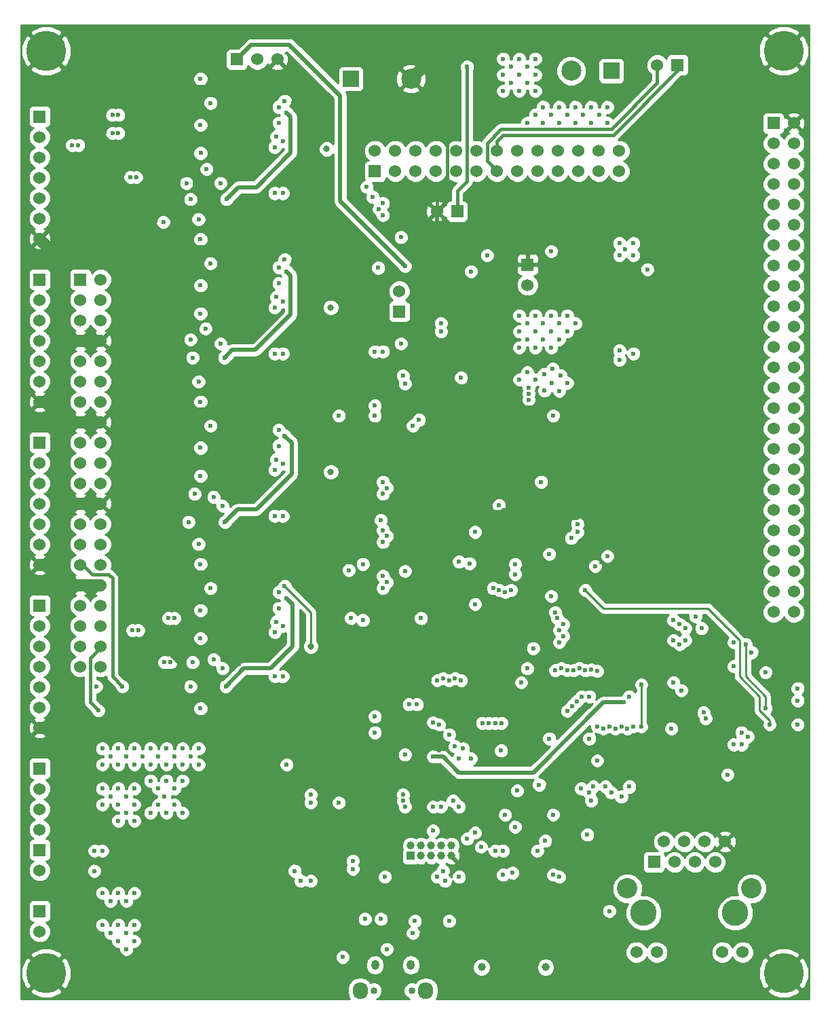
<source format=gbr>
G04 (created by PCBNEW (2013-05-18 BZR 4017)-stable) date Fri 12 Dec 2014 16:28:56 GMT*
%MOIN*%
G04 Gerber Fmt 3.4, Leading zero omitted, Abs format*
%FSLAX34Y34*%
G01*
G70*
G90*
G04 APERTURE LIST*
%ADD10C,0.00590551*%
%ADD11C,0.1969*%
%ADD12R,0.06X0.06*%
%ADD13C,0.06*%
%ADD14R,0.0787X0.0787*%
%ADD15C,0.0984*%
%ADD16R,0.0394X0.0394*%
%ADD17C,0.0394*%
%ADD18O,0.0394X0.0492*%
%ADD19O,0.0748X0.0827*%
%ADD20C,0.0335*%
%ADD21C,0.1299*%
%ADD22C,0.1*%
%ADD23C,0.0315*%
%ADD24C,0.0236*%
%ADD25C,0.02*%
%ADD26C,0.015*%
%ADD27C,0.01*%
%ADD28C,0.06*%
%ADD29C,0.04*%
G04 APERTURE END LIST*
G54D10*
G54D11*
X37795Y46850D03*
G54D12*
X10935Y46430D03*
G54D13*
X11935Y46430D03*
X12935Y46430D03*
G54D14*
X16536Y45472D03*
G54D15*
X19488Y45472D03*
G54D14*
X29330Y45866D03*
G54D15*
X27362Y45866D03*
G54D12*
X1250Y43625D03*
G54D13*
X1250Y42625D03*
X1250Y41625D03*
X1250Y40625D03*
X1250Y39625D03*
X1250Y38625D03*
X1250Y37625D03*
G54D12*
X1250Y35625D03*
G54D13*
X1250Y34625D03*
X1250Y33625D03*
X1250Y32625D03*
X1250Y31625D03*
X1250Y30625D03*
X1250Y29625D03*
G54D12*
X1250Y27625D03*
G54D13*
X1250Y26625D03*
X1250Y25625D03*
X1250Y24625D03*
X1250Y23625D03*
X1250Y22625D03*
X1250Y21625D03*
G54D12*
X1250Y19625D03*
G54D13*
X1250Y18625D03*
X1250Y17625D03*
X1250Y16625D03*
X1250Y15625D03*
X1250Y14625D03*
X1250Y13625D03*
G54D12*
X1250Y11625D03*
G54D13*
X1250Y10625D03*
X1250Y9625D03*
X1250Y8625D03*
G54D12*
X32587Y46161D03*
G54D13*
X31587Y46161D03*
G54D12*
X1250Y7625D03*
G54D13*
X1250Y6625D03*
G54D12*
X1250Y4625D03*
G54D13*
X1250Y3625D03*
G54D16*
X19472Y7329D03*
G54D17*
X19472Y7829D03*
X19972Y7329D03*
X19972Y7829D03*
X20472Y7329D03*
X20472Y7829D03*
X20972Y7329D03*
X20972Y7829D03*
X21472Y7329D03*
X21472Y7829D03*
G54D12*
X21760Y38976D03*
G54D13*
X20760Y38976D03*
G54D17*
X22961Y1870D03*
X26103Y1870D03*
G54D12*
X37295Y43299D03*
G54D13*
X38295Y43299D03*
X37295Y38299D03*
X38295Y42299D03*
X37295Y37299D03*
X38295Y41299D03*
X37295Y36299D03*
X38295Y40299D03*
X37295Y35299D03*
X38295Y39299D03*
X37295Y34299D03*
X38295Y38299D03*
X37295Y33299D03*
X38295Y37299D03*
X37295Y32299D03*
X38295Y36299D03*
X37295Y31299D03*
X38295Y35299D03*
X37295Y30299D03*
X38295Y34299D03*
X37295Y29299D03*
X38295Y33299D03*
X37295Y28299D03*
X38295Y32299D03*
X38295Y31299D03*
X37295Y27299D03*
X38295Y30299D03*
X38295Y28299D03*
X38295Y27299D03*
X38295Y26299D03*
X38295Y25299D03*
X37295Y26299D03*
X37295Y25299D03*
X37295Y42299D03*
X37295Y41299D03*
X37295Y40299D03*
X37295Y39299D03*
X37295Y24299D03*
X38295Y24299D03*
X38295Y29299D03*
X37295Y23299D03*
X38295Y23299D03*
X37295Y22299D03*
X38295Y22299D03*
X37295Y21299D03*
X38295Y21299D03*
X37295Y20299D03*
X38295Y20299D03*
X37295Y19299D03*
X38295Y19299D03*
G54D18*
X17726Y1968D03*
X19478Y1968D03*
G54D19*
X20216Y716D03*
X16988Y716D03*
G54D20*
X19537Y716D03*
X17667Y716D03*
G54D21*
X30919Y4528D03*
X35419Y4528D03*
G54D13*
X34919Y8028D03*
X34421Y7028D03*
X33919Y8028D03*
X33421Y7028D03*
X32919Y8028D03*
X32421Y7028D03*
X31919Y8028D03*
G54D22*
X30119Y5729D03*
X36219Y5728D03*
G54D13*
X34777Y2599D03*
X31561Y2599D03*
X35777Y2599D03*
X30561Y2599D03*
G54D12*
X31421Y7028D03*
G54D23*
X15551Y26181D03*
X15354Y42028D03*
X15551Y34252D03*
X14567Y17618D03*
G54D12*
X17720Y40937D03*
G54D13*
X17720Y41937D03*
X18720Y40937D03*
X18720Y41937D03*
X19720Y40937D03*
X19720Y41937D03*
X20720Y40937D03*
X20720Y41937D03*
X21720Y40937D03*
X21720Y41937D03*
X22720Y40937D03*
X22720Y41937D03*
X23720Y40937D03*
X23720Y41937D03*
X24720Y40937D03*
X24720Y41937D03*
X25720Y40937D03*
X25720Y41937D03*
X26720Y40937D03*
X26720Y41937D03*
X27720Y40937D03*
X27720Y41937D03*
X28720Y40937D03*
X28720Y41937D03*
X29720Y40937D03*
X29720Y41937D03*
G54D12*
X3250Y35625D03*
G54D13*
X4250Y35625D03*
X3250Y30625D03*
X4250Y34625D03*
X3250Y29625D03*
X4250Y33625D03*
X3250Y28625D03*
X4250Y32625D03*
X3250Y27625D03*
X4250Y31625D03*
X3250Y26625D03*
X4250Y30625D03*
X3250Y25625D03*
X4250Y29625D03*
X3250Y24625D03*
X4250Y28625D03*
X3250Y23625D03*
X4250Y27625D03*
X3250Y22625D03*
X4250Y26625D03*
X3250Y21625D03*
X4250Y25625D03*
X3250Y20625D03*
X4250Y24625D03*
X4250Y23625D03*
X3250Y19625D03*
X4250Y22625D03*
X4250Y20625D03*
X4250Y19625D03*
X4250Y18625D03*
X4250Y17625D03*
X3250Y18625D03*
X3250Y17625D03*
X3250Y34625D03*
X3250Y33625D03*
X3250Y32625D03*
X3250Y31625D03*
X3250Y16625D03*
X4250Y16625D03*
X4250Y21625D03*
G54D12*
X25220Y36355D03*
G54D13*
X25220Y35355D03*
G54D12*
X18910Y34050D03*
G54D13*
X18910Y35050D03*
G54D11*
X1575Y46850D03*
X37795Y1575D03*
X1575Y1575D03*
G54D24*
X13386Y19980D03*
X21654Y12697D03*
X13386Y11811D03*
X19587Y3543D03*
X21850Y21772D03*
X10327Y31791D03*
X25689Y7579D03*
X26775Y30160D03*
X25197Y33465D03*
X13386Y43799D03*
X25276Y30315D03*
X29232Y4626D03*
X27165Y33071D03*
X26850Y30915D03*
X17717Y29429D03*
X24803Y30709D03*
X28150Y8366D03*
X22638Y8465D03*
X8661Y39567D03*
X13287Y27953D03*
X25205Y31070D03*
X22933Y7776D03*
X26476Y6398D03*
X13780Y6594D03*
X24803Y33071D03*
X35039Y11319D03*
X25984Y32677D03*
X38484Y14961D03*
X12795Y31988D03*
X13189Y16142D03*
X21850Y9744D03*
X26476Y9350D03*
X25984Y33465D03*
X26395Y30560D03*
X13189Y31988D03*
X13189Y34547D03*
X24469Y6496D03*
X12795Y42126D03*
X12795Y39862D03*
X13189Y18602D03*
X36220Y17323D03*
X13189Y39862D03*
X12795Y16142D03*
X26045Y30170D03*
X19193Y12303D03*
X13189Y42421D03*
X12795Y18307D03*
X26772Y32677D03*
X26378Y33071D03*
X17717Y32087D03*
X10350Y23720D03*
X28543Y21555D03*
X27559Y33465D03*
X26025Y30975D03*
X12795Y34252D03*
X26476Y28937D03*
X38484Y13780D03*
X10390Y15650D03*
X28445Y10728D03*
X25591Y33071D03*
X27165Y30545D03*
X8760Y31791D03*
X20866Y13780D03*
X26378Y32283D03*
X27165Y33858D03*
X22441Y12106D03*
X30217Y10728D03*
X25591Y33858D03*
X24114Y9350D03*
X22441Y36024D03*
X12795Y26280D03*
X12795Y24016D03*
X13189Y24016D03*
X13189Y26575D03*
X10426Y39567D03*
X21950Y30807D03*
X24804Y33858D03*
X8563Y23720D03*
X18997Y32480D03*
X25591Y32283D03*
X13386Y36024D03*
X32776Y15453D03*
X25276Y30020D03*
X20571Y9744D03*
X24803Y32283D03*
X19193Y9744D03*
X32283Y13583D03*
X25197Y32677D03*
X26083Y8071D03*
X26450Y31240D03*
X26772Y33465D03*
X32382Y15846D03*
X8661Y15650D03*
X25276Y29724D03*
X20965Y9744D03*
X25591Y30709D03*
X26378Y33858D03*
X30217Y15157D03*
X20965Y33071D03*
X20960Y33470D03*
X18209Y6299D03*
X14567Y9941D03*
X23228Y36811D03*
X29724Y32135D03*
X15945Y9941D03*
X29724Y31693D03*
X16634Y7087D03*
X14567Y6102D03*
X16634Y6693D03*
X30413Y31988D03*
X22362Y21693D03*
X20571Y13878D03*
X29921Y14862D03*
X20571Y12205D03*
X17126Y18898D03*
X21850Y12106D03*
X29134Y22047D03*
X19195Y36283D03*
X27461Y16437D03*
X28346Y16476D03*
X28642Y16398D03*
X27165Y14449D03*
X27402Y14685D03*
X27638Y14921D03*
X27165Y16437D03*
X26772Y43307D03*
X29134Y43307D03*
X24803Y44882D03*
X28346Y44094D03*
X25197Y46063D03*
X29134Y44094D03*
X28740Y43701D03*
X25591Y45669D03*
X25591Y43701D03*
X24016Y46457D03*
X27953Y43701D03*
X26772Y44094D03*
X24016Y44882D03*
X27559Y44094D03*
X24409Y46063D03*
X24803Y45669D03*
X27559Y43307D03*
X24016Y45669D03*
X25591Y44882D03*
X25984Y44094D03*
X24803Y46457D03*
X26378Y43701D03*
X25197Y45276D03*
X25591Y46457D03*
X24409Y45276D03*
X25197Y43307D03*
X25984Y43307D03*
X28346Y43307D03*
X27165Y43701D03*
X26280Y13091D03*
X27362Y22933D03*
X23524Y20472D03*
X19783Y14764D03*
X17717Y13386D03*
X17717Y14173D03*
X19390Y14764D03*
X5118Y9055D03*
X7480Y9449D03*
X7087Y12205D03*
X9055Y11811D03*
X5119Y9843D03*
X6693Y12598D03*
X7480Y11024D03*
X4331Y12598D03*
X7087Y10630D03*
X7480Y12598D03*
X7874Y9843D03*
X7087Y9843D03*
X4331Y9843D03*
X5118Y10630D03*
X4331Y11811D03*
X5906Y11811D03*
X4724Y12205D03*
X6693Y9449D03*
X5118Y11811D03*
X5512Y10236D03*
X6693Y11024D03*
X7382Y10236D03*
X9055Y12598D03*
X4331Y10630D03*
X5906Y9055D03*
X5906Y12598D03*
X7874Y12205D03*
X5906Y9843D03*
X5118Y12598D03*
X6693Y11811D03*
X5512Y12205D03*
X8268Y9449D03*
X7480Y11811D03*
X5512Y9449D03*
X7874Y10630D03*
X8268Y12598D03*
X6299Y12205D03*
X5906Y10630D03*
X8268Y11024D03*
X8661Y12205D03*
X4724Y10236D03*
X8268Y11811D03*
X9646Y20472D03*
X18307Y20768D03*
X18110Y20472D03*
X8760Y16831D03*
X7874Y18996D03*
X7579Y18996D03*
X5808Y18406D03*
X6102Y18406D03*
X7677Y16831D03*
X7382Y16831D03*
X14567Y10335D03*
X19094Y10335D03*
X16437Y21358D03*
X13287Y20571D03*
X18110Y21063D03*
X12992Y20276D03*
X9154Y14567D03*
X5315Y15650D03*
X4035Y15650D03*
X16535Y18996D03*
X3937Y7579D03*
X28642Y12008D03*
X36909Y14567D03*
X35925Y17717D03*
X37106Y13780D03*
X28051Y20374D03*
X33760Y18504D03*
X36909Y16339D03*
X38484Y15551D03*
X33465Y19094D03*
X32677Y17717D03*
X32677Y18701D03*
X32382Y17913D03*
X32382Y18898D03*
X32972Y17913D03*
X32972Y18504D03*
X5118Y5512D03*
X5512Y5118D03*
X5512Y2756D03*
X4331Y5512D03*
X5118Y3150D03*
X5118Y3937D03*
X5906Y5512D03*
X4724Y5118D03*
X5906Y3937D03*
X4331Y3937D03*
X5512Y3543D03*
X4725Y3543D03*
X5906Y3150D03*
X21555Y10039D03*
X22047Y12598D03*
X14075Y6102D03*
X19094Y10039D03*
X27756Y37402D03*
X11417Y32874D03*
X27913Y18819D03*
X11417Y18406D03*
X32480Y37205D03*
X10630Y28937D03*
X6496Y43602D03*
X10630Y25295D03*
X11021Y17126D03*
X9843Y44685D03*
X18799Y14567D03*
X14272Y12697D03*
X28150Y29724D03*
X14272Y41634D03*
X11417Y36024D03*
X14665Y44094D03*
X10630Y20965D03*
X11022Y32679D03*
X6496Y25295D03*
X11417Y43504D03*
X11811Y36713D03*
X26772Y36811D03*
X25886Y9350D03*
X22146Y5315D03*
X11417Y25295D03*
X10236Y44488D03*
X6496Y17913D03*
X7382Y22244D03*
X30512Y13091D03*
X11417Y17323D03*
X34252Y11909D03*
X37205Y9449D03*
X31693Y14567D03*
X11022Y36711D03*
X11811Y20768D03*
X27876Y30020D03*
X38484Y13189D03*
X15551Y4626D03*
X11811Y28740D03*
X6496Y41142D03*
X8858Y40354D03*
X11417Y35630D03*
X10630Y26969D03*
X11021Y16735D03*
X10630Y16929D03*
X17520Y22047D03*
X30512Y15453D03*
X6496Y19783D03*
X6201Y22146D03*
X11021Y25098D03*
X10630Y34252D03*
X10630Y41535D03*
X11417Y20079D03*
X36024Y10531D03*
X10630Y41142D03*
X11417Y42815D03*
X10630Y44685D03*
X11417Y17717D03*
X19587Y6299D03*
X10630Y28051D03*
X12992Y28937D03*
X11417Y42126D03*
X6496Y41437D03*
X10630Y32874D03*
X6496Y25591D03*
X17815Y2756D03*
X9843Y20965D03*
X20277Y31299D03*
X9843Y28937D03*
X8760Y16339D03*
X11417Y19685D03*
X11024Y19291D03*
X16240Y20472D03*
X11023Y44487D03*
X12205Y28937D03*
X11021Y17520D03*
X5315Y29626D03*
X22953Y20079D03*
X11021Y27851D03*
X10236Y36713D03*
X6496Y28051D03*
X18701Y18406D03*
X32283Y11614D03*
X20866Y12500D03*
X10236Y20768D03*
X11024Y43110D03*
X10630Y43504D03*
X10630Y18406D03*
X17224Y18209D03*
X22126Y14173D03*
X10630Y25689D03*
X10239Y28737D03*
X10630Y40748D03*
X11023Y40552D03*
X11417Y28051D03*
X11417Y36909D03*
X11021Y28737D03*
X17913Y24409D03*
X38484Y12598D03*
X14272Y25787D03*
X28839Y21752D03*
X10630Y26378D03*
X10630Y33661D03*
X19094Y29823D03*
X5315Y45472D03*
X20276Y30118D03*
X6496Y35728D03*
X25000Y38780D03*
X11023Y41339D03*
X11811Y44488D03*
X7087Y29626D03*
X27461Y37695D03*
X11024Y27264D03*
X11417Y41535D03*
X6496Y43307D03*
X17028Y16634D03*
X11417Y44685D03*
X11024Y33957D03*
X10630Y34941D03*
X11417Y34252D03*
X19094Y31398D03*
X12598Y36713D03*
X11417Y33661D03*
X11417Y26969D03*
X11022Y33465D03*
X20277Y30807D03*
X11024Y41831D03*
X17420Y36210D03*
X7087Y45472D03*
X38386Y17323D03*
X16437Y15650D03*
X10630Y24902D03*
X12205Y36909D03*
X10630Y43898D03*
X10630Y33268D03*
X11417Y24902D03*
X13976Y7283D03*
X10630Y20079D03*
X13976Y12008D03*
X6496Y33268D03*
X12205Y44685D03*
X10630Y35630D03*
X6201Y37106D03*
X20669Y10630D03*
X37106Y10236D03*
X11024Y18701D03*
X24902Y4134D03*
X14272Y33858D03*
X10630Y17323D03*
X38878Y11811D03*
X6201Y21161D03*
X12598Y44488D03*
X6201Y29134D03*
X11021Y25492D03*
X12205Y20965D03*
X18799Y12303D03*
X12598Y28740D03*
X10630Y19685D03*
X19193Y19882D03*
X9843Y36909D03*
X13583Y7283D03*
X11417Y25689D03*
X14370Y20866D03*
X11024Y35236D03*
X22441Y13878D03*
X21654Y23228D03*
X6496Y27756D03*
X35335Y14764D03*
X8858Y24311D03*
X14665Y28248D03*
X12992Y44685D03*
X11022Y35825D03*
X27166Y37992D03*
X11417Y20965D03*
X11024Y42520D03*
X21260Y44685D03*
X20177Y17323D03*
X22539Y37598D03*
X14764Y36319D03*
X23603Y6496D03*
X35236Y9744D03*
X10630Y36909D03*
X22146Y23622D03*
X11023Y40945D03*
X11417Y40748D03*
X18701Y16535D03*
X27756Y37992D03*
X11417Y43898D03*
X11023Y43700D03*
X20177Y5118D03*
X11024Y19882D03*
X13976Y787D03*
X25295Y9350D03*
X5512Y37598D03*
X21654Y14764D03*
X8760Y32185D03*
X11417Y18996D03*
X21665Y32280D03*
X10630Y18996D03*
X22146Y10827D03*
X10630Y27657D03*
X11417Y33268D03*
X11022Y33071D03*
X11024Y18110D03*
X11417Y28937D03*
X6496Y20079D03*
X24705Y9350D03*
X11417Y41142D03*
X10630Y42126D03*
X14173Y17815D03*
X6201Y44980D03*
X11417Y27657D03*
X11021Y24708D03*
X13976Y12402D03*
X33858Y41634D03*
X10630Y17717D03*
X12992Y20965D03*
X11417Y26378D03*
X11024Y34547D03*
X11024Y26083D03*
X11024Y26673D03*
X11417Y16929D03*
X6496Y35433D03*
X6496Y33563D03*
X27876Y29724D03*
X6988Y37598D03*
X20394Y15945D03*
X6496Y17618D03*
X12992Y36909D03*
X11024Y20768D03*
X32382Y14469D03*
X27165Y37402D03*
X11417Y34941D03*
X26083Y8760D03*
X10630Y36024D03*
X10630Y42815D03*
X38484Y14370D03*
X33858Y40945D03*
X12598Y20768D03*
X24016Y6398D03*
X24016Y7579D03*
X26772Y6299D03*
X30807Y15748D03*
X30807Y13681D03*
X30413Y36811D03*
X30413Y37402D03*
X29724Y36811D03*
X30020Y37106D03*
X29724Y37402D03*
X31102Y36122D03*
X26378Y37008D03*
X20768Y15945D03*
X21358Y15945D03*
X20571Y8563D03*
X21654Y16043D03*
X21063Y16043D03*
X26378Y20079D03*
X29331Y10433D03*
X12992Y43307D03*
X12874Y42638D03*
X12874Y26791D03*
X12992Y27461D03*
X12874Y18819D03*
X12992Y19488D03*
X12992Y35433D03*
X12874Y34764D03*
X22244Y46063D03*
X35335Y16634D03*
X35335Y17815D03*
X35728Y12795D03*
X33957Y14075D03*
X35728Y13386D03*
X33858Y14370D03*
X35335Y12795D03*
X36024Y13189D03*
X23622Y7579D03*
X28346Y10039D03*
X29823Y10236D03*
X27657Y23622D03*
X26280Y22146D03*
X26575Y16437D03*
X26870Y16535D03*
X27874Y15157D03*
X28248Y15157D03*
X28642Y13681D03*
X28937Y13583D03*
X29232Y13681D03*
X29528Y13583D03*
X29823Y13681D03*
X30118Y13583D03*
X30413Y13681D03*
X22992Y13858D03*
X26575Y19291D03*
X23307Y13858D03*
X23622Y13858D03*
X23937Y13858D03*
X23917Y12500D03*
X19195Y21315D03*
X17880Y36195D03*
X17315Y40170D03*
X25886Y25689D03*
X21949Y15945D03*
X21358Y4134D03*
X16142Y2362D03*
X23819Y20374D03*
X24606Y21654D03*
X24409Y20374D03*
X26772Y17815D03*
X26969Y18110D03*
X26969Y18701D03*
X26673Y18996D03*
X26772Y18406D03*
X19094Y30906D03*
X22638Y23228D03*
X19587Y28445D03*
X22638Y19685D03*
X28051Y16437D03*
X19193Y30512D03*
X19882Y28740D03*
X27756Y16535D03*
X24606Y21161D03*
X24114Y20276D03*
X21161Y6102D03*
X22244Y8169D03*
X21358Y13287D03*
X21850Y6299D03*
X18307Y2756D03*
X19685Y4134D03*
X21063Y6594D03*
X25197Y16535D03*
X24902Y15846D03*
X20768Y6299D03*
X19980Y18996D03*
X23819Y24528D03*
X17224Y4232D03*
X18012Y4232D03*
X24705Y10531D03*
X24606Y8760D03*
X28248Y10433D03*
X3937Y6594D03*
X27854Y10630D03*
X25787Y10827D03*
X4331Y7579D03*
X29035Y10728D03*
X4134Y14469D03*
X27657Y23228D03*
X9793Y24951D03*
X10236Y24508D03*
X10138Y32480D03*
X9154Y37598D03*
X9155Y41829D03*
X9154Y33957D03*
X9154Y29626D03*
X9154Y21654D03*
X9154Y19390D03*
X10138Y40354D03*
X9154Y27362D03*
X9154Y43209D03*
X9154Y18012D03*
X9400Y33218D03*
X9154Y25984D03*
X9154Y45472D03*
X9154Y35335D03*
X10236Y16535D03*
X9793Y16978D03*
X9449Y41043D03*
X9646Y28445D03*
X18307Y23031D03*
X18110Y22736D03*
X8858Y25098D03*
X15945Y28937D03*
X17717Y28937D03*
X12992Y28248D03*
X18110Y23327D03*
X17126Y21654D03*
X9055Y22638D03*
X9646Y36417D03*
X18307Y25394D03*
X8661Y32677D03*
X18110Y25098D03*
X18110Y32087D03*
X13287Y36614D03*
X12992Y36220D03*
X18110Y25689D03*
X18012Y23819D03*
X9055Y30610D03*
X9646Y44291D03*
X17913Y39075D03*
X8465Y40354D03*
X18110Y38780D03*
X5118Y42815D03*
X4823Y42815D03*
X4823Y43701D03*
X5118Y43701D03*
X3150Y42224D03*
X2854Y42224D03*
X6004Y40650D03*
X5709Y40650D03*
X17618Y39665D03*
X13287Y44390D03*
X18110Y39370D03*
X12992Y44094D03*
X7323Y38445D03*
X18996Y37697D03*
X25492Y17520D03*
X28248Y13091D03*
X9055Y38583D03*
G54D25*
X12598Y16535D02*
X13681Y17618D01*
X11275Y16535D02*
X11515Y16535D01*
X11889Y40157D02*
X13583Y41851D01*
X11515Y16535D02*
X12598Y16535D01*
X13622Y26063D02*
X13622Y27618D01*
X11220Y24331D02*
X11890Y24331D01*
X11102Y32165D02*
X11850Y32165D01*
X13583Y41851D02*
X13583Y43602D01*
X13681Y17618D02*
X13681Y19685D01*
X10390Y15650D02*
X11275Y16535D01*
X13583Y43602D02*
X13386Y43799D01*
X10327Y31791D02*
X10701Y32165D01*
X10961Y24331D02*
X11220Y24331D01*
X13622Y27618D02*
X13287Y27953D01*
X11220Y40157D02*
X11889Y40157D01*
X11850Y32165D02*
X13583Y33898D01*
X13681Y19685D02*
X13386Y19980D01*
X10701Y32165D02*
X11102Y32165D01*
X10350Y23720D02*
X10961Y24331D01*
X13583Y35827D02*
X13386Y36024D01*
X11890Y24331D02*
X13622Y26063D01*
X10426Y39567D02*
X11016Y40157D01*
X13583Y33898D02*
X13583Y35827D01*
X11016Y40157D02*
X11220Y40157D01*
X21851Y11417D02*
X25492Y11417D01*
X25492Y11417D02*
X28937Y14862D01*
X28937Y14862D02*
X29921Y14862D01*
X21063Y12205D02*
X21851Y11417D01*
X20571Y12205D02*
X21063Y12205D01*
X16015Y39463D02*
X16015Y44645D01*
X19195Y36283D02*
X16015Y39463D01*
X13520Y47140D02*
X11645Y47140D01*
X16015Y44645D02*
X13520Y47140D01*
X11645Y47140D02*
X10935Y46430D01*
G54D26*
X29330Y43012D02*
X31587Y45269D01*
X23228Y41437D02*
X23228Y42323D01*
X31587Y45269D02*
X31587Y46161D01*
X23917Y43012D02*
X29330Y43012D01*
X23720Y40937D02*
X23720Y40945D01*
X23228Y42323D02*
X23917Y43012D01*
X23720Y40945D02*
X23228Y41437D01*
G54D27*
X14567Y19291D02*
X13287Y20571D01*
X14567Y17618D02*
X14567Y19291D01*
G54D26*
X4627Y21161D02*
X4823Y20965D01*
X3375Y21625D02*
X3839Y21161D01*
X4823Y16142D02*
X5315Y15650D01*
X3250Y21625D02*
X3375Y21625D01*
X4823Y20965D02*
X4823Y16142D01*
X3839Y21161D02*
X4627Y21161D01*
G54D27*
X36909Y15158D02*
X35925Y16142D01*
X35925Y16142D02*
X35925Y17717D01*
X36909Y14567D02*
X36909Y15158D01*
X35630Y17913D02*
X34055Y19488D01*
X37106Y13780D02*
X37106Y13977D01*
X37106Y13977D02*
X36614Y14469D01*
X36614Y14469D02*
X36614Y15158D01*
X35630Y16142D02*
X35630Y17913D01*
X29921Y19488D02*
X29921Y19489D01*
X28937Y19488D02*
X28051Y20374D01*
X29921Y19488D02*
X34055Y19488D01*
X36614Y15158D02*
X35630Y16142D01*
X29921Y19488D02*
X28937Y19488D01*
G54D28*
X4250Y20625D02*
X3250Y20625D01*
X24114Y24114D02*
X24016Y24016D01*
X4250Y32625D02*
X3250Y32625D01*
G54D25*
X8760Y32185D02*
X8366Y32185D01*
X8760Y16339D02*
X8563Y16339D01*
G54D28*
X1250Y13625D02*
X1716Y13625D01*
G54D25*
X21063Y29331D02*
X20276Y30118D01*
G54D28*
X27559Y24114D02*
X24114Y24114D01*
G54D29*
X6201Y21161D02*
X10434Y21161D01*
G54D25*
X8464Y24311D02*
X7480Y25295D01*
G54D28*
X2461Y28543D02*
X2461Y29626D01*
X16339Y13780D02*
X16437Y13878D01*
G54D27*
X13976Y28937D02*
X14665Y28248D01*
G54D28*
X16437Y13878D02*
X16437Y15650D01*
X2461Y29625D02*
X2461Y29626D01*
X7185Y45472D02*
X7775Y44882D01*
G54D25*
X8858Y24311D02*
X8464Y24311D01*
G54D28*
X3250Y32625D02*
X2461Y32625D01*
X4250Y24625D02*
X3250Y24625D01*
X2461Y28625D02*
X2461Y28543D01*
X1253Y37625D02*
X2461Y36417D01*
G54D25*
X8858Y40650D02*
X8366Y41142D01*
G54D28*
X22540Y24016D02*
X22146Y23622D01*
X2461Y20625D02*
X2461Y21654D01*
X7677Y37008D02*
X10531Y37008D01*
X24016Y24016D02*
X22540Y24016D01*
X7775Y44882D02*
X10433Y44882D01*
X2461Y32625D02*
X2461Y32579D01*
G54D26*
X20760Y39854D02*
X20760Y38976D01*
G54D28*
X2461Y21625D02*
X2461Y21654D01*
X10532Y29035D02*
X10630Y28937D01*
G54D25*
X20760Y38492D02*
X21654Y37598D01*
X27876Y29724D02*
X25984Y29724D01*
G54D28*
X2461Y29626D02*
X2461Y32579D01*
G54D25*
X7284Y17618D02*
X6496Y17618D01*
G54D28*
X1250Y21625D02*
X2461Y21625D01*
X1250Y37625D02*
X1253Y37625D01*
G54D25*
X20760Y38976D02*
X20760Y38492D01*
G54D28*
X7382Y29626D02*
X7973Y29035D01*
G54D25*
X21654Y37598D02*
X22539Y37598D01*
G54D28*
X27876Y24431D02*
X27559Y24114D01*
X7087Y29626D02*
X7382Y29626D01*
X19488Y45472D02*
X21752Y47736D01*
X3250Y24625D02*
X2461Y24625D01*
G54D25*
X8858Y40354D02*
X8858Y40650D01*
G54D28*
X33858Y46358D02*
X33858Y45472D01*
X10531Y37008D02*
X10630Y36909D01*
X6988Y37598D02*
X7087Y37598D01*
G54D25*
X8563Y16339D02*
X7284Y17618D01*
G54D28*
X4250Y28625D02*
X3250Y28625D01*
X2461Y24606D02*
X2461Y28543D01*
X21752Y47736D02*
X32480Y47736D01*
X7087Y45472D02*
X7185Y45472D01*
G54D26*
X20760Y39854D02*
X21260Y40354D01*
G54D28*
X7087Y37598D02*
X7677Y37008D01*
X3250Y28625D02*
X2461Y28625D01*
G54D25*
X8366Y32185D02*
X7283Y33268D01*
G54D28*
X3051Y13780D02*
X16339Y13780D01*
G54D25*
X7480Y25295D02*
X6496Y25295D01*
G54D28*
X1250Y29625D02*
X2461Y29625D01*
X32480Y47736D02*
X33858Y46358D01*
X2461Y24625D02*
X2461Y24606D01*
G54D25*
X7283Y33268D02*
X6496Y33268D01*
G54D28*
X2461Y21654D02*
X2461Y24606D01*
X7973Y29035D02*
X10532Y29035D01*
G54D25*
X8366Y41142D02*
X6496Y41142D01*
G54D28*
X27876Y30020D02*
X27876Y24431D01*
G54D25*
X25984Y29724D02*
X25591Y29331D01*
X27876Y30020D02*
X27854Y30020D01*
G54D28*
X2461Y36417D02*
X2461Y32579D01*
X2461Y14370D02*
X3051Y13780D01*
G54D25*
X25591Y29331D02*
X21063Y29331D01*
G54D29*
X10434Y21161D02*
X10630Y20965D01*
G54D28*
X33858Y45472D02*
X33858Y40945D01*
X2461Y28625D02*
X2461Y28543D01*
X2461Y14370D02*
X2461Y20625D01*
X3250Y20625D02*
X2461Y20625D01*
G54D26*
X21260Y40354D02*
X21260Y44685D01*
G54D28*
X1716Y13625D02*
X2461Y14370D01*
G54D27*
X12992Y28937D02*
X13976Y28937D01*
X30807Y13681D02*
X30807Y15748D01*
G54D26*
X21760Y38976D02*
X21760Y39969D01*
X22244Y40453D02*
X22244Y46063D01*
X21760Y39969D02*
X22244Y40453D01*
X29430Y42717D02*
X32587Y45874D01*
X4250Y17538D02*
X4250Y17625D01*
X3740Y14863D02*
X4134Y14469D01*
X3740Y17028D02*
X3740Y14863D01*
X23720Y42421D02*
X24016Y42717D01*
X4250Y17538D02*
X3740Y17028D01*
X24016Y42717D02*
X29430Y42717D01*
X23720Y41937D02*
X23720Y42421D01*
X32587Y45874D02*
X32587Y46161D01*
G54D10*
G36*
X20028Y7306D02*
X19977Y7254D01*
X19972Y7260D01*
X19966Y7254D01*
X19919Y7302D01*
X19919Y7355D01*
X19945Y7382D01*
X19998Y7381D01*
X20025Y7355D01*
X20028Y7306D01*
X20028Y7306D01*
G37*
G54D27*
X20028Y7306D02*
X19977Y7254D01*
X19972Y7260D01*
X19966Y7254D01*
X19919Y7302D01*
X19919Y7355D01*
X19945Y7382D01*
X19998Y7381D01*
X20025Y7355D01*
X20028Y7306D01*
G54D10*
G36*
X20525Y7355D02*
X20524Y7302D01*
X20477Y7254D01*
X20472Y7260D01*
X20466Y7254D01*
X20418Y7302D01*
X20415Y7351D01*
X20445Y7382D01*
X20498Y7381D01*
X20525Y7355D01*
X20525Y7355D01*
G37*
G54D27*
X20525Y7355D02*
X20524Y7302D01*
X20477Y7254D01*
X20472Y7260D01*
X20466Y7254D01*
X20418Y7302D01*
X20415Y7351D01*
X20445Y7382D01*
X20498Y7381D01*
X20525Y7355D01*
G54D10*
G36*
X39045Y325D02*
X39026Y325D01*
X39026Y1819D01*
X39026Y47094D01*
X38839Y47546D01*
X38838Y47548D01*
X38672Y47659D01*
X38604Y47590D01*
X38604Y47727D01*
X38493Y47893D01*
X38040Y48081D01*
X37550Y48081D01*
X37098Y47894D01*
X37096Y47893D01*
X36985Y47727D01*
X37795Y46918D01*
X38604Y47727D01*
X38604Y47590D01*
X37863Y46850D01*
X38672Y46040D01*
X38838Y46151D01*
X39026Y46604D01*
X39026Y47094D01*
X39026Y1819D01*
X38852Y2241D01*
X38852Y13852D01*
X38852Y15033D01*
X38796Y15169D01*
X38709Y15256D01*
X38795Y15342D01*
X38851Y15477D01*
X38852Y15623D01*
X38846Y15637D01*
X38846Y43216D01*
X38836Y43433D01*
X38772Y43586D01*
X38678Y43613D01*
X38609Y43545D01*
X38609Y43682D01*
X38604Y43701D01*
X38604Y45972D01*
X37795Y46781D01*
X37726Y46713D01*
X37726Y46850D01*
X36917Y47659D01*
X36751Y47548D01*
X36563Y47095D01*
X36563Y46605D01*
X36750Y46153D01*
X36751Y46151D01*
X36917Y46040D01*
X37726Y46850D01*
X37726Y46713D01*
X36985Y45972D01*
X37096Y45806D01*
X37549Y45618D01*
X38039Y45618D01*
X38491Y45805D01*
X38493Y45806D01*
X38604Y45972D01*
X38604Y43701D01*
X38582Y43776D01*
X38377Y43850D01*
X38160Y43840D01*
X38007Y43776D01*
X37980Y43682D01*
X38295Y43367D01*
X38609Y43682D01*
X38609Y43545D01*
X38363Y43299D01*
X38678Y42984D01*
X38772Y43011D01*
X38846Y43216D01*
X38846Y15637D01*
X38845Y15640D01*
X38845Y19407D01*
X38761Y19610D01*
X38606Y19764D01*
X38525Y19798D01*
X38606Y19832D01*
X38760Y19987D01*
X38844Y20189D01*
X38845Y20407D01*
X38761Y20610D01*
X38606Y20764D01*
X38525Y20798D01*
X38606Y20832D01*
X38760Y20987D01*
X38844Y21189D01*
X38845Y21407D01*
X38761Y21610D01*
X38606Y21764D01*
X38525Y21798D01*
X38606Y21832D01*
X38760Y21987D01*
X38844Y22189D01*
X38845Y22407D01*
X38761Y22610D01*
X38606Y22764D01*
X38525Y22798D01*
X38606Y22832D01*
X38760Y22987D01*
X38844Y23189D01*
X38845Y23407D01*
X38761Y23610D01*
X38606Y23764D01*
X38525Y23798D01*
X38606Y23832D01*
X38760Y23987D01*
X38844Y24189D01*
X38845Y24407D01*
X38761Y24610D01*
X38606Y24764D01*
X38525Y24798D01*
X38606Y24832D01*
X38760Y24987D01*
X38844Y25189D01*
X38845Y25407D01*
X38761Y25610D01*
X38606Y25764D01*
X38525Y25798D01*
X38606Y25832D01*
X38760Y25987D01*
X38844Y26189D01*
X38845Y26407D01*
X38761Y26610D01*
X38606Y26764D01*
X38525Y26798D01*
X38606Y26832D01*
X38760Y26987D01*
X38844Y27189D01*
X38845Y27407D01*
X38761Y27610D01*
X38606Y27764D01*
X38525Y27798D01*
X38606Y27832D01*
X38760Y27987D01*
X38844Y28189D01*
X38845Y28407D01*
X38761Y28610D01*
X38606Y28764D01*
X38525Y28798D01*
X38606Y28832D01*
X38760Y28987D01*
X38844Y29189D01*
X38845Y29407D01*
X38761Y29610D01*
X38606Y29764D01*
X38525Y29798D01*
X38606Y29832D01*
X38760Y29987D01*
X38844Y30189D01*
X38845Y30407D01*
X38761Y30610D01*
X38606Y30764D01*
X38525Y30798D01*
X38606Y30832D01*
X38760Y30987D01*
X38844Y31189D01*
X38845Y31407D01*
X38761Y31610D01*
X38606Y31764D01*
X38525Y31798D01*
X38606Y31832D01*
X38760Y31987D01*
X38844Y32189D01*
X38845Y32407D01*
X38761Y32610D01*
X38606Y32764D01*
X38525Y32798D01*
X38606Y32832D01*
X38760Y32987D01*
X38844Y33189D01*
X38845Y33407D01*
X38761Y33610D01*
X38606Y33764D01*
X38525Y33798D01*
X38606Y33832D01*
X38760Y33987D01*
X38844Y34189D01*
X38845Y34407D01*
X38761Y34610D01*
X38606Y34764D01*
X38525Y34798D01*
X38606Y34832D01*
X38760Y34987D01*
X38844Y35189D01*
X38845Y35407D01*
X38761Y35610D01*
X38606Y35764D01*
X38525Y35798D01*
X38606Y35832D01*
X38760Y35987D01*
X38844Y36189D01*
X38845Y36407D01*
X38761Y36610D01*
X38606Y36764D01*
X38525Y36798D01*
X38606Y36832D01*
X38760Y36987D01*
X38844Y37189D01*
X38845Y37407D01*
X38761Y37610D01*
X38606Y37764D01*
X38525Y37798D01*
X38606Y37832D01*
X38760Y37987D01*
X38844Y38189D01*
X38845Y38407D01*
X38761Y38610D01*
X38606Y38764D01*
X38525Y38798D01*
X38606Y38832D01*
X38760Y38987D01*
X38844Y39189D01*
X38845Y39407D01*
X38761Y39610D01*
X38606Y39764D01*
X38525Y39798D01*
X38606Y39832D01*
X38760Y39987D01*
X38844Y40189D01*
X38845Y40407D01*
X38761Y40610D01*
X38606Y40764D01*
X38525Y40798D01*
X38606Y40832D01*
X38760Y40987D01*
X38844Y41189D01*
X38845Y41407D01*
X38761Y41610D01*
X38606Y41764D01*
X38525Y41798D01*
X38606Y41832D01*
X38760Y41987D01*
X38844Y42189D01*
X38845Y42407D01*
X38761Y42610D01*
X38606Y42764D01*
X38526Y42798D01*
X38582Y42821D01*
X38609Y42915D01*
X38295Y43230D01*
X37980Y42915D01*
X38007Y42821D01*
X38066Y42799D01*
X37983Y42765D01*
X37829Y42610D01*
X37795Y42529D01*
X37761Y42610D01*
X37622Y42748D01*
X37644Y42748D01*
X37736Y42786D01*
X37806Y42857D01*
X37844Y42949D01*
X37845Y43003D01*
X37911Y42984D01*
X38226Y43299D01*
X37911Y43613D01*
X37845Y43594D01*
X37845Y43648D01*
X37807Y43740D01*
X37736Y43810D01*
X37644Y43848D01*
X37545Y43849D01*
X36945Y43849D01*
X36853Y43811D01*
X36783Y43740D01*
X36745Y43648D01*
X36744Y43549D01*
X36744Y42949D01*
X36782Y42857D01*
X36853Y42787D01*
X36945Y42749D01*
X36967Y42749D01*
X36829Y42610D01*
X36745Y42408D01*
X36744Y42190D01*
X36828Y41987D01*
X36983Y41833D01*
X37064Y41799D01*
X36983Y41765D01*
X36829Y41610D01*
X36745Y41408D01*
X36744Y41190D01*
X36828Y40987D01*
X36983Y40833D01*
X37064Y40799D01*
X36983Y40765D01*
X36829Y40610D01*
X36745Y40408D01*
X36744Y40190D01*
X36828Y39987D01*
X36983Y39833D01*
X37064Y39799D01*
X36983Y39765D01*
X36829Y39610D01*
X36745Y39408D01*
X36744Y39190D01*
X36828Y38987D01*
X36983Y38833D01*
X37064Y38799D01*
X36983Y38765D01*
X36829Y38610D01*
X36745Y38408D01*
X36744Y38190D01*
X36828Y37987D01*
X36983Y37833D01*
X37064Y37799D01*
X36983Y37765D01*
X36829Y37610D01*
X36745Y37408D01*
X36744Y37190D01*
X36828Y36987D01*
X36983Y36833D01*
X37064Y36799D01*
X36983Y36765D01*
X36829Y36610D01*
X36745Y36408D01*
X36744Y36190D01*
X36828Y35987D01*
X36983Y35833D01*
X37064Y35799D01*
X36983Y35765D01*
X36829Y35610D01*
X36745Y35408D01*
X36744Y35190D01*
X36828Y34987D01*
X36983Y34833D01*
X37064Y34799D01*
X36983Y34765D01*
X36829Y34610D01*
X36745Y34408D01*
X36744Y34190D01*
X36828Y33987D01*
X36983Y33833D01*
X37064Y33799D01*
X36983Y33765D01*
X36829Y33610D01*
X36745Y33408D01*
X36744Y33190D01*
X36828Y32987D01*
X36983Y32833D01*
X37064Y32799D01*
X36983Y32765D01*
X36829Y32610D01*
X36745Y32408D01*
X36744Y32190D01*
X36828Y31987D01*
X36983Y31833D01*
X37064Y31799D01*
X36983Y31765D01*
X36829Y31610D01*
X36745Y31408D01*
X36744Y31190D01*
X36828Y30987D01*
X36983Y30833D01*
X37064Y30799D01*
X36983Y30765D01*
X36829Y30610D01*
X36745Y30408D01*
X36744Y30190D01*
X36828Y29987D01*
X36983Y29833D01*
X37064Y29799D01*
X36983Y29765D01*
X36829Y29610D01*
X36745Y29408D01*
X36744Y29190D01*
X36828Y28987D01*
X36983Y28833D01*
X37064Y28799D01*
X36983Y28765D01*
X36829Y28610D01*
X36745Y28408D01*
X36744Y28190D01*
X36828Y27987D01*
X36983Y27833D01*
X37064Y27799D01*
X36983Y27765D01*
X36829Y27610D01*
X36745Y27408D01*
X36744Y27190D01*
X36828Y26987D01*
X36983Y26833D01*
X37064Y26799D01*
X36983Y26765D01*
X36829Y26610D01*
X36745Y26408D01*
X36744Y26190D01*
X36828Y25987D01*
X36983Y25833D01*
X37064Y25799D01*
X36983Y25765D01*
X36829Y25610D01*
X36745Y25408D01*
X36744Y25190D01*
X36828Y24987D01*
X36983Y24833D01*
X37064Y24799D01*
X36983Y24765D01*
X36829Y24610D01*
X36745Y24408D01*
X36744Y24190D01*
X36828Y23987D01*
X36983Y23833D01*
X37064Y23799D01*
X36983Y23765D01*
X36829Y23610D01*
X36745Y23408D01*
X36744Y23190D01*
X36828Y22987D01*
X36983Y22833D01*
X37064Y22799D01*
X36983Y22765D01*
X36829Y22610D01*
X36745Y22408D01*
X36744Y22190D01*
X36828Y21987D01*
X36983Y21833D01*
X37064Y21799D01*
X36983Y21765D01*
X36829Y21610D01*
X36745Y21408D01*
X36744Y21190D01*
X36828Y20987D01*
X36983Y20833D01*
X37064Y20799D01*
X36983Y20765D01*
X36829Y20610D01*
X36745Y20408D01*
X36744Y20190D01*
X36828Y19987D01*
X36983Y19833D01*
X37064Y19799D01*
X36983Y19765D01*
X36829Y19610D01*
X36745Y19408D01*
X36744Y19190D01*
X36828Y18987D01*
X36983Y18833D01*
X37185Y18749D01*
X37403Y18748D01*
X37606Y18832D01*
X37760Y18987D01*
X37794Y19068D01*
X37828Y18987D01*
X37983Y18833D01*
X38185Y18749D01*
X38403Y18748D01*
X38606Y18832D01*
X38760Y18987D01*
X38844Y19189D01*
X38845Y19407D01*
X38845Y15640D01*
X38796Y15759D01*
X38692Y15862D01*
X38557Y15918D01*
X38411Y15919D01*
X38275Y15863D01*
X38172Y15759D01*
X38116Y15624D01*
X38115Y15478D01*
X38171Y15342D01*
X38258Y15255D01*
X38172Y15169D01*
X38116Y15034D01*
X38115Y14888D01*
X38171Y14752D01*
X38275Y14649D01*
X38410Y14593D01*
X38556Y14592D01*
X38692Y14648D01*
X38795Y14752D01*
X38851Y14887D01*
X38852Y15033D01*
X38852Y13852D01*
X38796Y13988D01*
X38692Y14091D01*
X38557Y14147D01*
X38411Y14148D01*
X38275Y14092D01*
X38172Y13988D01*
X38116Y13853D01*
X38115Y13707D01*
X38171Y13571D01*
X38275Y13468D01*
X38410Y13412D01*
X38556Y13411D01*
X38692Y13467D01*
X38795Y13571D01*
X38851Y13706D01*
X38852Y13852D01*
X38852Y2241D01*
X38839Y2271D01*
X38838Y2273D01*
X38672Y2384D01*
X38604Y2315D01*
X38604Y2452D01*
X38493Y2618D01*
X38040Y2806D01*
X37550Y2806D01*
X37474Y2774D01*
X37474Y13852D01*
X37418Y13988D01*
X37400Y14006D01*
X37400Y14006D01*
X37383Y14091D01*
X37318Y14189D01*
X37318Y14189D01*
X37184Y14322D01*
X37220Y14358D01*
X37276Y14493D01*
X37277Y14639D01*
X37277Y16411D01*
X37221Y16547D01*
X37117Y16650D01*
X36982Y16706D01*
X36836Y16707D01*
X36700Y16651D01*
X36597Y16547D01*
X36541Y16412D01*
X36540Y16266D01*
X36596Y16130D01*
X36700Y16027D01*
X36835Y15971D01*
X36981Y15970D01*
X37117Y16026D01*
X37220Y16130D01*
X37276Y16265D01*
X37277Y16411D01*
X37277Y14639D01*
X37221Y14775D01*
X37209Y14787D01*
X37209Y15158D01*
X37208Y15158D01*
X37186Y15272D01*
X37121Y15370D01*
X37121Y15370D01*
X36225Y16266D01*
X36225Y16954D01*
X36292Y16954D01*
X36428Y17010D01*
X36531Y17114D01*
X36587Y17249D01*
X36588Y17395D01*
X36532Y17531D01*
X36428Y17634D01*
X36293Y17690D01*
X36292Y17690D01*
X36293Y17789D01*
X36237Y17925D01*
X36133Y18028D01*
X35998Y18084D01*
X35868Y18085D01*
X35868Y18085D01*
X35842Y18125D01*
X35842Y18125D01*
X34267Y19700D01*
X34169Y19765D01*
X34055Y19788D01*
X33137Y19788D01*
X33137Y45910D01*
X33137Y46510D01*
X33099Y46602D01*
X33028Y46672D01*
X32936Y46710D01*
X32837Y46711D01*
X32237Y46711D01*
X32145Y46673D01*
X32075Y46602D01*
X32037Y46510D01*
X32037Y46488D01*
X31898Y46626D01*
X31696Y46710D01*
X31478Y46711D01*
X31275Y46627D01*
X31121Y46472D01*
X31037Y46270D01*
X31036Y46052D01*
X31120Y45849D01*
X31262Y45708D01*
X31262Y45403D01*
X29973Y44115D01*
X29973Y45522D01*
X29973Y46309D01*
X29935Y46400D01*
X29865Y46471D01*
X29773Y46509D01*
X29673Y46509D01*
X28886Y46509D01*
X28795Y46471D01*
X28724Y46401D01*
X28686Y46309D01*
X28686Y46209D01*
X28686Y45422D01*
X28724Y45331D01*
X28794Y45260D01*
X28886Y45222D01*
X28986Y45222D01*
X29773Y45222D01*
X29864Y45260D01*
X29935Y45330D01*
X29973Y45422D01*
X29973Y45522D01*
X29973Y44115D01*
X29409Y43551D01*
X29342Y43618D01*
X29207Y43674D01*
X29107Y43675D01*
X29108Y43726D01*
X29206Y43725D01*
X29342Y43781D01*
X29445Y43885D01*
X29501Y44020D01*
X29502Y44166D01*
X29446Y44302D01*
X29342Y44405D01*
X29207Y44461D01*
X29061Y44462D01*
X28925Y44406D01*
X28822Y44302D01*
X28766Y44167D01*
X28765Y44068D01*
X28713Y44069D01*
X28714Y44166D01*
X28658Y44302D01*
X28554Y44405D01*
X28419Y44461D01*
X28273Y44462D01*
X28137Y44406D01*
X28104Y44372D01*
X28104Y46012D01*
X27991Y46285D01*
X27782Y46494D01*
X27510Y46607D01*
X27215Y46608D01*
X26942Y46495D01*
X26733Y46286D01*
X26620Y46014D01*
X26619Y45719D01*
X26732Y45446D01*
X26941Y45237D01*
X27213Y45124D01*
X27508Y45123D01*
X27781Y45236D01*
X27990Y45445D01*
X28103Y45717D01*
X28104Y46012D01*
X28104Y44372D01*
X28034Y44302D01*
X27978Y44167D01*
X27977Y44068D01*
X27926Y44069D01*
X27927Y44166D01*
X27871Y44302D01*
X27767Y44405D01*
X27632Y44461D01*
X27486Y44462D01*
X27350Y44406D01*
X27247Y44302D01*
X27191Y44167D01*
X27190Y44068D01*
X27139Y44069D01*
X27140Y44166D01*
X27084Y44302D01*
X26980Y44405D01*
X26845Y44461D01*
X26699Y44462D01*
X26563Y44406D01*
X26460Y44302D01*
X26404Y44167D01*
X26403Y44068D01*
X26351Y44069D01*
X26352Y44166D01*
X26296Y44302D01*
X26192Y44405D01*
X26057Y44461D01*
X25959Y44462D01*
X25959Y44954D01*
X25903Y45090D01*
X25799Y45193D01*
X25664Y45249D01*
X25564Y45250D01*
X25565Y45301D01*
X25663Y45300D01*
X25799Y45356D01*
X25902Y45460D01*
X25958Y45595D01*
X25959Y45741D01*
X25903Y45877D01*
X25799Y45980D01*
X25664Y46036D01*
X25564Y46037D01*
X25565Y46089D01*
X25663Y46088D01*
X25799Y46144D01*
X25902Y46248D01*
X25958Y46383D01*
X25959Y46529D01*
X25903Y46665D01*
X25799Y46768D01*
X25664Y46824D01*
X25518Y46825D01*
X25382Y46769D01*
X25279Y46665D01*
X25223Y46530D01*
X25222Y46430D01*
X25170Y46431D01*
X25171Y46529D01*
X25115Y46665D01*
X25011Y46768D01*
X24876Y46824D01*
X24730Y46825D01*
X24594Y46769D01*
X24491Y46665D01*
X24435Y46530D01*
X24434Y46430D01*
X24383Y46431D01*
X24384Y46529D01*
X24328Y46665D01*
X24224Y46768D01*
X24089Y46824D01*
X23943Y46825D01*
X23807Y46769D01*
X23704Y46665D01*
X23648Y46530D01*
X23647Y46384D01*
X23703Y46248D01*
X23807Y46145D01*
X23942Y46089D01*
X24041Y46088D01*
X24040Y46036D01*
X23943Y46037D01*
X23807Y45981D01*
X23704Y45877D01*
X23648Y45742D01*
X23647Y45596D01*
X23703Y45460D01*
X23807Y45357D01*
X23942Y45301D01*
X24041Y45300D01*
X24040Y45249D01*
X23943Y45250D01*
X23807Y45194D01*
X23704Y45090D01*
X23648Y44955D01*
X23647Y44809D01*
X23703Y44673D01*
X23807Y44570D01*
X23942Y44514D01*
X24088Y44513D01*
X24224Y44569D01*
X24327Y44673D01*
X24383Y44808D01*
X24384Y44908D01*
X24435Y44907D01*
X24434Y44809D01*
X24490Y44673D01*
X24594Y44570D01*
X24729Y44514D01*
X24875Y44513D01*
X25011Y44569D01*
X25114Y44673D01*
X25170Y44808D01*
X25171Y44908D01*
X25223Y44907D01*
X25222Y44809D01*
X25278Y44673D01*
X25382Y44570D01*
X25517Y44514D01*
X25663Y44513D01*
X25799Y44569D01*
X25902Y44673D01*
X25958Y44808D01*
X25959Y44954D01*
X25959Y44462D01*
X25911Y44462D01*
X25775Y44406D01*
X25672Y44302D01*
X25616Y44167D01*
X25615Y44068D01*
X25518Y44069D01*
X25382Y44013D01*
X25279Y43909D01*
X25223Y43774D01*
X25222Y43674D01*
X25124Y43675D01*
X24988Y43619D01*
X24885Y43515D01*
X24829Y43380D01*
X24829Y43337D01*
X23917Y43337D01*
X23792Y43312D01*
X23687Y43241D01*
X23687Y43241D01*
X22998Y42552D01*
X22927Y42447D01*
X22927Y42446D01*
X22829Y42486D01*
X22611Y42487D01*
X22569Y42469D01*
X22569Y45886D01*
X22611Y45989D01*
X22612Y46135D01*
X22556Y46271D01*
X22452Y46374D01*
X22317Y46430D01*
X22171Y46431D01*
X22035Y46375D01*
X21932Y46271D01*
X21876Y46136D01*
X21875Y45990D01*
X21919Y45885D01*
X21919Y42449D01*
X21829Y42486D01*
X21611Y42487D01*
X21408Y42403D01*
X21254Y42248D01*
X21220Y42167D01*
X21186Y42248D01*
X21031Y42402D01*
X20829Y42486D01*
X20611Y42487D01*
X20408Y42403D01*
X20254Y42248D01*
X20230Y42191D01*
X20230Y45343D01*
X20222Y45637D01*
X20124Y45874D01*
X20010Y45925D01*
X19941Y45857D01*
X19941Y45994D01*
X19890Y46108D01*
X19616Y46214D01*
X19322Y46206D01*
X19085Y46108D01*
X19034Y45994D01*
X19488Y45540D01*
X19941Y45994D01*
X19941Y45857D01*
X19556Y45472D01*
X20010Y45018D01*
X20124Y45069D01*
X20230Y45343D01*
X20230Y42191D01*
X20220Y42167D01*
X20186Y42248D01*
X20031Y42402D01*
X19941Y42440D01*
X19941Y44949D01*
X19488Y45403D01*
X19419Y45335D01*
X19419Y45472D01*
X18965Y45925D01*
X18851Y45874D01*
X18745Y45600D01*
X18753Y45306D01*
X18851Y45069D01*
X18965Y45018D01*
X19419Y45472D01*
X19419Y45335D01*
X19034Y44949D01*
X19085Y44835D01*
X19359Y44729D01*
X19653Y44737D01*
X19890Y44835D01*
X19941Y44949D01*
X19941Y42440D01*
X19829Y42486D01*
X19611Y42487D01*
X19408Y42403D01*
X19254Y42248D01*
X19220Y42167D01*
X19186Y42248D01*
X19031Y42402D01*
X18829Y42486D01*
X18611Y42487D01*
X18408Y42403D01*
X18254Y42248D01*
X18220Y42167D01*
X18186Y42248D01*
X18031Y42402D01*
X17829Y42486D01*
X17611Y42487D01*
X17408Y42403D01*
X17254Y42248D01*
X17170Y42046D01*
X17169Y41828D01*
X17253Y41625D01*
X17392Y41487D01*
X17370Y41487D01*
X17278Y41449D01*
X17208Y41378D01*
X17170Y41286D01*
X17169Y41187D01*
X17169Y40587D01*
X17197Y40519D01*
X17106Y40482D01*
X17003Y40378D01*
X16947Y40243D01*
X16946Y40097D01*
X17002Y39961D01*
X17106Y39858D01*
X17241Y39802D01*
X17276Y39802D01*
X17250Y39738D01*
X17249Y39592D01*
X17305Y39456D01*
X17409Y39353D01*
X17544Y39297D01*
X17614Y39297D01*
X17601Y39283D01*
X17545Y39148D01*
X17544Y39002D01*
X17600Y38866D01*
X17704Y38763D01*
X17741Y38747D01*
X17741Y38707D01*
X17797Y38571D01*
X17901Y38468D01*
X18036Y38412D01*
X18182Y38411D01*
X18318Y38467D01*
X18421Y38571D01*
X18477Y38706D01*
X18478Y38852D01*
X18422Y38988D01*
X18335Y39075D01*
X18421Y39161D01*
X18477Y39296D01*
X18478Y39442D01*
X18422Y39578D01*
X18318Y39681D01*
X18183Y39737D01*
X18037Y39738D01*
X17986Y39716D01*
X17986Y39737D01*
X17930Y39873D01*
X17826Y39976D01*
X17691Y40032D01*
X17656Y40032D01*
X17682Y40096D01*
X17683Y40242D01*
X17627Y40378D01*
X17618Y40386D01*
X18069Y40386D01*
X18161Y40424D01*
X18231Y40495D01*
X18269Y40587D01*
X18269Y40609D01*
X18408Y40471D01*
X18610Y40387D01*
X18828Y40386D01*
X19031Y40470D01*
X19185Y40625D01*
X19219Y40706D01*
X19253Y40625D01*
X19408Y40471D01*
X19610Y40387D01*
X19828Y40386D01*
X20031Y40470D01*
X20185Y40625D01*
X20219Y40706D01*
X20253Y40625D01*
X20408Y40471D01*
X20610Y40387D01*
X20828Y40386D01*
X21031Y40470D01*
X21185Y40625D01*
X21219Y40706D01*
X21253Y40625D01*
X21408Y40471D01*
X21610Y40387D01*
X21718Y40387D01*
X21530Y40198D01*
X21459Y40093D01*
X21435Y39969D01*
X21435Y39526D01*
X21410Y39526D01*
X21318Y39488D01*
X21248Y39417D01*
X21210Y39325D01*
X21209Y39271D01*
X21143Y39290D01*
X21074Y39222D01*
X21074Y39359D01*
X21047Y39453D01*
X20842Y39527D01*
X20625Y39517D01*
X20472Y39453D01*
X20445Y39359D01*
X20760Y39044D01*
X21074Y39359D01*
X21074Y39222D01*
X20828Y38976D01*
X21143Y38661D01*
X21209Y38680D01*
X21209Y38626D01*
X21247Y38534D01*
X21318Y38464D01*
X21410Y38426D01*
X21509Y38425D01*
X22109Y38425D01*
X22201Y38463D01*
X22271Y38534D01*
X22309Y38626D01*
X22310Y38725D01*
X22310Y39325D01*
X22272Y39417D01*
X22201Y39487D01*
X22109Y39525D01*
X22085Y39525D01*
X22085Y39834D01*
X22473Y40223D01*
X22473Y40223D01*
X22473Y40223D01*
X22544Y40328D01*
X22544Y40328D01*
X22560Y40407D01*
X22610Y40387D01*
X22828Y40386D01*
X23031Y40470D01*
X23185Y40625D01*
X23219Y40706D01*
X23253Y40625D01*
X23408Y40471D01*
X23610Y40387D01*
X23828Y40386D01*
X24031Y40470D01*
X24185Y40625D01*
X24219Y40706D01*
X24253Y40625D01*
X24408Y40471D01*
X24610Y40387D01*
X24828Y40386D01*
X25031Y40470D01*
X25185Y40625D01*
X25219Y40706D01*
X25253Y40625D01*
X25408Y40471D01*
X25610Y40387D01*
X25828Y40386D01*
X26031Y40470D01*
X26185Y40625D01*
X26219Y40706D01*
X26253Y40625D01*
X26408Y40471D01*
X26610Y40387D01*
X26828Y40386D01*
X27031Y40470D01*
X27185Y40625D01*
X27219Y40706D01*
X27253Y40625D01*
X27408Y40471D01*
X27610Y40387D01*
X27828Y40386D01*
X28031Y40470D01*
X28185Y40625D01*
X28219Y40706D01*
X28253Y40625D01*
X28408Y40471D01*
X28610Y40387D01*
X28828Y40386D01*
X29031Y40470D01*
X29185Y40625D01*
X29219Y40706D01*
X29253Y40625D01*
X29408Y40471D01*
X29610Y40387D01*
X29828Y40386D01*
X30031Y40470D01*
X30185Y40625D01*
X30269Y40827D01*
X30270Y41045D01*
X30186Y41248D01*
X30031Y41402D01*
X29950Y41436D01*
X30031Y41470D01*
X30185Y41625D01*
X30269Y41827D01*
X30270Y42045D01*
X30186Y42248D01*
X30031Y42402D01*
X29829Y42486D01*
X29659Y42487D01*
X29659Y42487D01*
X32783Y45610D01*
X32936Y45610D01*
X33028Y45648D01*
X33098Y45719D01*
X33136Y45811D01*
X33137Y45910D01*
X33137Y19788D01*
X31470Y19788D01*
X31470Y36194D01*
X31414Y36330D01*
X31310Y36433D01*
X31175Y36489D01*
X31029Y36490D01*
X30893Y36434D01*
X30790Y36330D01*
X30781Y36308D01*
X30781Y36883D01*
X30725Y37019D01*
X30637Y37106D01*
X30724Y37193D01*
X30780Y37328D01*
X30781Y37474D01*
X30725Y37610D01*
X30621Y37713D01*
X30486Y37769D01*
X30340Y37770D01*
X30204Y37714D01*
X30101Y37610D01*
X30068Y37531D01*
X30036Y37610D01*
X29932Y37713D01*
X29797Y37769D01*
X29651Y37770D01*
X29515Y37714D01*
X29412Y37610D01*
X29356Y37475D01*
X29355Y37329D01*
X29411Y37193D01*
X29499Y37106D01*
X29412Y37019D01*
X29356Y36884D01*
X29355Y36738D01*
X29411Y36602D01*
X29515Y36499D01*
X29650Y36443D01*
X29796Y36442D01*
X29932Y36498D01*
X30035Y36602D01*
X30068Y36681D01*
X30100Y36602D01*
X30204Y36499D01*
X30339Y36443D01*
X30485Y36442D01*
X30621Y36498D01*
X30724Y36602D01*
X30780Y36737D01*
X30781Y36883D01*
X30781Y36308D01*
X30734Y36195D01*
X30733Y36049D01*
X30789Y35913D01*
X30893Y35810D01*
X31028Y35754D01*
X31174Y35753D01*
X31310Y35809D01*
X31413Y35913D01*
X31469Y36048D01*
X31470Y36194D01*
X31470Y19788D01*
X30781Y19788D01*
X30781Y32060D01*
X30725Y32196D01*
X30621Y32299D01*
X30486Y32355D01*
X30340Y32356D01*
X30204Y32300D01*
X30101Y32196D01*
X30092Y32174D01*
X30092Y32207D01*
X30036Y32343D01*
X29932Y32446D01*
X29797Y32502D01*
X29651Y32503D01*
X29515Y32447D01*
X29412Y32343D01*
X29356Y32208D01*
X29355Y32062D01*
X29411Y31926D01*
X29424Y31914D01*
X29412Y31901D01*
X29356Y31766D01*
X29355Y31620D01*
X29411Y31484D01*
X29515Y31381D01*
X29650Y31325D01*
X29796Y31324D01*
X29932Y31380D01*
X30035Y31484D01*
X30091Y31619D01*
X30092Y31765D01*
X30036Y31901D01*
X30023Y31913D01*
X30035Y31926D01*
X30044Y31948D01*
X30044Y31915D01*
X30100Y31779D01*
X30204Y31676D01*
X30339Y31620D01*
X30485Y31619D01*
X30621Y31675D01*
X30724Y31779D01*
X30780Y31914D01*
X30781Y32060D01*
X30781Y19788D01*
X29926Y19788D01*
X29921Y19789D01*
X29915Y19788D01*
X29502Y19788D01*
X29502Y22119D01*
X29446Y22255D01*
X29342Y22358D01*
X29207Y22414D01*
X29061Y22415D01*
X28925Y22359D01*
X28822Y22255D01*
X28766Y22120D01*
X28765Y21974D01*
X28821Y21838D01*
X28925Y21735D01*
X29060Y21679D01*
X29206Y21678D01*
X29342Y21734D01*
X29445Y21838D01*
X29501Y21973D01*
X29502Y22119D01*
X29502Y19788D01*
X29061Y19788D01*
X28911Y19938D01*
X28911Y21627D01*
X28855Y21763D01*
X28751Y21866D01*
X28616Y21922D01*
X28470Y21923D01*
X28334Y21867D01*
X28231Y21763D01*
X28175Y21628D01*
X28174Y21482D01*
X28230Y21346D01*
X28334Y21243D01*
X28469Y21187D01*
X28615Y21186D01*
X28751Y21242D01*
X28854Y21346D01*
X28910Y21481D01*
X28911Y21627D01*
X28911Y19938D01*
X28419Y20430D01*
X28419Y20446D01*
X28363Y20582D01*
X28259Y20685D01*
X28124Y20741D01*
X28025Y20742D01*
X28025Y23300D01*
X27973Y23425D01*
X28024Y23548D01*
X28025Y23694D01*
X27969Y23830D01*
X27927Y23872D01*
X27927Y33537D01*
X27871Y33673D01*
X27767Y33776D01*
X27632Y33832D01*
X27532Y33833D01*
X27533Y33930D01*
X27477Y34066D01*
X27373Y34169D01*
X27238Y34225D01*
X27092Y34226D01*
X26956Y34170D01*
X26853Y34066D01*
X26797Y33931D01*
X26796Y33832D01*
X26745Y33833D01*
X26746Y33930D01*
X26746Y37080D01*
X26690Y37216D01*
X26586Y37319D01*
X26451Y37375D01*
X26305Y37376D01*
X26169Y37320D01*
X26066Y37216D01*
X26010Y37081D01*
X26009Y36935D01*
X26065Y36799D01*
X26169Y36696D01*
X26304Y36640D01*
X26450Y36639D01*
X26586Y36695D01*
X26689Y36799D01*
X26745Y36934D01*
X26746Y37080D01*
X26746Y33930D01*
X26690Y34066D01*
X26586Y34169D01*
X26451Y34225D01*
X26305Y34226D01*
X26169Y34170D01*
X26066Y34066D01*
X26010Y33931D01*
X26009Y33832D01*
X25958Y33833D01*
X25959Y33930D01*
X25903Y34066D01*
X25799Y34169D01*
X25770Y34182D01*
X25770Y35463D01*
X25686Y35666D01*
X25544Y35808D01*
X25569Y35808D01*
X25660Y35845D01*
X25729Y35915D01*
X25766Y36006D01*
X25766Y36703D01*
X25729Y36794D01*
X25660Y36864D01*
X25569Y36901D01*
X25471Y36901D01*
X25330Y36901D01*
X25268Y36840D01*
X25268Y36403D01*
X25705Y36403D01*
X25766Y36465D01*
X25766Y36703D01*
X25766Y36006D01*
X25766Y36244D01*
X25705Y36306D01*
X25268Y36306D01*
X25268Y36298D01*
X25171Y36298D01*
X25171Y36306D01*
X25171Y36403D01*
X25171Y36840D01*
X25109Y36901D01*
X24968Y36901D01*
X24870Y36901D01*
X24779Y36864D01*
X24710Y36794D01*
X24673Y36703D01*
X24673Y36465D01*
X24734Y36403D01*
X25171Y36403D01*
X25171Y36306D01*
X24734Y36306D01*
X24673Y36244D01*
X24673Y36006D01*
X24710Y35915D01*
X24779Y35845D01*
X24870Y35808D01*
X24895Y35808D01*
X24754Y35666D01*
X24670Y35464D01*
X24669Y35246D01*
X24753Y35043D01*
X24908Y34889D01*
X25110Y34805D01*
X25328Y34804D01*
X25531Y34888D01*
X25685Y35043D01*
X25769Y35245D01*
X25770Y35463D01*
X25770Y34182D01*
X25664Y34225D01*
X25518Y34226D01*
X25382Y34170D01*
X25279Y34066D01*
X25223Y33931D01*
X25222Y33832D01*
X25171Y33833D01*
X25172Y33930D01*
X25116Y34066D01*
X25012Y34169D01*
X24877Y34225D01*
X24731Y34226D01*
X24595Y34170D01*
X24492Y34066D01*
X24436Y33931D01*
X24435Y33785D01*
X24491Y33649D01*
X24595Y33546D01*
X24730Y33490D01*
X24829Y33489D01*
X24828Y33438D01*
X24730Y33439D01*
X24594Y33383D01*
X24491Y33279D01*
X24435Y33144D01*
X24434Y32998D01*
X24490Y32862D01*
X24594Y32759D01*
X24729Y32703D01*
X24829Y32702D01*
X24828Y32650D01*
X24730Y32651D01*
X24594Y32595D01*
X24491Y32491D01*
X24435Y32356D01*
X24434Y32210D01*
X24490Y32074D01*
X24594Y31971D01*
X24729Y31915D01*
X24875Y31914D01*
X25011Y31970D01*
X25114Y32074D01*
X25170Y32209D01*
X25171Y32309D01*
X25223Y32308D01*
X25222Y32210D01*
X25278Y32074D01*
X25382Y31971D01*
X25517Y31915D01*
X25663Y31914D01*
X25799Y31970D01*
X25902Y32074D01*
X25958Y32209D01*
X25959Y32309D01*
X26010Y32308D01*
X26009Y32210D01*
X26065Y32074D01*
X26169Y31971D01*
X26304Y31915D01*
X26450Y31914D01*
X26586Y31970D01*
X26689Y32074D01*
X26745Y32209D01*
X26746Y32309D01*
X26844Y32308D01*
X26980Y32364D01*
X27083Y32468D01*
X27139Y32603D01*
X27140Y32703D01*
X27237Y32702D01*
X27373Y32758D01*
X27476Y32862D01*
X27532Y32997D01*
X27533Y33097D01*
X27631Y33096D01*
X27767Y33152D01*
X27870Y33256D01*
X27926Y33391D01*
X27927Y33537D01*
X27927Y23872D01*
X27865Y23933D01*
X27730Y23989D01*
X27584Y23990D01*
X27533Y23968D01*
X27533Y30617D01*
X27477Y30753D01*
X27373Y30856D01*
X27238Y30912D01*
X27217Y30912D01*
X27218Y30987D01*
X27162Y31123D01*
X27058Y31226D01*
X26923Y31282D01*
X26818Y31283D01*
X26818Y31312D01*
X26762Y31448D01*
X26658Y31551D01*
X26523Y31607D01*
X26377Y31608D01*
X26241Y31552D01*
X26138Y31448D01*
X26094Y31342D01*
X25952Y31343D01*
X25816Y31287D01*
X25713Y31183D01*
X25668Y31075D01*
X25664Y31076D01*
X25573Y31077D01*
X25573Y31142D01*
X25517Y31278D01*
X25413Y31381D01*
X25278Y31437D01*
X25132Y31438D01*
X24996Y31382D01*
X24893Y31278D01*
X24837Y31143D01*
X24837Y31076D01*
X24730Y31077D01*
X24594Y31021D01*
X24491Y30917D01*
X24435Y30782D01*
X24434Y30636D01*
X24490Y30500D01*
X24594Y30397D01*
X24729Y30341D01*
X24875Y30340D01*
X24908Y30354D01*
X24907Y30242D01*
X24938Y30167D01*
X24908Y30093D01*
X24907Y29947D01*
X24938Y29871D01*
X24908Y29797D01*
X24907Y29651D01*
X24963Y29515D01*
X25067Y29412D01*
X25202Y29356D01*
X25348Y29355D01*
X25484Y29411D01*
X25587Y29515D01*
X25643Y29650D01*
X25644Y29796D01*
X25613Y29872D01*
X25643Y29946D01*
X25644Y30092D01*
X25613Y30167D01*
X25643Y30241D01*
X25644Y30340D01*
X25663Y30340D01*
X25728Y30367D01*
X25677Y30243D01*
X25676Y30097D01*
X25732Y29961D01*
X25836Y29858D01*
X25971Y29802D01*
X26117Y29801D01*
X26253Y29857D01*
X26356Y29961D01*
X26407Y30084D01*
X26462Y29951D01*
X26566Y29848D01*
X26701Y29792D01*
X26847Y29791D01*
X26983Y29847D01*
X27086Y29951D01*
X27142Y30086D01*
X27143Y30177D01*
X27237Y30176D01*
X27373Y30232D01*
X27476Y30336D01*
X27532Y30471D01*
X27533Y30617D01*
X27533Y23968D01*
X27448Y23934D01*
X27345Y23830D01*
X27289Y23695D01*
X27288Y23549D01*
X27340Y23424D01*
X27289Y23301D01*
X27289Y23301D01*
X27153Y23245D01*
X27050Y23141D01*
X26994Y23006D01*
X26993Y22860D01*
X27049Y22724D01*
X27153Y22621D01*
X27288Y22565D01*
X27434Y22564D01*
X27570Y22620D01*
X27673Y22724D01*
X27729Y22859D01*
X27729Y22859D01*
X27865Y22915D01*
X27968Y23019D01*
X28024Y23154D01*
X28025Y23300D01*
X28025Y20742D01*
X27978Y20742D01*
X27842Y20686D01*
X27739Y20582D01*
X27683Y20447D01*
X27682Y20301D01*
X27738Y20165D01*
X27842Y20062D01*
X27977Y20006D01*
X27994Y20006D01*
X28724Y19275D01*
X28724Y19275D01*
X28822Y19210D01*
X28936Y19188D01*
X28937Y19188D01*
X29921Y19188D01*
X32151Y19188D01*
X32070Y19106D01*
X32014Y18971D01*
X32013Y18825D01*
X32069Y18689D01*
X32173Y18586D01*
X32308Y18530D01*
X32349Y18530D01*
X32364Y18492D01*
X32468Y18389D01*
X32603Y18333D01*
X32644Y18333D01*
X32659Y18295D01*
X32747Y18208D01*
X32676Y18138D01*
X32590Y18224D01*
X32455Y18280D01*
X32309Y18281D01*
X32173Y18225D01*
X32070Y18121D01*
X32014Y17986D01*
X32013Y17840D01*
X32069Y17704D01*
X32173Y17601D01*
X32308Y17545D01*
X32349Y17545D01*
X32364Y17508D01*
X32468Y17405D01*
X32603Y17349D01*
X32749Y17348D01*
X32885Y17404D01*
X32988Y17508D01*
X33004Y17544D01*
X33044Y17544D01*
X33180Y17600D01*
X33283Y17704D01*
X33339Y17839D01*
X33340Y17985D01*
X33284Y18121D01*
X33196Y18208D01*
X33283Y18295D01*
X33339Y18430D01*
X33340Y18576D01*
X33284Y18712D01*
X33180Y18815D01*
X33045Y18871D01*
X33004Y18871D01*
X32989Y18909D01*
X32885Y19012D01*
X32750Y19068D01*
X32709Y19068D01*
X32694Y19106D01*
X32612Y19188D01*
X33105Y19188D01*
X33097Y19167D01*
X33096Y19021D01*
X33152Y18885D01*
X33256Y18782D01*
X33391Y18726D01*
X33461Y18726D01*
X33448Y18712D01*
X33392Y18577D01*
X33391Y18431D01*
X33447Y18295D01*
X33551Y18192D01*
X33686Y18136D01*
X33832Y18135D01*
X33968Y18191D01*
X34071Y18295D01*
X34127Y18430D01*
X34128Y18576D01*
X34072Y18712D01*
X33968Y18815D01*
X33833Y18871D01*
X33763Y18871D01*
X33776Y18885D01*
X33832Y19020D01*
X33833Y19166D01*
X33824Y19188D01*
X33930Y19188D01*
X35059Y18059D01*
X35023Y18023D01*
X34967Y17888D01*
X34966Y17742D01*
X35022Y17606D01*
X35126Y17503D01*
X35261Y17447D01*
X35330Y17447D01*
X35330Y17002D01*
X35262Y17002D01*
X35126Y16946D01*
X35023Y16842D01*
X34967Y16707D01*
X34966Y16561D01*
X35022Y16425D01*
X35126Y16322D01*
X35261Y16266D01*
X35330Y16266D01*
X35330Y16142D01*
X35352Y16027D01*
X35417Y15929D01*
X36314Y15033D01*
X36314Y14469D01*
X36336Y14354D01*
X36401Y14256D01*
X36757Y13900D01*
X36738Y13853D01*
X36737Y13707D01*
X36793Y13571D01*
X36897Y13468D01*
X37032Y13412D01*
X37178Y13411D01*
X37314Y13467D01*
X37417Y13571D01*
X37473Y13706D01*
X37474Y13852D01*
X37474Y2774D01*
X37098Y2619D01*
X37096Y2618D01*
X36985Y2452D01*
X37795Y1643D01*
X38604Y2452D01*
X38604Y2315D01*
X37863Y1575D01*
X38672Y765D01*
X38838Y876D01*
X39026Y1329D01*
X39026Y1819D01*
X39026Y325D01*
X38604Y325D01*
X38604Y697D01*
X37795Y1506D01*
X37726Y1438D01*
X37726Y1575D01*
X36969Y2332D01*
X36969Y5876D01*
X36855Y6152D01*
X36644Y6363D01*
X36392Y6468D01*
X36392Y13261D01*
X36336Y13397D01*
X36232Y13500D01*
X36097Y13556D01*
X36055Y13556D01*
X36040Y13594D01*
X35936Y13697D01*
X35801Y13753D01*
X35655Y13754D01*
X35519Y13698D01*
X35416Y13594D01*
X35360Y13459D01*
X35359Y13313D01*
X35415Y13177D01*
X35446Y13147D01*
X35408Y13162D01*
X35262Y13163D01*
X35126Y13107D01*
X35023Y13003D01*
X34967Y12868D01*
X34966Y12722D01*
X35022Y12586D01*
X35126Y12483D01*
X35261Y12427D01*
X35407Y12426D01*
X35531Y12478D01*
X35654Y12427D01*
X35800Y12426D01*
X35936Y12482D01*
X36039Y12586D01*
X36095Y12721D01*
X36096Y12820D01*
X36096Y12820D01*
X36232Y12876D01*
X36335Y12980D01*
X36391Y13115D01*
X36392Y13261D01*
X36392Y6468D01*
X36368Y6477D01*
X36070Y6478D01*
X35794Y6364D01*
X35583Y6153D01*
X35470Y5880D01*
X35470Y7945D01*
X35460Y8162D01*
X35407Y8290D01*
X35407Y11391D01*
X35351Y11527D01*
X35247Y11630D01*
X35112Y11686D01*
X34966Y11687D01*
X34830Y11631D01*
X34727Y11527D01*
X34671Y11392D01*
X34670Y11246D01*
X34726Y11110D01*
X34830Y11007D01*
X34965Y10951D01*
X35111Y10950D01*
X35247Y11006D01*
X35350Y11110D01*
X35406Y11245D01*
X35407Y11391D01*
X35407Y8290D01*
X35396Y8315D01*
X35302Y8342D01*
X35233Y8274D01*
X35233Y8411D01*
X35206Y8505D01*
X35001Y8579D01*
X34784Y8569D01*
X34631Y8505D01*
X34604Y8411D01*
X34919Y8096D01*
X35233Y8411D01*
X35233Y8274D01*
X34987Y8028D01*
X35302Y7713D01*
X35396Y7740D01*
X35470Y7945D01*
X35470Y5880D01*
X35469Y5877D01*
X35468Y5579D01*
X35531Y5427D01*
X35240Y5427D01*
X35233Y5424D01*
X35233Y7644D01*
X34919Y7959D01*
X34604Y7644D01*
X34631Y7550D01*
X34836Y7476D01*
X35053Y7486D01*
X35206Y7550D01*
X35233Y7644D01*
X35233Y5424D01*
X34971Y5316D01*
X34971Y7136D01*
X34887Y7339D01*
X34732Y7493D01*
X34530Y7577D01*
X34312Y7578D01*
X34109Y7494D01*
X33955Y7339D01*
X33921Y7258D01*
X33887Y7339D01*
X33732Y7493D01*
X33530Y7577D01*
X33312Y7578D01*
X33109Y7494D01*
X32955Y7339D01*
X32921Y7258D01*
X32887Y7339D01*
X32732Y7493D01*
X32530Y7577D01*
X32312Y7578D01*
X32109Y7494D01*
X31971Y7355D01*
X31971Y7377D01*
X31933Y7469D01*
X31924Y7477D01*
X32027Y7477D01*
X32230Y7561D01*
X32384Y7716D01*
X32418Y7797D01*
X32452Y7716D01*
X32607Y7562D01*
X32809Y7478D01*
X33027Y7477D01*
X33230Y7561D01*
X33384Y7716D01*
X33418Y7797D01*
X33452Y7716D01*
X33607Y7562D01*
X33809Y7478D01*
X34027Y7477D01*
X34230Y7561D01*
X34384Y7716D01*
X34418Y7796D01*
X34441Y7740D01*
X34535Y7713D01*
X34850Y8028D01*
X34535Y8342D01*
X34441Y8315D01*
X34419Y8256D01*
X34385Y8339D01*
X34325Y8399D01*
X34325Y14147D01*
X34269Y14283D01*
X34225Y14326D01*
X34226Y14442D01*
X34170Y14578D01*
X34066Y14681D01*
X33931Y14737D01*
X33785Y14738D01*
X33649Y14682D01*
X33546Y14578D01*
X33490Y14443D01*
X33489Y14297D01*
X33545Y14161D01*
X33589Y14118D01*
X33588Y14002D01*
X33644Y13866D01*
X33748Y13763D01*
X33883Y13707D01*
X34029Y13706D01*
X34165Y13762D01*
X34268Y13866D01*
X34324Y14001D01*
X34325Y14147D01*
X34325Y8399D01*
X34230Y8493D01*
X34028Y8577D01*
X33810Y8578D01*
X33607Y8494D01*
X33453Y8339D01*
X33419Y8258D01*
X33385Y8339D01*
X33230Y8493D01*
X33144Y8530D01*
X33144Y15525D01*
X33088Y15661D01*
X32984Y15764D01*
X32849Y15820D01*
X32749Y15821D01*
X32750Y15918D01*
X32694Y16054D01*
X32590Y16157D01*
X32455Y16213D01*
X32309Y16214D01*
X32173Y16158D01*
X32070Y16054D01*
X32014Y15919D01*
X32013Y15773D01*
X32069Y15637D01*
X32173Y15534D01*
X32308Y15478D01*
X32408Y15477D01*
X32407Y15380D01*
X32463Y15244D01*
X32567Y15141D01*
X32702Y15085D01*
X32848Y15084D01*
X32984Y15140D01*
X33087Y15244D01*
X33143Y15379D01*
X33144Y15525D01*
X33144Y8530D01*
X33028Y8577D01*
X32810Y8578D01*
X32651Y8512D01*
X32651Y13655D01*
X32595Y13791D01*
X32491Y13894D01*
X32356Y13950D01*
X32210Y13951D01*
X32074Y13895D01*
X31971Y13791D01*
X31915Y13656D01*
X31914Y13510D01*
X31970Y13374D01*
X32074Y13271D01*
X32209Y13215D01*
X32355Y13214D01*
X32491Y13270D01*
X32594Y13374D01*
X32650Y13509D01*
X32651Y13655D01*
X32651Y8512D01*
X32607Y8494D01*
X32453Y8339D01*
X32419Y8258D01*
X32385Y8339D01*
X32230Y8493D01*
X32028Y8577D01*
X31810Y8578D01*
X31607Y8494D01*
X31453Y8339D01*
X31369Y8137D01*
X31368Y7919D01*
X31452Y7716D01*
X31591Y7578D01*
X31175Y7578D01*
X31175Y13753D01*
X31119Y13889D01*
X31107Y13901D01*
X31107Y15527D01*
X31118Y15539D01*
X31174Y15674D01*
X31175Y15820D01*
X31119Y15956D01*
X31015Y16059D01*
X30880Y16115D01*
X30734Y16116D01*
X30598Y16060D01*
X30495Y15956D01*
X30439Y15821D01*
X30438Y15675D01*
X30494Y15539D01*
X30507Y15527D01*
X30507Y15387D01*
X30425Y15468D01*
X30290Y15524D01*
X30144Y15525D01*
X30008Y15469D01*
X29905Y15365D01*
X29849Y15230D01*
X29849Y15230D01*
X29848Y15230D01*
X29804Y15212D01*
X29010Y15212D01*
X29010Y16470D01*
X28954Y16606D01*
X28850Y16709D01*
X28715Y16765D01*
X28576Y16766D01*
X28554Y16787D01*
X28419Y16843D01*
X28273Y16844D01*
X28151Y16793D01*
X28124Y16804D01*
X28006Y16805D01*
X27964Y16846D01*
X27829Y16902D01*
X27683Y16903D01*
X27547Y16847D01*
X27505Y16804D01*
X27388Y16805D01*
X27337Y16783D01*
X27337Y18182D01*
X27281Y18318D01*
X27193Y18405D01*
X27280Y18492D01*
X27336Y18627D01*
X27337Y18773D01*
X27281Y18909D01*
X27177Y19012D01*
X27042Y19068D01*
X27041Y19068D01*
X26985Y19204D01*
X26942Y19246D01*
X26943Y19363D01*
X26887Y19499D01*
X26844Y19542D01*
X26844Y29009D01*
X26788Y29145D01*
X26684Y29248D01*
X26549Y29304D01*
X26403Y29305D01*
X26267Y29249D01*
X26164Y29145D01*
X26108Y29010D01*
X26107Y28864D01*
X26163Y28728D01*
X26267Y28625D01*
X26402Y28569D01*
X26548Y28568D01*
X26684Y28624D01*
X26787Y28728D01*
X26843Y28863D01*
X26844Y29009D01*
X26844Y19542D01*
X26783Y19602D01*
X26746Y19618D01*
X26746Y20151D01*
X26690Y20287D01*
X26648Y20329D01*
X26648Y22218D01*
X26592Y22354D01*
X26488Y22457D01*
X26353Y22513D01*
X26254Y22514D01*
X26254Y25761D01*
X26198Y25897D01*
X26094Y26000D01*
X25959Y26056D01*
X25813Y26057D01*
X25677Y26001D01*
X25574Y25897D01*
X25518Y25762D01*
X25517Y25616D01*
X25573Y25480D01*
X25677Y25377D01*
X25812Y25321D01*
X25958Y25320D01*
X26094Y25376D01*
X26197Y25480D01*
X26253Y25615D01*
X26254Y25761D01*
X26254Y22514D01*
X26207Y22514D01*
X26071Y22458D01*
X25968Y22354D01*
X25912Y22219D01*
X25911Y22073D01*
X25967Y21937D01*
X26071Y21834D01*
X26206Y21778D01*
X26352Y21777D01*
X26488Y21833D01*
X26591Y21937D01*
X26647Y22072D01*
X26648Y22218D01*
X26648Y20329D01*
X26586Y20390D01*
X26451Y20446D01*
X26305Y20447D01*
X26169Y20391D01*
X26066Y20287D01*
X26010Y20152D01*
X26009Y20006D01*
X26065Y19870D01*
X26169Y19767D01*
X26304Y19711D01*
X26450Y19710D01*
X26586Y19766D01*
X26689Y19870D01*
X26745Y20005D01*
X26746Y20151D01*
X26746Y19618D01*
X26648Y19658D01*
X26502Y19659D01*
X26366Y19603D01*
X26263Y19499D01*
X26207Y19364D01*
X26206Y19218D01*
X26262Y19082D01*
X26305Y19040D01*
X26304Y18923D01*
X26360Y18787D01*
X26464Y18684D01*
X26510Y18664D01*
X26460Y18614D01*
X26404Y18479D01*
X26403Y18333D01*
X26459Y18197D01*
X26547Y18110D01*
X26460Y18023D01*
X26404Y17888D01*
X26403Y17742D01*
X26459Y17606D01*
X26563Y17503D01*
X26698Y17447D01*
X26844Y17446D01*
X26980Y17502D01*
X27083Y17606D01*
X27139Y17741D01*
X27139Y17782D01*
X27177Y17797D01*
X27280Y17901D01*
X27336Y18036D01*
X27337Y18182D01*
X27337Y16783D01*
X27312Y16774D01*
X27238Y16804D01*
X27120Y16805D01*
X27078Y16846D01*
X26943Y16902D01*
X26797Y16903D01*
X26661Y16847D01*
X26619Y16804D01*
X26502Y16805D01*
X26366Y16749D01*
X26263Y16645D01*
X26207Y16510D01*
X26206Y16364D01*
X26262Y16228D01*
X26366Y16125D01*
X26501Y16069D01*
X26647Y16068D01*
X26783Y16124D01*
X26825Y16167D01*
X26914Y16166D01*
X26956Y16125D01*
X27091Y16069D01*
X27237Y16068D01*
X27313Y16099D01*
X27387Y16069D01*
X27533Y16068D01*
X27669Y16124D01*
X27711Y16167D01*
X27800Y16166D01*
X27842Y16125D01*
X27977Y16069D01*
X28123Y16068D01*
X28245Y16119D01*
X28272Y16108D01*
X28411Y16107D01*
X28433Y16086D01*
X28568Y16030D01*
X28714Y16029D01*
X28850Y16085D01*
X28953Y16189D01*
X29009Y16324D01*
X29010Y16470D01*
X29010Y15212D01*
X28937Y15212D01*
X28803Y15185D01*
X28689Y15109D01*
X28689Y15109D01*
X28689Y15109D01*
X28582Y15002D01*
X28615Y15083D01*
X28616Y15229D01*
X28560Y15365D01*
X28456Y15468D01*
X28321Y15524D01*
X28175Y15525D01*
X28060Y15477D01*
X27947Y15524D01*
X27801Y15525D01*
X27665Y15469D01*
X27562Y15365D01*
X27523Y15271D01*
X27429Y15233D01*
X27326Y15129D01*
X27287Y15035D01*
X27193Y14997D01*
X27090Y14893D01*
X27051Y14800D01*
X26956Y14761D01*
X26853Y14657D01*
X26797Y14522D01*
X26796Y14376D01*
X26852Y14240D01*
X26956Y14137D01*
X27091Y14081D01*
X27237Y14080D01*
X27373Y14136D01*
X27476Y14240D01*
X27515Y14333D01*
X27610Y14372D01*
X27713Y14476D01*
X27752Y14570D01*
X27846Y14608D01*
X27949Y14712D01*
X27988Y14806D01*
X28061Y14836D01*
X28174Y14789D01*
X28320Y14788D01*
X28402Y14822D01*
X26647Y13067D01*
X26648Y13163D01*
X26592Y13299D01*
X26488Y13402D01*
X26353Y13458D01*
X26207Y13459D01*
X26071Y13403D01*
X25968Y13299D01*
X25912Y13164D01*
X25911Y13018D01*
X25967Y12882D01*
X26071Y12779D01*
X26206Y12723D01*
X26303Y12722D01*
X25860Y12280D01*
X25860Y17592D01*
X25804Y17728D01*
X25700Y17831D01*
X25565Y17887D01*
X25419Y17888D01*
X25283Y17832D01*
X25180Y17728D01*
X25124Y17593D01*
X25123Y17447D01*
X25179Y17311D01*
X25283Y17208D01*
X25418Y17152D01*
X25564Y17151D01*
X25700Y17207D01*
X25803Y17311D01*
X25859Y17446D01*
X25860Y17592D01*
X25860Y12280D01*
X25565Y11985D01*
X25565Y16607D01*
X25509Y16743D01*
X25405Y16846D01*
X25270Y16902D01*
X25124Y16903D01*
X24988Y16847D01*
X24974Y16832D01*
X24974Y21233D01*
X24918Y21369D01*
X24879Y21407D01*
X24917Y21445D01*
X24973Y21580D01*
X24974Y21726D01*
X24918Y21862D01*
X24814Y21965D01*
X24679Y22021D01*
X24533Y22022D01*
X24397Y21966D01*
X24294Y21862D01*
X24238Y21727D01*
X24237Y21581D01*
X24293Y21445D01*
X24332Y21407D01*
X24294Y21369D01*
X24238Y21234D01*
X24237Y21088D01*
X24293Y20952D01*
X24397Y20849D01*
X24532Y20793D01*
X24678Y20792D01*
X24814Y20848D01*
X24917Y20952D01*
X24973Y21087D01*
X24974Y21233D01*
X24974Y16832D01*
X24885Y16743D01*
X24829Y16608D01*
X24828Y16462D01*
X24884Y16326D01*
X24988Y16223D01*
X25123Y16167D01*
X25269Y16166D01*
X25405Y16222D01*
X25508Y16326D01*
X25564Y16461D01*
X25565Y16607D01*
X25565Y11985D01*
X25347Y11767D01*
X25270Y11767D01*
X25270Y15918D01*
X25214Y16054D01*
X25110Y16157D01*
X24975Y16213D01*
X24829Y16214D01*
X24777Y16192D01*
X24777Y20446D01*
X24721Y20582D01*
X24617Y20685D01*
X24482Y20741D01*
X24336Y20742D01*
X24200Y20686D01*
X24187Y20672D01*
X24187Y24600D01*
X24131Y24736D01*
X24027Y24839D01*
X23892Y24895D01*
X23746Y24896D01*
X23610Y24840D01*
X23596Y24825D01*
X23596Y36883D01*
X23540Y37019D01*
X23436Y37122D01*
X23301Y37178D01*
X23155Y37179D01*
X23019Y37123D01*
X22916Y37019D01*
X22860Y36884D01*
X22859Y36738D01*
X22915Y36602D01*
X23019Y36499D01*
X23154Y36443D01*
X23300Y36442D01*
X23436Y36498D01*
X23539Y36602D01*
X23595Y36737D01*
X23596Y36883D01*
X23596Y24825D01*
X23507Y24736D01*
X23451Y24601D01*
X23450Y24455D01*
X23506Y24319D01*
X23610Y24216D01*
X23745Y24160D01*
X23891Y24159D01*
X24027Y24215D01*
X24130Y24319D01*
X24186Y24454D01*
X24187Y24600D01*
X24187Y20672D01*
X24158Y20643D01*
X24069Y20644D01*
X24027Y20685D01*
X23892Y20741D01*
X23774Y20742D01*
X23732Y20783D01*
X23597Y20839D01*
X23451Y20840D01*
X23315Y20784D01*
X23212Y20680D01*
X23156Y20545D01*
X23155Y20399D01*
X23211Y20263D01*
X23315Y20160D01*
X23450Y20104D01*
X23568Y20103D01*
X23610Y20062D01*
X23745Y20006D01*
X23863Y20005D01*
X23905Y19964D01*
X24040Y19908D01*
X24186Y19907D01*
X24322Y19963D01*
X24364Y20006D01*
X24481Y20005D01*
X24617Y20061D01*
X24720Y20165D01*
X24776Y20300D01*
X24777Y20446D01*
X24777Y16192D01*
X24693Y16158D01*
X24590Y16054D01*
X24534Y15919D01*
X24533Y15773D01*
X24589Y15637D01*
X24693Y15534D01*
X24828Y15478D01*
X24974Y15477D01*
X25110Y15533D01*
X25213Y15637D01*
X25269Y15772D01*
X25270Y15918D01*
X25270Y11767D01*
X24305Y11767D01*
X24305Y13930D01*
X24249Y14066D01*
X24145Y14169D01*
X24010Y14225D01*
X23864Y14226D01*
X23779Y14191D01*
X23695Y14225D01*
X23549Y14226D01*
X23464Y14191D01*
X23380Y14225D01*
X23234Y14226D01*
X23149Y14191D01*
X23065Y14225D01*
X23006Y14225D01*
X23006Y19757D01*
X23006Y23300D01*
X22950Y23436D01*
X22846Y23539D01*
X22809Y23555D01*
X22809Y36096D01*
X22753Y36232D01*
X22649Y36335D01*
X22514Y36391D01*
X22368Y36392D01*
X22232Y36336D01*
X22129Y36232D01*
X22073Y36097D01*
X22072Y35951D01*
X22128Y35815D01*
X22232Y35712D01*
X22367Y35656D01*
X22513Y35655D01*
X22649Y35711D01*
X22752Y35815D01*
X22808Y35950D01*
X22809Y36096D01*
X22809Y23555D01*
X22711Y23595D01*
X22565Y23596D01*
X22429Y23540D01*
X22326Y23436D01*
X22318Y23417D01*
X22318Y30879D01*
X22262Y31015D01*
X22158Y31118D01*
X22023Y31174D01*
X21877Y31175D01*
X21741Y31119D01*
X21638Y31015D01*
X21582Y30880D01*
X21581Y30734D01*
X21637Y30598D01*
X21741Y30495D01*
X21876Y30439D01*
X22022Y30438D01*
X22158Y30494D01*
X22261Y30598D01*
X22317Y30733D01*
X22318Y30879D01*
X22318Y23417D01*
X22270Y23301D01*
X22269Y23155D01*
X22325Y23019D01*
X22429Y22916D01*
X22564Y22860D01*
X22710Y22859D01*
X22846Y22915D01*
X22949Y23019D01*
X23005Y23154D01*
X23006Y23300D01*
X23006Y19757D01*
X22950Y19893D01*
X22846Y19996D01*
X22730Y20045D01*
X22730Y21765D01*
X22674Y21901D01*
X22570Y22004D01*
X22435Y22060D01*
X22289Y22061D01*
X22153Y22005D01*
X22145Y21996D01*
X22058Y22083D01*
X21923Y22139D01*
X21777Y22140D01*
X21641Y22084D01*
X21538Y21980D01*
X21482Y21845D01*
X21481Y21699D01*
X21537Y21563D01*
X21641Y21460D01*
X21776Y21404D01*
X21922Y21403D01*
X22058Y21459D01*
X22066Y21468D01*
X22153Y21381D01*
X22288Y21325D01*
X22434Y21324D01*
X22570Y21380D01*
X22673Y21484D01*
X22729Y21619D01*
X22730Y21765D01*
X22730Y20045D01*
X22711Y20052D01*
X22565Y20053D01*
X22429Y19997D01*
X22326Y19893D01*
X22270Y19758D01*
X22269Y19612D01*
X22325Y19476D01*
X22429Y19373D01*
X22564Y19317D01*
X22710Y19316D01*
X22846Y19372D01*
X22949Y19476D01*
X23005Y19611D01*
X23006Y19757D01*
X23006Y14225D01*
X22919Y14226D01*
X22783Y14170D01*
X22680Y14066D01*
X22624Y13931D01*
X22623Y13785D01*
X22679Y13649D01*
X22783Y13546D01*
X22918Y13490D01*
X23064Y13489D01*
X23149Y13524D01*
X23233Y13490D01*
X23379Y13489D01*
X23464Y13524D01*
X23548Y13490D01*
X23694Y13489D01*
X23779Y13524D01*
X23863Y13490D01*
X24009Y13489D01*
X24145Y13545D01*
X24248Y13649D01*
X24304Y13784D01*
X24305Y13930D01*
X24305Y11767D01*
X24285Y11767D01*
X24285Y12572D01*
X24229Y12708D01*
X24125Y12811D01*
X23990Y12867D01*
X23844Y12868D01*
X23708Y12812D01*
X23605Y12708D01*
X23549Y12573D01*
X23548Y12427D01*
X23604Y12291D01*
X23708Y12188D01*
X23843Y12132D01*
X23989Y12131D01*
X24125Y12187D01*
X24228Y12291D01*
X24284Y12426D01*
X24285Y12572D01*
X24285Y11767D01*
X22584Y11767D01*
X22649Y11793D01*
X22752Y11897D01*
X22808Y12032D01*
X22809Y12178D01*
X22753Y12314D01*
X22649Y12417D01*
X22514Y12473D01*
X22393Y12474D01*
X22414Y12524D01*
X22415Y12670D01*
X22359Y12806D01*
X22317Y12848D01*
X22317Y16017D01*
X22261Y16153D01*
X22157Y16256D01*
X22022Y16312D01*
X21904Y16313D01*
X21862Y16354D01*
X21727Y16410D01*
X21581Y16411D01*
X21445Y16355D01*
X21403Y16312D01*
X21333Y16313D01*
X21333Y33143D01*
X21278Y33276D01*
X21327Y33396D01*
X21328Y33542D01*
X21272Y33678D01*
X21168Y33781D01*
X21074Y33820D01*
X21074Y38592D01*
X20760Y38907D01*
X20691Y38839D01*
X20691Y38976D01*
X20376Y39290D01*
X20282Y39263D01*
X20208Y39058D01*
X20218Y38841D01*
X20282Y38688D01*
X20376Y38661D01*
X20691Y38976D01*
X20691Y38839D01*
X20445Y38592D01*
X20472Y38498D01*
X20677Y38424D01*
X20894Y38434D01*
X21047Y38498D01*
X21074Y38592D01*
X21074Y33820D01*
X21033Y33837D01*
X20887Y33838D01*
X20751Y33782D01*
X20648Y33678D01*
X20592Y33543D01*
X20591Y33397D01*
X20646Y33264D01*
X20597Y33144D01*
X20596Y32998D01*
X20652Y32862D01*
X20756Y32759D01*
X20891Y32703D01*
X21037Y32702D01*
X21173Y32758D01*
X21276Y32862D01*
X21332Y32997D01*
X21333Y33143D01*
X21333Y16313D01*
X21313Y16313D01*
X21271Y16354D01*
X21136Y16410D01*
X20990Y16411D01*
X20854Y16355D01*
X20812Y16312D01*
X20695Y16313D01*
X20559Y16257D01*
X20456Y16153D01*
X20400Y16018D01*
X20399Y15872D01*
X20455Y15736D01*
X20559Y15633D01*
X20694Y15577D01*
X20840Y15576D01*
X20976Y15632D01*
X21018Y15675D01*
X21107Y15674D01*
X21149Y15633D01*
X21284Y15577D01*
X21430Y15576D01*
X21566Y15632D01*
X21608Y15675D01*
X21698Y15674D01*
X21740Y15633D01*
X21875Y15577D01*
X22021Y15576D01*
X22157Y15632D01*
X22260Y15736D01*
X22316Y15871D01*
X22317Y16017D01*
X22317Y12848D01*
X22255Y12909D01*
X22120Y12965D01*
X21974Y12966D01*
X21925Y12945D01*
X21862Y13008D01*
X21727Y13064D01*
X21656Y13064D01*
X21669Y13078D01*
X21725Y13213D01*
X21726Y13359D01*
X21670Y13495D01*
X21566Y13598D01*
X21431Y13654D01*
X21285Y13655D01*
X21197Y13618D01*
X21233Y13706D01*
X21234Y13852D01*
X21178Y13988D01*
X21074Y14091D01*
X20939Y14147D01*
X20821Y14148D01*
X20779Y14189D01*
X20644Y14245D01*
X20498Y14246D01*
X20362Y14190D01*
X20348Y14175D01*
X20348Y19068D01*
X20292Y19204D01*
X20250Y19246D01*
X20250Y28812D01*
X20194Y28948D01*
X20090Y29051D01*
X19955Y29107D01*
X19809Y29108D01*
X19673Y29052D01*
X19570Y28948D01*
X19563Y28931D01*
X19563Y36355D01*
X19507Y36491D01*
X19403Y36594D01*
X19364Y36611D01*
X19364Y37769D01*
X19308Y37905D01*
X19204Y38008D01*
X19069Y38064D01*
X18923Y38065D01*
X18787Y38009D01*
X18684Y37905D01*
X18628Y37770D01*
X18627Y37624D01*
X18683Y37488D01*
X18787Y37385D01*
X18922Y37329D01*
X19068Y37328D01*
X19204Y37384D01*
X19307Y37488D01*
X19363Y37623D01*
X19364Y37769D01*
X19364Y36611D01*
X19360Y36612D01*
X16365Y39607D01*
X16365Y44645D01*
X16338Y44778D01*
X16305Y44828D01*
X16979Y44828D01*
X17070Y44866D01*
X17141Y44936D01*
X17179Y45028D01*
X17179Y45128D01*
X17179Y45915D01*
X17141Y46006D01*
X17071Y46077D01*
X16979Y46115D01*
X16879Y46115D01*
X16092Y46115D01*
X16001Y46077D01*
X15930Y46007D01*
X15892Y45915D01*
X15892Y45815D01*
X15892Y45262D01*
X13767Y47387D01*
X13653Y47463D01*
X13520Y47490D01*
X11645Y47490D01*
X11644Y47490D01*
X11511Y47463D01*
X11397Y47387D01*
X11397Y47387D01*
X10990Y46980D01*
X10585Y46980D01*
X10493Y46942D01*
X10423Y46871D01*
X10385Y46779D01*
X10384Y46680D01*
X10384Y46080D01*
X10422Y45988D01*
X10493Y45918D01*
X10585Y45880D01*
X10684Y45879D01*
X11284Y45879D01*
X11376Y45917D01*
X11446Y45988D01*
X11484Y46080D01*
X11484Y46102D01*
X11623Y45964D01*
X11825Y45880D01*
X12043Y45879D01*
X12246Y45963D01*
X12400Y46118D01*
X12434Y46198D01*
X12457Y46142D01*
X12551Y46115D01*
X12866Y46430D01*
X12860Y46435D01*
X12929Y46504D01*
X12935Y46498D01*
X12940Y46504D01*
X13009Y46435D01*
X13003Y46430D01*
X13318Y46115D01*
X13412Y46142D01*
X13486Y46347D01*
X13476Y46564D01*
X13412Y46717D01*
X13318Y46744D01*
X13362Y46789D01*
X13362Y46790D01*
X13375Y46790D01*
X15665Y44500D01*
X15665Y42293D01*
X15585Y42373D01*
X15435Y42435D01*
X15273Y42435D01*
X15123Y42373D01*
X15008Y42259D01*
X14946Y42109D01*
X14946Y41947D01*
X15008Y41797D01*
X15122Y41682D01*
X15272Y41620D01*
X15434Y41620D01*
X15584Y41682D01*
X15665Y41762D01*
X15665Y39463D01*
X15691Y39329D01*
X15767Y39215D01*
X18864Y36118D01*
X18882Y36074D01*
X18986Y35971D01*
X19121Y35915D01*
X19267Y35914D01*
X19403Y35970D01*
X19506Y36074D01*
X19562Y36209D01*
X19563Y36355D01*
X19563Y28931D01*
X19561Y28926D01*
X19561Y30584D01*
X19505Y30720D01*
X19441Y30783D01*
X19461Y30832D01*
X19462Y30978D01*
X19460Y30983D01*
X19460Y35158D01*
X19376Y35361D01*
X19221Y35515D01*
X19019Y35599D01*
X18801Y35600D01*
X18598Y35516D01*
X18444Y35361D01*
X18360Y35159D01*
X18359Y34941D01*
X18443Y34738D01*
X18582Y34600D01*
X18560Y34600D01*
X18468Y34562D01*
X18398Y34491D01*
X18360Y34399D01*
X18359Y34300D01*
X18359Y33700D01*
X18397Y33608D01*
X18468Y33538D01*
X18560Y33500D01*
X18659Y33499D01*
X19259Y33499D01*
X19351Y33537D01*
X19421Y33608D01*
X19459Y33700D01*
X19460Y33799D01*
X19460Y34399D01*
X19422Y34491D01*
X19351Y34561D01*
X19259Y34599D01*
X19237Y34599D01*
X19375Y34738D01*
X19459Y34940D01*
X19460Y35158D01*
X19460Y30983D01*
X19406Y31114D01*
X19365Y31155D01*
X19365Y32552D01*
X19309Y32688D01*
X19205Y32791D01*
X19070Y32847D01*
X18924Y32848D01*
X18788Y32792D01*
X18685Y32688D01*
X18629Y32553D01*
X18628Y32407D01*
X18684Y32271D01*
X18788Y32168D01*
X18923Y32112D01*
X19069Y32111D01*
X19205Y32167D01*
X19308Y32271D01*
X19364Y32406D01*
X19365Y32552D01*
X19365Y31155D01*
X19302Y31217D01*
X19167Y31273D01*
X19021Y31274D01*
X18885Y31218D01*
X18782Y31114D01*
X18726Y30979D01*
X18725Y30833D01*
X18781Y30697D01*
X18845Y30634D01*
X18825Y30585D01*
X18824Y30439D01*
X18880Y30303D01*
X18984Y30200D01*
X19119Y30144D01*
X19265Y30143D01*
X19401Y30199D01*
X19504Y30303D01*
X19560Y30438D01*
X19561Y30584D01*
X19561Y28926D01*
X19514Y28813D01*
X19514Y28813D01*
X19378Y28757D01*
X19275Y28653D01*
X19219Y28518D01*
X19218Y28372D01*
X19274Y28236D01*
X19378Y28133D01*
X19513Y28077D01*
X19659Y28076D01*
X19795Y28132D01*
X19898Y28236D01*
X19954Y28371D01*
X19954Y28371D01*
X20090Y28427D01*
X20193Y28531D01*
X20249Y28666D01*
X20250Y28812D01*
X20250Y19246D01*
X20188Y19307D01*
X20053Y19363D01*
X19907Y19364D01*
X19771Y19308D01*
X19668Y19204D01*
X19612Y19069D01*
X19611Y18923D01*
X19667Y18787D01*
X19771Y18684D01*
X19906Y18628D01*
X20052Y18627D01*
X20188Y18683D01*
X20291Y18787D01*
X20347Y18922D01*
X20348Y19068D01*
X20348Y14175D01*
X20259Y14086D01*
X20203Y13951D01*
X20202Y13805D01*
X20258Y13669D01*
X20362Y13566D01*
X20497Y13510D01*
X20615Y13509D01*
X20657Y13468D01*
X20792Y13412D01*
X20938Y13411D01*
X21026Y13448D01*
X20990Y13360D01*
X20989Y13214D01*
X21045Y13078D01*
X21149Y12975D01*
X21284Y12919D01*
X21355Y12919D01*
X21342Y12905D01*
X21286Y12770D01*
X21285Y12624D01*
X21341Y12488D01*
X21445Y12385D01*
X21560Y12337D01*
X21538Y12314D01*
X21511Y12251D01*
X21310Y12452D01*
X21196Y12528D01*
X21063Y12555D01*
X20687Y12555D01*
X20644Y12572D01*
X20498Y12573D01*
X20362Y12517D01*
X20259Y12413D01*
X20203Y12278D01*
X20202Y12132D01*
X20258Y11996D01*
X20362Y11893D01*
X20497Y11837D01*
X20643Y11836D01*
X20687Y11855D01*
X20918Y11855D01*
X21603Y11169D01*
X21603Y11169D01*
X21717Y11093D01*
X21850Y11067D01*
X21850Y11067D01*
X21851Y11067D01*
X25492Y11067D01*
X25510Y11070D01*
X25475Y11035D01*
X25419Y10900D01*
X25418Y10754D01*
X25474Y10618D01*
X25578Y10515D01*
X25713Y10459D01*
X25859Y10458D01*
X25995Y10514D01*
X26098Y10618D01*
X26154Y10753D01*
X26155Y10899D01*
X26099Y11035D01*
X25995Y11138D01*
X25860Y11194D01*
X25764Y11195D01*
X28274Y13704D01*
X28273Y13608D01*
X28329Y13472D01*
X28359Y13443D01*
X28321Y13458D01*
X28175Y13459D01*
X28039Y13403D01*
X27936Y13299D01*
X27880Y13164D01*
X27879Y13018D01*
X27935Y12882D01*
X28039Y12779D01*
X28174Y12723D01*
X28320Y12722D01*
X28456Y12778D01*
X28559Y12882D01*
X28615Y13017D01*
X28616Y13163D01*
X28560Y13299D01*
X28530Y13328D01*
X28568Y13313D01*
X28686Y13312D01*
X28728Y13271D01*
X28863Y13215D01*
X29009Y13214D01*
X29145Y13270D01*
X29187Y13313D01*
X29277Y13312D01*
X29319Y13271D01*
X29454Y13215D01*
X29600Y13214D01*
X29736Y13270D01*
X29778Y13313D01*
X29867Y13312D01*
X29909Y13271D01*
X30044Y13215D01*
X30190Y13214D01*
X30326Y13270D01*
X30368Y13313D01*
X30485Y13312D01*
X30610Y13364D01*
X30733Y13313D01*
X30879Y13312D01*
X31015Y13368D01*
X31118Y13472D01*
X31174Y13607D01*
X31175Y13753D01*
X31175Y7578D01*
X31071Y7578D01*
X30979Y7540D01*
X30909Y7469D01*
X30871Y7377D01*
X30870Y7278D01*
X30870Y6678D01*
X30908Y6586D01*
X30979Y6516D01*
X31071Y6478D01*
X31170Y6477D01*
X31770Y6477D01*
X31862Y6515D01*
X31932Y6586D01*
X31970Y6678D01*
X31970Y6700D01*
X32109Y6562D01*
X32311Y6478D01*
X32529Y6477D01*
X32732Y6561D01*
X32886Y6716D01*
X32920Y6797D01*
X32954Y6716D01*
X33109Y6562D01*
X33311Y6478D01*
X33529Y6477D01*
X33732Y6561D01*
X33886Y6716D01*
X33920Y6797D01*
X33954Y6716D01*
X34109Y6562D01*
X34311Y6478D01*
X34529Y6477D01*
X34732Y6561D01*
X34886Y6716D01*
X34970Y6918D01*
X34971Y7136D01*
X34971Y5316D01*
X34910Y5291D01*
X34656Y5038D01*
X34519Y4707D01*
X34519Y4349D01*
X34655Y4019D01*
X34908Y3765D01*
X35239Y3628D01*
X35597Y3628D01*
X35927Y3764D01*
X36181Y4017D01*
X36318Y4348D01*
X36318Y4706D01*
X36206Y4978D01*
X36367Y4977D01*
X36643Y5091D01*
X36854Y5302D01*
X36968Y5578D01*
X36969Y5876D01*
X36969Y2332D01*
X36917Y2384D01*
X36751Y2273D01*
X36563Y1820D01*
X36563Y1330D01*
X36750Y878D01*
X36751Y876D01*
X36917Y765D01*
X37726Y1575D01*
X37726Y1438D01*
X36985Y697D01*
X37096Y531D01*
X37549Y343D01*
X38039Y343D01*
X38491Y530D01*
X38493Y531D01*
X38604Y697D01*
X38604Y325D01*
X36327Y325D01*
X36327Y2707D01*
X36243Y2910D01*
X36088Y3064D01*
X35886Y3148D01*
X35668Y3149D01*
X35465Y3065D01*
X35311Y2910D01*
X35277Y2829D01*
X35243Y2910D01*
X35088Y3064D01*
X34886Y3148D01*
X34668Y3149D01*
X34465Y3065D01*
X34311Y2910D01*
X34227Y2708D01*
X34226Y2490D01*
X34310Y2287D01*
X34465Y2133D01*
X34667Y2049D01*
X34885Y2048D01*
X35088Y2132D01*
X35242Y2287D01*
X35276Y2368D01*
X35310Y2287D01*
X35465Y2133D01*
X35667Y2049D01*
X35885Y2048D01*
X36088Y2132D01*
X36242Y2287D01*
X36326Y2489D01*
X36327Y2707D01*
X36327Y325D01*
X32111Y325D01*
X32111Y2707D01*
X32027Y2910D01*
X31872Y3064D01*
X31818Y3087D01*
X31818Y4706D01*
X31682Y5036D01*
X31429Y5290D01*
X31098Y5427D01*
X30805Y5427D01*
X30868Y5579D01*
X30869Y5877D01*
X30755Y6153D01*
X30585Y6323D01*
X30585Y10800D01*
X30529Y10936D01*
X30425Y11039D01*
X30290Y11095D01*
X30144Y11096D01*
X30008Y11040D01*
X29905Y10936D01*
X29849Y10801D01*
X29848Y10655D01*
X29870Y10603D01*
X29750Y10604D01*
X29671Y10571D01*
X29643Y10641D01*
X29539Y10744D01*
X29404Y10800D01*
X29403Y10800D01*
X29347Y10936D01*
X29243Y11039D01*
X29108Y11095D01*
X29010Y11096D01*
X29010Y12080D01*
X28954Y12216D01*
X28850Y12319D01*
X28715Y12375D01*
X28569Y12376D01*
X28433Y12320D01*
X28330Y12216D01*
X28274Y12081D01*
X28273Y11935D01*
X28329Y11799D01*
X28433Y11696D01*
X28568Y11640D01*
X28714Y11639D01*
X28850Y11695D01*
X28953Y11799D01*
X29009Y11934D01*
X29010Y12080D01*
X29010Y11096D01*
X28962Y11096D01*
X28826Y11040D01*
X28739Y10953D01*
X28653Y11039D01*
X28518Y11095D01*
X28372Y11096D01*
X28236Y11040D01*
X28133Y10936D01*
X28113Y10890D01*
X28062Y10941D01*
X27927Y10997D01*
X27781Y10998D01*
X27645Y10942D01*
X27542Y10838D01*
X27486Y10703D01*
X27485Y10557D01*
X27541Y10421D01*
X27645Y10318D01*
X27780Y10262D01*
X27920Y10261D01*
X27935Y10224D01*
X27998Y10161D01*
X27978Y10112D01*
X27977Y9966D01*
X28033Y9830D01*
X28137Y9727D01*
X28272Y9671D01*
X28418Y9670D01*
X28554Y9726D01*
X28657Y9830D01*
X28713Y9965D01*
X28714Y10111D01*
X28658Y10247D01*
X28595Y10310D01*
X28615Y10359D01*
X28615Y10400D01*
X28653Y10415D01*
X28740Y10502D01*
X28826Y10416D01*
X28961Y10360D01*
X28962Y10360D01*
X29018Y10224D01*
X29122Y10121D01*
X29257Y10065D01*
X29403Y10064D01*
X29482Y10097D01*
X29510Y10027D01*
X29614Y9924D01*
X29749Y9868D01*
X29895Y9867D01*
X30031Y9923D01*
X30134Y10027D01*
X30190Y10162D01*
X30191Y10308D01*
X30169Y10360D01*
X30289Y10359D01*
X30425Y10415D01*
X30528Y10519D01*
X30584Y10654D01*
X30585Y10800D01*
X30585Y6323D01*
X30544Y6364D01*
X30268Y6478D01*
X29970Y6479D01*
X29694Y6365D01*
X29483Y6154D01*
X29369Y5878D01*
X29368Y5580D01*
X29482Y5304D01*
X29693Y5093D01*
X29969Y4979D01*
X30132Y4978D01*
X30019Y4707D01*
X30019Y4349D01*
X30155Y4019D01*
X30408Y3765D01*
X30739Y3628D01*
X31097Y3628D01*
X31427Y3764D01*
X31681Y4017D01*
X31818Y4348D01*
X31818Y4706D01*
X31818Y3087D01*
X31670Y3148D01*
X31452Y3149D01*
X31249Y3065D01*
X31095Y2910D01*
X31061Y2829D01*
X31027Y2910D01*
X30872Y3064D01*
X30670Y3148D01*
X30452Y3149D01*
X30249Y3065D01*
X30095Y2910D01*
X30011Y2708D01*
X30010Y2490D01*
X30094Y2287D01*
X30249Y2133D01*
X30451Y2049D01*
X30669Y2048D01*
X30872Y2132D01*
X31026Y2287D01*
X31060Y2368D01*
X31094Y2287D01*
X31249Y2133D01*
X31451Y2049D01*
X31669Y2048D01*
X31872Y2132D01*
X32026Y2287D01*
X32110Y2489D01*
X32111Y2707D01*
X32111Y325D01*
X29600Y325D01*
X29600Y4698D01*
X29544Y4834D01*
X29440Y4937D01*
X29305Y4993D01*
X29159Y4994D01*
X29023Y4938D01*
X28920Y4834D01*
X28864Y4699D01*
X28863Y4553D01*
X28919Y4417D01*
X29023Y4314D01*
X29158Y4258D01*
X29304Y4257D01*
X29440Y4313D01*
X29543Y4417D01*
X29599Y4552D01*
X29600Y4698D01*
X29600Y325D01*
X28518Y325D01*
X28518Y8438D01*
X28462Y8574D01*
X28358Y8677D01*
X28223Y8733D01*
X28077Y8734D01*
X27941Y8678D01*
X27838Y8574D01*
X27782Y8439D01*
X27781Y8293D01*
X27837Y8157D01*
X27941Y8054D01*
X28076Y7998D01*
X28222Y7997D01*
X28358Y8053D01*
X28461Y8157D01*
X28517Y8292D01*
X28518Y8438D01*
X28518Y325D01*
X27140Y325D01*
X27140Y6371D01*
X27084Y6507D01*
X26980Y6610D01*
X26845Y6666D01*
X26844Y6666D01*
X26844Y9422D01*
X26788Y9558D01*
X26684Y9661D01*
X26549Y9717D01*
X26403Y9718D01*
X26267Y9662D01*
X26164Y9558D01*
X26108Y9423D01*
X26107Y9277D01*
X26163Y9141D01*
X26267Y9038D01*
X26402Y8982D01*
X26548Y8981D01*
X26684Y9037D01*
X26787Y9141D01*
X26843Y9276D01*
X26844Y9422D01*
X26844Y6666D01*
X26727Y6667D01*
X26684Y6709D01*
X26549Y6765D01*
X26451Y6766D01*
X26451Y8143D01*
X26395Y8279D01*
X26291Y8382D01*
X26156Y8438D01*
X26010Y8439D01*
X25874Y8383D01*
X25771Y8279D01*
X25715Y8144D01*
X25714Y7998D01*
X25736Y7946D01*
X25616Y7947D01*
X25480Y7891D01*
X25377Y7787D01*
X25321Y7652D01*
X25320Y7506D01*
X25376Y7370D01*
X25480Y7267D01*
X25615Y7211D01*
X25761Y7210D01*
X25897Y7266D01*
X26000Y7370D01*
X26056Y7505D01*
X26057Y7651D01*
X26035Y7703D01*
X26155Y7702D01*
X26291Y7758D01*
X26394Y7862D01*
X26450Y7997D01*
X26451Y8143D01*
X26451Y6766D01*
X26403Y6766D01*
X26267Y6710D01*
X26164Y6606D01*
X26108Y6471D01*
X26107Y6325D01*
X26163Y6189D01*
X26267Y6086D01*
X26402Y6030D01*
X26520Y6029D01*
X26563Y5987D01*
X26698Y5931D01*
X26844Y5930D01*
X26980Y5986D01*
X27083Y6090D01*
X27139Y6225D01*
X27140Y6371D01*
X27140Y325D01*
X26550Y325D01*
X26550Y1958D01*
X26482Y2122D01*
X26356Y2248D01*
X26192Y2316D01*
X26014Y2317D01*
X25850Y2249D01*
X25724Y2123D01*
X25656Y1959D01*
X25655Y1781D01*
X25723Y1617D01*
X25849Y1491D01*
X26013Y1423D01*
X26191Y1422D01*
X26355Y1490D01*
X26481Y1616D01*
X26549Y1780D01*
X26550Y1958D01*
X26550Y325D01*
X25073Y325D01*
X25073Y10603D01*
X25017Y10739D01*
X24913Y10842D01*
X24778Y10898D01*
X24632Y10899D01*
X24496Y10843D01*
X24393Y10739D01*
X24337Y10604D01*
X24336Y10458D01*
X24392Y10322D01*
X24496Y10219D01*
X24631Y10163D01*
X24777Y10162D01*
X24913Y10218D01*
X25016Y10322D01*
X25072Y10457D01*
X25073Y10603D01*
X25073Y325D01*
X24974Y325D01*
X24974Y8832D01*
X24918Y8968D01*
X24814Y9071D01*
X24679Y9127D01*
X24533Y9128D01*
X24482Y9106D01*
X24482Y9422D01*
X24426Y9558D01*
X24322Y9661D01*
X24187Y9717D01*
X24041Y9718D01*
X23905Y9662D01*
X23802Y9558D01*
X23746Y9423D01*
X23745Y9277D01*
X23801Y9141D01*
X23905Y9038D01*
X24040Y8982D01*
X24186Y8981D01*
X24322Y9037D01*
X24425Y9141D01*
X24481Y9276D01*
X24482Y9422D01*
X24482Y9106D01*
X24397Y9072D01*
X24294Y8968D01*
X24238Y8833D01*
X24237Y8687D01*
X24293Y8551D01*
X24397Y8448D01*
X24532Y8392D01*
X24678Y8391D01*
X24814Y8447D01*
X24917Y8551D01*
X24973Y8686D01*
X24974Y8832D01*
X24974Y325D01*
X24837Y325D01*
X24837Y6568D01*
X24781Y6704D01*
X24677Y6807D01*
X24542Y6863D01*
X24396Y6864D01*
X24384Y6859D01*
X24384Y7651D01*
X24328Y7787D01*
X24224Y7890D01*
X24089Y7946D01*
X23943Y7947D01*
X23818Y7895D01*
X23695Y7946D01*
X23549Y7947D01*
X23413Y7891D01*
X23310Y7787D01*
X23300Y7765D01*
X23301Y7848D01*
X23245Y7984D01*
X23141Y8087D01*
X23006Y8143D01*
X23006Y8143D01*
X23006Y8537D01*
X22950Y8673D01*
X22846Y8776D01*
X22711Y8832D01*
X22565Y8833D01*
X22429Y8777D01*
X22326Y8673D01*
X22270Y8538D01*
X22270Y8536D01*
X22218Y8537D01*
X22218Y9816D01*
X22162Y9952D01*
X22058Y10055D01*
X21923Y10111D01*
X21923Y10111D01*
X21867Y10247D01*
X21763Y10350D01*
X21628Y10406D01*
X21482Y10407D01*
X21346Y10351D01*
X21243Y10247D01*
X21187Y10112D01*
X21187Y10042D01*
X21173Y10055D01*
X21038Y10111D01*
X20892Y10112D01*
X20767Y10060D01*
X20644Y10111D01*
X20498Y10112D01*
X20362Y10056D01*
X20259Y9952D01*
X20203Y9817D01*
X20202Y9671D01*
X20258Y9535D01*
X20362Y9432D01*
X20497Y9376D01*
X20643Y9375D01*
X20768Y9427D01*
X20891Y9376D01*
X21037Y9375D01*
X21173Y9431D01*
X21276Y9535D01*
X21332Y9670D01*
X21332Y9740D01*
X21346Y9727D01*
X21481Y9671D01*
X21481Y9671D01*
X21537Y9535D01*
X21641Y9432D01*
X21776Y9376D01*
X21922Y9375D01*
X22058Y9431D01*
X22161Y9535D01*
X22217Y9670D01*
X22218Y9816D01*
X22218Y8537D01*
X22171Y8537D01*
X22035Y8481D01*
X21932Y8377D01*
X21876Y8242D01*
X21875Y8096D01*
X21931Y7960D01*
X22035Y7857D01*
X22170Y7801D01*
X22316Y7800D01*
X22452Y7856D01*
X22555Y7960D01*
X22611Y8095D01*
X22611Y8097D01*
X22710Y8096D01*
X22846Y8152D01*
X22949Y8256D01*
X23005Y8391D01*
X23006Y8537D01*
X23006Y8143D01*
X22860Y8144D01*
X22724Y8088D01*
X22621Y7984D01*
X22565Y7849D01*
X22564Y7703D01*
X22620Y7567D01*
X22724Y7464D01*
X22859Y7408D01*
X23005Y7407D01*
X23141Y7463D01*
X23244Y7567D01*
X23254Y7589D01*
X23253Y7506D01*
X23309Y7370D01*
X23413Y7267D01*
X23548Y7211D01*
X23694Y7210D01*
X23819Y7262D01*
X23942Y7211D01*
X24088Y7210D01*
X24224Y7266D01*
X24327Y7370D01*
X24383Y7505D01*
X24384Y7651D01*
X24384Y6859D01*
X24260Y6808D01*
X24180Y6728D01*
X24089Y6765D01*
X23943Y6766D01*
X23807Y6710D01*
X23704Y6606D01*
X23648Y6471D01*
X23647Y6325D01*
X23703Y6189D01*
X23807Y6086D01*
X23942Y6030D01*
X24088Y6029D01*
X24224Y6085D01*
X24304Y6165D01*
X24395Y6128D01*
X24541Y6127D01*
X24677Y6183D01*
X24780Y6287D01*
X24836Y6422D01*
X24837Y6568D01*
X24837Y325D01*
X23408Y325D01*
X23408Y1958D01*
X23340Y2122D01*
X23214Y2248D01*
X23050Y2316D01*
X22872Y2317D01*
X22708Y2249D01*
X22582Y2123D01*
X22514Y1959D01*
X22513Y1781D01*
X22581Y1617D01*
X22707Y1491D01*
X22871Y1423D01*
X23049Y1422D01*
X23213Y1490D01*
X23339Y1616D01*
X23407Y1780D01*
X23408Y1958D01*
X23408Y325D01*
X22218Y325D01*
X22218Y6371D01*
X22162Y6507D01*
X22058Y6610D01*
X21923Y6666D01*
X21777Y6667D01*
X21641Y6611D01*
X21538Y6507D01*
X21482Y6372D01*
X21481Y6288D01*
X21473Y6310D01*
X21381Y6401D01*
X21430Y6520D01*
X21431Y6666D01*
X21375Y6802D01*
X21271Y6905D01*
X21195Y6937D01*
X21224Y6949D01*
X21241Y6966D01*
X21246Y6936D01*
X21414Y6880D01*
X21590Y6892D01*
X21697Y6936D01*
X21711Y7020D01*
X21472Y7260D01*
X21466Y7254D01*
X21418Y7302D01*
X21419Y7355D01*
X21445Y7382D01*
X21498Y7381D01*
X21546Y7334D01*
X21540Y7329D01*
X21780Y7089D01*
X21864Y7103D01*
X21920Y7271D01*
X21908Y7447D01*
X21864Y7554D01*
X21834Y7559D01*
X21850Y7575D01*
X21918Y7739D01*
X21919Y7917D01*
X21851Y8081D01*
X21725Y8207D01*
X21561Y8275D01*
X21383Y8276D01*
X21221Y8209D01*
X21061Y8275D01*
X20883Y8276D01*
X20721Y8209D01*
X20700Y8218D01*
X20779Y8250D01*
X20882Y8354D01*
X20938Y8489D01*
X20939Y8635D01*
X20883Y8771D01*
X20779Y8874D01*
X20644Y8930D01*
X20498Y8931D01*
X20362Y8875D01*
X20259Y8771D01*
X20203Y8636D01*
X20202Y8490D01*
X20258Y8354D01*
X20350Y8262D01*
X20221Y8209D01*
X20151Y8238D01*
X20151Y14836D01*
X20095Y14972D01*
X19991Y15075D01*
X19856Y15131D01*
X19710Y15132D01*
X19586Y15080D01*
X19563Y15090D01*
X19563Y21387D01*
X19507Y21523D01*
X19403Y21626D01*
X19268Y21682D01*
X19122Y21683D01*
X18986Y21627D01*
X18883Y21523D01*
X18827Y21388D01*
X18826Y21242D01*
X18882Y21106D01*
X18986Y21003D01*
X19121Y20947D01*
X19267Y20946D01*
X19403Y21002D01*
X19506Y21106D01*
X19562Y21241D01*
X19563Y21387D01*
X19563Y15090D01*
X19463Y15131D01*
X19317Y15132D01*
X19181Y15076D01*
X19078Y14972D01*
X19022Y14837D01*
X19021Y14691D01*
X19077Y14555D01*
X19181Y14452D01*
X19316Y14396D01*
X19462Y14395D01*
X19586Y14447D01*
X19709Y14396D01*
X19855Y14395D01*
X19991Y14451D01*
X20094Y14555D01*
X20150Y14690D01*
X20151Y14836D01*
X20151Y8238D01*
X20061Y8275D01*
X19883Y8276D01*
X19721Y8209D01*
X19561Y8275D01*
X19561Y8275D01*
X19561Y9816D01*
X19561Y12375D01*
X19505Y12511D01*
X19401Y12614D01*
X19266Y12670D01*
X19120Y12671D01*
X18984Y12615D01*
X18881Y12511D01*
X18825Y12376D01*
X18824Y12230D01*
X18880Y12094D01*
X18984Y11991D01*
X19119Y11935D01*
X19265Y11934D01*
X19401Y11990D01*
X19504Y12094D01*
X19560Y12229D01*
X19561Y12375D01*
X19561Y9816D01*
X19505Y9952D01*
X19461Y9995D01*
X19462Y10111D01*
X19431Y10187D01*
X19461Y10261D01*
X19462Y10407D01*
X19406Y10543D01*
X19302Y10646D01*
X19167Y10702D01*
X19021Y10703D01*
X18885Y10647D01*
X18782Y10543D01*
X18726Y10408D01*
X18725Y10262D01*
X18756Y10186D01*
X18726Y10112D01*
X18725Y9966D01*
X18781Y9830D01*
X18825Y9787D01*
X18824Y9671D01*
X18880Y9535D01*
X18984Y9432D01*
X19119Y9376D01*
X19265Y9375D01*
X19401Y9431D01*
X19504Y9535D01*
X19560Y9670D01*
X19561Y9816D01*
X19561Y8275D01*
X19383Y8276D01*
X19219Y8208D01*
X19093Y8082D01*
X19025Y7918D01*
X19024Y7740D01*
X19059Y7657D01*
X19025Y7575D01*
X19024Y7476D01*
X19024Y7082D01*
X19062Y6990D01*
X19133Y6920D01*
X19225Y6882D01*
X19324Y6881D01*
X19718Y6881D01*
X19803Y6917D01*
X19914Y6880D01*
X20090Y6892D01*
X20197Y6936D01*
X20207Y6996D01*
X20222Y7010D01*
X20236Y6996D01*
X20246Y6936D01*
X20414Y6880D01*
X20590Y6892D01*
X20697Y6936D01*
X20702Y6966D01*
X20718Y6950D01*
X20845Y6897D01*
X20751Y6802D01*
X20695Y6667D01*
X20695Y6667D01*
X20559Y6611D01*
X20456Y6507D01*
X20400Y6372D01*
X20399Y6226D01*
X20455Y6090D01*
X20559Y5987D01*
X20694Y5931D01*
X20833Y5930D01*
X20848Y5893D01*
X20952Y5790D01*
X21087Y5734D01*
X21233Y5733D01*
X21369Y5789D01*
X21472Y5893D01*
X21528Y6028D01*
X21529Y6112D01*
X21537Y6090D01*
X21641Y5987D01*
X21776Y5931D01*
X21922Y5930D01*
X22058Y5986D01*
X22161Y6090D01*
X22217Y6225D01*
X22218Y6371D01*
X22218Y325D01*
X21726Y325D01*
X21726Y4206D01*
X21670Y4342D01*
X21566Y4445D01*
X21431Y4501D01*
X21285Y4502D01*
X21149Y4446D01*
X21046Y4342D01*
X20990Y4207D01*
X20989Y4061D01*
X21045Y3925D01*
X21149Y3822D01*
X21284Y3766D01*
X21430Y3765D01*
X21566Y3821D01*
X21669Y3925D01*
X21725Y4060D01*
X21726Y4206D01*
X21726Y325D01*
X20725Y325D01*
X20792Y424D01*
X20840Y663D01*
X20840Y768D01*
X20792Y1007D01*
X20657Y1209D01*
X20454Y1344D01*
X20216Y1392D01*
X20053Y1360D01*
X20053Y4206D01*
X19997Y4342D01*
X19893Y4445D01*
X19758Y4501D01*
X19612Y4502D01*
X19476Y4446D01*
X19373Y4342D01*
X19317Y4207D01*
X19316Y4061D01*
X19372Y3925D01*
X19424Y3874D01*
X19378Y3855D01*
X19275Y3751D01*
X19219Y3616D01*
X19218Y3470D01*
X19274Y3334D01*
X19378Y3231D01*
X19513Y3175D01*
X19659Y3174D01*
X19795Y3230D01*
X19898Y3334D01*
X19954Y3469D01*
X19955Y3615D01*
X19899Y3751D01*
X19847Y3802D01*
X19893Y3821D01*
X19996Y3925D01*
X20052Y4060D01*
X20053Y4206D01*
X20053Y1360D01*
X19977Y1344D01*
X19925Y1310D01*
X19925Y1909D01*
X19925Y2026D01*
X19890Y2197D01*
X19794Y2342D01*
X19649Y2439D01*
X19478Y2473D01*
X19306Y2439D01*
X19161Y2342D01*
X19065Y2197D01*
X19031Y2026D01*
X19031Y1909D01*
X19065Y1738D01*
X19161Y1593D01*
X19306Y1496D01*
X19478Y1462D01*
X19649Y1496D01*
X19794Y1593D01*
X19890Y1738D01*
X19925Y1909D01*
X19925Y1310D01*
X19774Y1209D01*
X19701Y1099D01*
X19620Y1133D01*
X19454Y1133D01*
X19300Y1070D01*
X19183Y952D01*
X19119Y799D01*
X19119Y633D01*
X19182Y479D01*
X19300Y362D01*
X19389Y325D01*
X18675Y325D01*
X18675Y2828D01*
X18675Y20840D01*
X18675Y23103D01*
X18675Y25466D01*
X18619Y25602D01*
X18515Y25705D01*
X18478Y25721D01*
X18478Y25761D01*
X18478Y32159D01*
X18422Y32295D01*
X18318Y32398D01*
X18248Y32428D01*
X18248Y36267D01*
X18192Y36403D01*
X18088Y36506D01*
X17953Y36562D01*
X17807Y36563D01*
X17671Y36507D01*
X17568Y36403D01*
X17512Y36268D01*
X17511Y36122D01*
X17567Y35986D01*
X17671Y35883D01*
X17806Y35827D01*
X17952Y35826D01*
X18088Y35882D01*
X18191Y35986D01*
X18247Y36121D01*
X18248Y36267D01*
X18248Y32428D01*
X18183Y32454D01*
X18037Y32455D01*
X17913Y32403D01*
X17790Y32454D01*
X17644Y32455D01*
X17508Y32399D01*
X17405Y32295D01*
X17349Y32160D01*
X17348Y32014D01*
X17404Y31878D01*
X17508Y31775D01*
X17643Y31719D01*
X17789Y31718D01*
X17913Y31770D01*
X18036Y31719D01*
X18182Y31718D01*
X18318Y31774D01*
X18421Y31878D01*
X18477Y32013D01*
X18478Y32159D01*
X18478Y25761D01*
X18422Y25897D01*
X18318Y26000D01*
X18183Y26056D01*
X18085Y26057D01*
X18085Y29009D01*
X18029Y29145D01*
X17991Y29182D01*
X18028Y29220D01*
X18084Y29355D01*
X18085Y29501D01*
X18029Y29637D01*
X17925Y29740D01*
X17790Y29796D01*
X17644Y29797D01*
X17508Y29741D01*
X17405Y29637D01*
X17349Y29502D01*
X17348Y29356D01*
X17404Y29220D01*
X17442Y29183D01*
X17405Y29145D01*
X17349Y29010D01*
X17348Y28864D01*
X17404Y28728D01*
X17508Y28625D01*
X17643Y28569D01*
X17789Y28568D01*
X17925Y28624D01*
X18028Y28728D01*
X18084Y28863D01*
X18085Y29009D01*
X18085Y26057D01*
X18037Y26057D01*
X17901Y26001D01*
X17798Y25897D01*
X17742Y25762D01*
X17741Y25616D01*
X17797Y25480D01*
X17885Y25393D01*
X17798Y25306D01*
X17742Y25171D01*
X17741Y25025D01*
X17797Y24889D01*
X17901Y24786D01*
X18036Y24730D01*
X18182Y24729D01*
X18318Y24785D01*
X18421Y24889D01*
X18477Y25024D01*
X18477Y25066D01*
X18515Y25081D01*
X18618Y25185D01*
X18674Y25320D01*
X18675Y25466D01*
X18675Y23103D01*
X18619Y23239D01*
X18515Y23342D01*
X18478Y23358D01*
X18478Y23399D01*
X18422Y23535D01*
X18330Y23626D01*
X18379Y23745D01*
X18380Y23891D01*
X18324Y24027D01*
X18220Y24130D01*
X18085Y24186D01*
X17939Y24187D01*
X17803Y24131D01*
X17700Y24027D01*
X17644Y23892D01*
X17643Y23746D01*
X17699Y23610D01*
X17791Y23519D01*
X17742Y23400D01*
X17741Y23254D01*
X17797Y23118D01*
X17885Y23031D01*
X17798Y22944D01*
X17742Y22809D01*
X17741Y22663D01*
X17797Y22527D01*
X17901Y22424D01*
X18036Y22368D01*
X18182Y22367D01*
X18318Y22423D01*
X18421Y22527D01*
X18477Y22662D01*
X18477Y22703D01*
X18515Y22718D01*
X18618Y22822D01*
X18674Y22957D01*
X18675Y23103D01*
X18675Y20840D01*
X18619Y20976D01*
X18515Y21079D01*
X18478Y21095D01*
X18478Y21135D01*
X18422Y21271D01*
X18318Y21374D01*
X18183Y21430D01*
X18037Y21431D01*
X17901Y21375D01*
X17798Y21271D01*
X17742Y21136D01*
X17741Y20990D01*
X17797Y20854D01*
X17885Y20767D01*
X17798Y20680D01*
X17742Y20545D01*
X17741Y20399D01*
X17797Y20263D01*
X17901Y20160D01*
X18036Y20104D01*
X18182Y20103D01*
X18318Y20159D01*
X18421Y20263D01*
X18477Y20398D01*
X18477Y20440D01*
X18515Y20455D01*
X18618Y20559D01*
X18674Y20694D01*
X18675Y20840D01*
X18675Y2828D01*
X18619Y2964D01*
X18577Y3006D01*
X18577Y6371D01*
X18521Y6507D01*
X18417Y6610D01*
X18282Y6666D01*
X18136Y6667D01*
X18085Y6645D01*
X18085Y13458D01*
X18085Y14245D01*
X18029Y14381D01*
X17925Y14484D01*
X17790Y14540D01*
X17644Y14541D01*
X17508Y14485D01*
X17494Y14470D01*
X17494Y18970D01*
X17494Y21726D01*
X17438Y21862D01*
X17334Y21965D01*
X17199Y22021D01*
X17053Y22022D01*
X16917Y21966D01*
X16814Y21862D01*
X16758Y21727D01*
X16757Y21581D01*
X16813Y21445D01*
X16917Y21342D01*
X17052Y21286D01*
X17198Y21285D01*
X17334Y21341D01*
X17437Y21445D01*
X17493Y21580D01*
X17494Y21726D01*
X17494Y18970D01*
X17438Y19106D01*
X17334Y19209D01*
X17199Y19265D01*
X17053Y19266D01*
X16917Y19210D01*
X16866Y19158D01*
X16847Y19204D01*
X16805Y19246D01*
X16805Y21430D01*
X16749Y21566D01*
X16645Y21669D01*
X16510Y21725D01*
X16364Y21726D01*
X16313Y21704D01*
X16313Y29009D01*
X16257Y29145D01*
X16153Y29248D01*
X16018Y29304D01*
X15958Y29304D01*
X15958Y34332D01*
X15896Y34482D01*
X15782Y34597D01*
X15632Y34659D01*
X15470Y34659D01*
X15320Y34597D01*
X15205Y34483D01*
X15143Y34333D01*
X15143Y34171D01*
X15205Y34021D01*
X15319Y33906D01*
X15469Y33844D01*
X15631Y33844D01*
X15781Y33906D01*
X15896Y34020D01*
X15958Y34170D01*
X15958Y34332D01*
X15958Y29304D01*
X15872Y29305D01*
X15736Y29249D01*
X15633Y29145D01*
X15577Y29010D01*
X15576Y28864D01*
X15632Y28728D01*
X15736Y28625D01*
X15871Y28569D01*
X16017Y28568D01*
X16153Y28624D01*
X16256Y28728D01*
X16312Y28863D01*
X16313Y29009D01*
X16313Y21704D01*
X16228Y21670D01*
X16125Y21566D01*
X16069Y21431D01*
X16068Y21285D01*
X16124Y21149D01*
X16228Y21046D01*
X16363Y20990D01*
X16509Y20989D01*
X16645Y21045D01*
X16748Y21149D01*
X16804Y21284D01*
X16805Y21430D01*
X16805Y19246D01*
X16743Y19307D01*
X16608Y19363D01*
X16462Y19364D01*
X16326Y19308D01*
X16223Y19204D01*
X16167Y19069D01*
X16166Y18923D01*
X16222Y18787D01*
X16326Y18684D01*
X16461Y18628D01*
X16607Y18627D01*
X16743Y18683D01*
X16794Y18735D01*
X16813Y18689D01*
X16917Y18586D01*
X17052Y18530D01*
X17198Y18529D01*
X17334Y18585D01*
X17437Y18689D01*
X17493Y18824D01*
X17494Y18970D01*
X17494Y14470D01*
X17405Y14381D01*
X17349Y14246D01*
X17348Y14100D01*
X17404Y13964D01*
X17508Y13861D01*
X17643Y13805D01*
X17789Y13804D01*
X17925Y13860D01*
X18028Y13964D01*
X18084Y14099D01*
X18085Y14245D01*
X18085Y13458D01*
X18029Y13594D01*
X17925Y13697D01*
X17790Y13753D01*
X17644Y13754D01*
X17508Y13698D01*
X17405Y13594D01*
X17349Y13459D01*
X17348Y13313D01*
X17404Y13177D01*
X17508Y13074D01*
X17643Y13018D01*
X17789Y13017D01*
X17925Y13073D01*
X18028Y13177D01*
X18084Y13312D01*
X18085Y13458D01*
X18085Y6645D01*
X18000Y6611D01*
X17897Y6507D01*
X17841Y6372D01*
X17840Y6226D01*
X17896Y6090D01*
X18000Y5987D01*
X18135Y5931D01*
X18281Y5930D01*
X18417Y5986D01*
X18520Y6090D01*
X18576Y6225D01*
X18577Y6371D01*
X18577Y3006D01*
X18515Y3067D01*
X18380Y3123D01*
X18380Y3123D01*
X18380Y4304D01*
X18324Y4440D01*
X18220Y4543D01*
X18085Y4599D01*
X17939Y4600D01*
X17803Y4544D01*
X17700Y4440D01*
X17644Y4305D01*
X17643Y4159D01*
X17699Y4023D01*
X17803Y3920D01*
X17938Y3864D01*
X18084Y3863D01*
X18220Y3919D01*
X18323Y4023D01*
X18379Y4158D01*
X18380Y4304D01*
X18380Y3123D01*
X18234Y3124D01*
X18098Y3068D01*
X17995Y2964D01*
X17939Y2829D01*
X17938Y2683D01*
X17994Y2547D01*
X18098Y2444D01*
X18233Y2388D01*
X18379Y2387D01*
X18515Y2443D01*
X18618Y2547D01*
X18674Y2682D01*
X18675Y2828D01*
X18675Y325D01*
X18173Y325D01*
X18173Y1909D01*
X18173Y2026D01*
X18138Y2197D01*
X18042Y2342D01*
X17897Y2439D01*
X17726Y2473D01*
X17592Y2447D01*
X17592Y4304D01*
X17536Y4440D01*
X17432Y4543D01*
X17297Y4599D01*
X17151Y4600D01*
X17015Y4544D01*
X17002Y4530D01*
X17002Y6765D01*
X16950Y6890D01*
X17001Y7013D01*
X17002Y7159D01*
X16946Y7295D01*
X16842Y7398D01*
X16707Y7454D01*
X16561Y7455D01*
X16425Y7399D01*
X16322Y7295D01*
X16313Y7273D01*
X16313Y10013D01*
X16257Y10149D01*
X16153Y10252D01*
X16018Y10308D01*
X15958Y10308D01*
X15958Y26261D01*
X15896Y26411D01*
X15782Y26526D01*
X15632Y26588D01*
X15470Y26588D01*
X15320Y26526D01*
X15205Y26412D01*
X15143Y26262D01*
X15143Y26100D01*
X15205Y25950D01*
X15319Y25835D01*
X15469Y25773D01*
X15631Y25773D01*
X15781Y25835D01*
X15896Y25949D01*
X15958Y26099D01*
X15958Y26261D01*
X15958Y10308D01*
X15872Y10309D01*
X15736Y10253D01*
X15633Y10149D01*
X15577Y10014D01*
X15576Y9868D01*
X15632Y9732D01*
X15736Y9629D01*
X15871Y9573D01*
X16017Y9572D01*
X16153Y9628D01*
X16256Y9732D01*
X16312Y9867D01*
X16313Y10013D01*
X16313Y7273D01*
X16266Y7160D01*
X16265Y7014D01*
X16317Y6889D01*
X16266Y6766D01*
X16265Y6620D01*
X16321Y6484D01*
X16425Y6381D01*
X16560Y6325D01*
X16706Y6324D01*
X16842Y6380D01*
X16945Y6484D01*
X17001Y6619D01*
X17002Y6765D01*
X17002Y4530D01*
X16912Y4440D01*
X16856Y4305D01*
X16855Y4159D01*
X16911Y4023D01*
X17015Y3920D01*
X17150Y3864D01*
X17296Y3863D01*
X17432Y3919D01*
X17535Y4023D01*
X17591Y4158D01*
X17592Y4304D01*
X17592Y2447D01*
X17554Y2439D01*
X17409Y2342D01*
X17313Y2197D01*
X17279Y2026D01*
X17279Y1909D01*
X17313Y1738D01*
X17409Y1593D01*
X17554Y1496D01*
X17726Y1462D01*
X17897Y1496D01*
X18042Y1593D01*
X18138Y1738D01*
X18173Y1909D01*
X18173Y325D01*
X17813Y325D01*
X17903Y361D01*
X18020Y479D01*
X18084Y632D01*
X18084Y798D01*
X18021Y952D01*
X17903Y1069D01*
X17750Y1133D01*
X17584Y1133D01*
X17502Y1099D01*
X17429Y1209D01*
X17226Y1344D01*
X16988Y1392D01*
X16749Y1344D01*
X16546Y1209D01*
X16510Y1154D01*
X16510Y2434D01*
X16454Y2570D01*
X16350Y2673D01*
X16215Y2729D01*
X16069Y2730D01*
X15933Y2674D01*
X15830Y2570D01*
X15774Y2435D01*
X15773Y2289D01*
X15829Y2153D01*
X15933Y2050D01*
X16068Y1994D01*
X16214Y1993D01*
X16350Y2049D01*
X16453Y2153D01*
X16509Y2288D01*
X16510Y2434D01*
X16510Y1154D01*
X16411Y1007D01*
X16364Y768D01*
X16364Y663D01*
X16411Y424D01*
X16478Y325D01*
X14974Y325D01*
X14974Y17698D01*
X14912Y17848D01*
X14867Y17894D01*
X14867Y19291D01*
X14844Y19405D01*
X14779Y19503D01*
X13972Y20310D01*
X13972Y26063D01*
X13972Y27618D01*
X13945Y27751D01*
X13933Y27770D01*
X13933Y33898D01*
X13933Y35827D01*
X13933Y41851D01*
X13933Y43602D01*
X13906Y43735D01*
X13906Y43735D01*
X13830Y43849D01*
X13716Y43963D01*
X13698Y44007D01*
X13594Y44110D01*
X13547Y44130D01*
X13598Y44181D01*
X13654Y44316D01*
X13655Y44462D01*
X13599Y44598D01*
X13495Y44701D01*
X13486Y44705D01*
X13360Y44757D01*
X13249Y44758D01*
X13249Y46046D01*
X12935Y46361D01*
X12620Y46046D01*
X12647Y45952D01*
X12852Y45878D01*
X13069Y45888D01*
X13222Y45952D01*
X13249Y46046D01*
X13249Y44758D01*
X13214Y44758D01*
X13078Y44702D01*
X12975Y44598D01*
X12919Y44463D01*
X12919Y44462D01*
X12783Y44406D01*
X12680Y44302D01*
X12624Y44167D01*
X12623Y44021D01*
X12679Y43885D01*
X12783Y43782D01*
X12918Y43726D01*
X13017Y43725D01*
X13039Y43674D01*
X12919Y43675D01*
X12783Y43619D01*
X12680Y43515D01*
X12624Y43380D01*
X12623Y43234D01*
X12679Y43098D01*
X12780Y42997D01*
X12665Y42950D01*
X12562Y42846D01*
X12506Y42711D01*
X12505Y42565D01*
X12561Y42429D01*
X12570Y42421D01*
X12483Y42334D01*
X12427Y42199D01*
X12426Y42053D01*
X12482Y41917D01*
X12586Y41814D01*
X12721Y41758D01*
X12867Y41757D01*
X13003Y41813D01*
X13106Y41917D01*
X13162Y42052D01*
X13162Y42053D01*
X13233Y42052D01*
X13233Y41995D01*
X11744Y40507D01*
X11220Y40507D01*
X11016Y40507D01*
X10882Y40480D01*
X10768Y40404D01*
X10506Y40142D01*
X10506Y40426D01*
X10450Y40562D01*
X10346Y40665D01*
X10211Y40721D01*
X10065Y40722D01*
X10014Y40700D01*
X10014Y44363D01*
X9958Y44499D01*
X9854Y44602D01*
X9719Y44658D01*
X9573Y44659D01*
X9522Y44637D01*
X9522Y45544D01*
X9466Y45680D01*
X9362Y45783D01*
X9227Y45839D01*
X9081Y45840D01*
X8945Y45784D01*
X8842Y45680D01*
X8786Y45545D01*
X8785Y45399D01*
X8841Y45263D01*
X8945Y45160D01*
X9080Y45104D01*
X9226Y45103D01*
X9362Y45159D01*
X9465Y45263D01*
X9521Y45398D01*
X9522Y45544D01*
X9522Y44637D01*
X9437Y44603D01*
X9334Y44499D01*
X9278Y44364D01*
X9277Y44218D01*
X9333Y44082D01*
X9437Y43979D01*
X9572Y43923D01*
X9718Y43922D01*
X9854Y43978D01*
X9957Y44082D01*
X10013Y44217D01*
X10014Y44363D01*
X10014Y40700D01*
X9929Y40666D01*
X9826Y40562D01*
X9817Y40540D01*
X9817Y41115D01*
X9761Y41251D01*
X9657Y41354D01*
X9523Y41410D01*
X9523Y41901D01*
X9522Y41904D01*
X9522Y43281D01*
X9466Y43417D01*
X9362Y43520D01*
X9227Y43576D01*
X9081Y43577D01*
X8945Y43521D01*
X8842Y43417D01*
X8786Y43282D01*
X8785Y43136D01*
X8841Y43000D01*
X8945Y42897D01*
X9080Y42841D01*
X9226Y42840D01*
X9362Y42896D01*
X9465Y43000D01*
X9521Y43135D01*
X9522Y43281D01*
X9522Y41904D01*
X9467Y42037D01*
X9363Y42140D01*
X9228Y42196D01*
X9082Y42197D01*
X8946Y42141D01*
X8843Y42037D01*
X8787Y41902D01*
X8786Y41756D01*
X8842Y41620D01*
X8946Y41517D01*
X9081Y41461D01*
X9227Y41460D01*
X9363Y41516D01*
X9466Y41620D01*
X9522Y41755D01*
X9523Y41901D01*
X9523Y41410D01*
X9522Y41410D01*
X9376Y41411D01*
X9240Y41355D01*
X9137Y41251D01*
X9081Y41116D01*
X9080Y40970D01*
X9136Y40834D01*
X9240Y40731D01*
X9375Y40675D01*
X9521Y40674D01*
X9657Y40730D01*
X9760Y40834D01*
X9816Y40969D01*
X9817Y41115D01*
X9817Y40540D01*
X9770Y40427D01*
X9769Y40281D01*
X9825Y40145D01*
X9929Y40042D01*
X10064Y39986D01*
X10210Y39985D01*
X10346Y40041D01*
X10449Y40145D01*
X10505Y40280D01*
X10506Y40426D01*
X10506Y40142D01*
X10261Y39897D01*
X10217Y39879D01*
X10114Y39775D01*
X10058Y39640D01*
X10057Y39494D01*
X10113Y39358D01*
X10217Y39255D01*
X10352Y39199D01*
X10498Y39198D01*
X10634Y39254D01*
X10737Y39358D01*
X10755Y39401D01*
X11160Y39807D01*
X11220Y39807D01*
X11889Y39807D01*
X12022Y39833D01*
X12022Y39833D01*
X12136Y39909D01*
X13830Y41603D01*
X13906Y41717D01*
X13933Y41851D01*
X13933Y35827D01*
X13906Y35960D01*
X13906Y35960D01*
X13830Y36074D01*
X13716Y36188D01*
X13698Y36232D01*
X13594Y36335D01*
X13548Y36355D01*
X13598Y36405D01*
X13654Y36540D01*
X13655Y36686D01*
X13599Y36822D01*
X13557Y36864D01*
X13557Y39934D01*
X13501Y40070D01*
X13397Y40173D01*
X13262Y40229D01*
X13116Y40230D01*
X12991Y40178D01*
X12868Y40229D01*
X12722Y40230D01*
X12586Y40174D01*
X12483Y40070D01*
X12427Y39935D01*
X12426Y39789D01*
X12482Y39653D01*
X12586Y39550D01*
X12721Y39494D01*
X12867Y39493D01*
X12992Y39545D01*
X13115Y39494D01*
X13261Y39493D01*
X13397Y39549D01*
X13500Y39653D01*
X13556Y39788D01*
X13557Y39934D01*
X13557Y36864D01*
X13495Y36925D01*
X13360Y36981D01*
X13214Y36982D01*
X13078Y36926D01*
X12975Y36822D01*
X12919Y36687D01*
X12918Y36588D01*
X12783Y36532D01*
X12680Y36428D01*
X12624Y36293D01*
X12623Y36147D01*
X12679Y36011D01*
X12783Y35908D01*
X12918Y35852D01*
X13058Y35851D01*
X13073Y35815D01*
X13105Y35784D01*
X13065Y35800D01*
X12919Y35801D01*
X12783Y35745D01*
X12680Y35641D01*
X12624Y35506D01*
X12623Y35360D01*
X12679Y35224D01*
X12780Y35123D01*
X12665Y35076D01*
X12562Y34972D01*
X12506Y34837D01*
X12505Y34691D01*
X12561Y34555D01*
X12570Y34547D01*
X12483Y34460D01*
X12427Y34325D01*
X12426Y34179D01*
X12482Y34043D01*
X12586Y33940D01*
X12721Y33884D01*
X12867Y33883D01*
X13003Y33939D01*
X13106Y34043D01*
X13162Y34178D01*
X13162Y34179D01*
X13233Y34178D01*
X13233Y34042D01*
X11705Y32515D01*
X11102Y32515D01*
X10701Y32515D01*
X10567Y32488D01*
X10505Y32447D01*
X10506Y32552D01*
X10450Y32688D01*
X10346Y32791D01*
X10211Y32847D01*
X10065Y32848D01*
X10014Y32826D01*
X10014Y36489D01*
X9958Y36625D01*
X9854Y36728D01*
X9719Y36784D01*
X9573Y36785D01*
X9522Y36763D01*
X9522Y37670D01*
X9466Y37806D01*
X9423Y37849D01*
X9423Y38655D01*
X9367Y38791D01*
X9263Y38894D01*
X9128Y38950D01*
X9029Y38951D01*
X9029Y39639D01*
X8973Y39775D01*
X8869Y39878D01*
X8833Y39894D01*
X8833Y40426D01*
X8777Y40562D01*
X8673Y40665D01*
X8538Y40721D01*
X8392Y40722D01*
X8256Y40666D01*
X8153Y40562D01*
X8097Y40427D01*
X8096Y40281D01*
X8152Y40145D01*
X8256Y40042D01*
X8391Y39986D01*
X8537Y39985D01*
X8673Y40041D01*
X8776Y40145D01*
X8832Y40280D01*
X8833Y40426D01*
X8833Y39894D01*
X8734Y39934D01*
X8588Y39935D01*
X8452Y39879D01*
X8349Y39775D01*
X8293Y39640D01*
X8292Y39494D01*
X8348Y39358D01*
X8452Y39255D01*
X8587Y39199D01*
X8733Y39198D01*
X8869Y39254D01*
X8972Y39358D01*
X9028Y39493D01*
X9029Y39639D01*
X9029Y38951D01*
X8982Y38951D01*
X8846Y38895D01*
X8743Y38791D01*
X8687Y38656D01*
X8686Y38510D01*
X8742Y38374D01*
X8846Y38271D01*
X8981Y38215D01*
X9127Y38214D01*
X9263Y38270D01*
X9366Y38374D01*
X9422Y38509D01*
X9423Y38655D01*
X9423Y37849D01*
X9362Y37909D01*
X9227Y37965D01*
X9081Y37966D01*
X8945Y37910D01*
X8842Y37806D01*
X8786Y37671D01*
X8785Y37525D01*
X8841Y37389D01*
X8945Y37286D01*
X9080Y37230D01*
X9226Y37229D01*
X9362Y37285D01*
X9465Y37389D01*
X9521Y37524D01*
X9522Y37670D01*
X9522Y36763D01*
X9437Y36729D01*
X9334Y36625D01*
X9278Y36490D01*
X9277Y36344D01*
X9333Y36208D01*
X9437Y36105D01*
X9572Y36049D01*
X9718Y36048D01*
X9854Y36104D01*
X9957Y36208D01*
X10013Y36343D01*
X10014Y36489D01*
X10014Y32826D01*
X9929Y32792D01*
X9826Y32688D01*
X9770Y32553D01*
X9769Y32407D01*
X9825Y32271D01*
X9929Y32168D01*
X10064Y32112D01*
X10140Y32111D01*
X10118Y32103D01*
X10015Y31999D01*
X9959Y31864D01*
X9958Y31718D01*
X10014Y31582D01*
X10118Y31479D01*
X10253Y31423D01*
X10399Y31422D01*
X10535Y31478D01*
X10638Y31582D01*
X10656Y31625D01*
X10845Y31815D01*
X11102Y31815D01*
X11850Y31815D01*
X11983Y31841D01*
X11983Y31841D01*
X12097Y31917D01*
X13830Y33650D01*
X13906Y33764D01*
X13933Y33898D01*
X13933Y27770D01*
X13869Y27865D01*
X13617Y28117D01*
X13599Y28161D01*
X13557Y28203D01*
X13557Y32060D01*
X13501Y32196D01*
X13397Y32299D01*
X13262Y32355D01*
X13116Y32356D01*
X12991Y32304D01*
X12868Y32355D01*
X12722Y32356D01*
X12586Y32300D01*
X12483Y32196D01*
X12427Y32061D01*
X12426Y31915D01*
X12482Y31779D01*
X12586Y31676D01*
X12721Y31620D01*
X12867Y31619D01*
X12992Y31671D01*
X13115Y31620D01*
X13261Y31619D01*
X13397Y31675D01*
X13500Y31779D01*
X13556Y31914D01*
X13557Y32060D01*
X13557Y28203D01*
X13495Y28264D01*
X13360Y28320D01*
X13360Y28320D01*
X13304Y28456D01*
X13200Y28559D01*
X13065Y28615D01*
X12919Y28616D01*
X12783Y28560D01*
X12680Y28456D01*
X12624Y28321D01*
X12623Y28175D01*
X12679Y28039D01*
X12783Y27936D01*
X12918Y27880D01*
X12918Y27880D01*
X12940Y27829D01*
X12919Y27829D01*
X12783Y27773D01*
X12680Y27669D01*
X12624Y27534D01*
X12623Y27388D01*
X12679Y27252D01*
X12781Y27150D01*
X12665Y27103D01*
X12562Y26999D01*
X12506Y26864D01*
X12505Y26718D01*
X12561Y26582D01*
X12569Y26575D01*
X12483Y26488D01*
X12427Y26353D01*
X12426Y26207D01*
X12482Y26071D01*
X12586Y25968D01*
X12721Y25912D01*
X12867Y25911D01*
X13003Y25967D01*
X13106Y26071D01*
X13162Y26206D01*
X13162Y26207D01*
X13261Y26206D01*
X13272Y26211D01*
X13272Y26207D01*
X11745Y24681D01*
X11220Y24681D01*
X10961Y24681D01*
X10827Y24654D01*
X10713Y24578D01*
X10603Y24468D01*
X10604Y24580D01*
X10548Y24716D01*
X10444Y24819D01*
X10309Y24875D01*
X10163Y24876D01*
X10159Y24874D01*
X10160Y24877D01*
X10161Y25023D01*
X10105Y25159D01*
X10014Y25250D01*
X10014Y28517D01*
X9958Y28653D01*
X9854Y28756D01*
X9768Y28792D01*
X9768Y33290D01*
X9712Y33426D01*
X9608Y33529D01*
X9522Y33565D01*
X9522Y34029D01*
X9522Y35407D01*
X9466Y35543D01*
X9362Y35646D01*
X9227Y35702D01*
X9081Y35703D01*
X8945Y35647D01*
X8842Y35543D01*
X8786Y35408D01*
X8785Y35262D01*
X8841Y35126D01*
X8945Y35023D01*
X9080Y34967D01*
X9226Y34966D01*
X9362Y35022D01*
X9465Y35126D01*
X9521Y35261D01*
X9522Y35407D01*
X9522Y34029D01*
X9466Y34165D01*
X9362Y34268D01*
X9227Y34324D01*
X9081Y34325D01*
X8945Y34269D01*
X8842Y34165D01*
X8786Y34030D01*
X8785Y33884D01*
X8841Y33748D01*
X8945Y33645D01*
X9080Y33589D01*
X9226Y33588D01*
X9362Y33644D01*
X9465Y33748D01*
X9521Y33883D01*
X9522Y34029D01*
X9522Y33565D01*
X9473Y33585D01*
X9327Y33586D01*
X9191Y33530D01*
X9088Y33426D01*
X9032Y33291D01*
X9031Y33145D01*
X9087Y33009D01*
X9191Y32906D01*
X9326Y32850D01*
X9472Y32849D01*
X9608Y32905D01*
X9711Y33009D01*
X9767Y33144D01*
X9768Y33290D01*
X9768Y28792D01*
X9719Y28812D01*
X9573Y28813D01*
X9522Y28791D01*
X9522Y29698D01*
X9466Y29834D01*
X9423Y29877D01*
X9423Y30682D01*
X9367Y30818D01*
X9263Y30921D01*
X9128Y30977D01*
X9128Y30977D01*
X9128Y31863D01*
X9072Y31999D01*
X9029Y32042D01*
X9029Y32749D01*
X8973Y32885D01*
X8869Y32988D01*
X8734Y33044D01*
X8588Y33045D01*
X8452Y32989D01*
X8349Y32885D01*
X8293Y32750D01*
X8292Y32604D01*
X8348Y32468D01*
X8452Y32365D01*
X8587Y32309D01*
X8733Y32308D01*
X8869Y32364D01*
X8972Y32468D01*
X9028Y32603D01*
X9029Y32749D01*
X9029Y32042D01*
X8968Y32102D01*
X8833Y32158D01*
X8687Y32159D01*
X8551Y32103D01*
X8448Y31999D01*
X8392Y31864D01*
X8391Y31718D01*
X8447Y31582D01*
X8551Y31479D01*
X8686Y31423D01*
X8832Y31422D01*
X8968Y31478D01*
X9071Y31582D01*
X9127Y31717D01*
X9128Y31863D01*
X9128Y30977D01*
X8982Y30978D01*
X8846Y30922D01*
X8743Y30818D01*
X8687Y30683D01*
X8686Y30537D01*
X8742Y30401D01*
X8846Y30298D01*
X8981Y30242D01*
X9127Y30241D01*
X9263Y30297D01*
X9366Y30401D01*
X9422Y30536D01*
X9423Y30682D01*
X9423Y29877D01*
X9362Y29937D01*
X9227Y29993D01*
X9081Y29994D01*
X8945Y29938D01*
X8842Y29834D01*
X8786Y29699D01*
X8785Y29553D01*
X8841Y29417D01*
X8945Y29314D01*
X9080Y29258D01*
X9226Y29257D01*
X9362Y29313D01*
X9465Y29417D01*
X9521Y29552D01*
X9522Y29698D01*
X9522Y28791D01*
X9437Y28757D01*
X9334Y28653D01*
X9278Y28518D01*
X9277Y28372D01*
X9333Y28236D01*
X9437Y28133D01*
X9572Y28077D01*
X9718Y28076D01*
X9854Y28132D01*
X9957Y28236D01*
X10013Y28371D01*
X10014Y28517D01*
X10014Y25250D01*
X10001Y25262D01*
X9866Y25318D01*
X9720Y25319D01*
X9584Y25263D01*
X9522Y25200D01*
X9522Y26056D01*
X9522Y27434D01*
X9466Y27570D01*
X9362Y27673D01*
X9227Y27729D01*
X9081Y27730D01*
X8945Y27674D01*
X8842Y27570D01*
X8786Y27435D01*
X8785Y27289D01*
X8841Y27153D01*
X8945Y27050D01*
X9080Y26994D01*
X9226Y26993D01*
X9362Y27049D01*
X9465Y27153D01*
X9521Y27288D01*
X9522Y27434D01*
X9522Y26056D01*
X9466Y26192D01*
X9362Y26295D01*
X9227Y26351D01*
X9081Y26352D01*
X8945Y26296D01*
X8842Y26192D01*
X8786Y26057D01*
X8785Y25911D01*
X8841Y25775D01*
X8945Y25672D01*
X9080Y25616D01*
X9226Y25615D01*
X9362Y25671D01*
X9465Y25775D01*
X9521Y25910D01*
X9522Y26056D01*
X9522Y25200D01*
X9481Y25159D01*
X9425Y25024D01*
X9424Y24878D01*
X9480Y24742D01*
X9584Y24639D01*
X9719Y24583D01*
X9865Y24582D01*
X9869Y24584D01*
X9868Y24581D01*
X9867Y24435D01*
X9923Y24299D01*
X10027Y24196D01*
X10162Y24140D01*
X10274Y24139D01*
X10185Y24050D01*
X10141Y24032D01*
X10038Y23928D01*
X9982Y23793D01*
X9981Y23647D01*
X10037Y23511D01*
X10141Y23408D01*
X10276Y23352D01*
X10422Y23351D01*
X10558Y23407D01*
X10661Y23511D01*
X10679Y23554D01*
X11105Y23981D01*
X11220Y23981D01*
X11890Y23981D01*
X12023Y24007D01*
X12023Y24007D01*
X12137Y24083D01*
X13869Y25815D01*
X13945Y25929D01*
X13972Y26063D01*
X13972Y20310D01*
X13655Y20627D01*
X13655Y20643D01*
X13599Y20779D01*
X13557Y20821D01*
X13557Y24088D01*
X13501Y24224D01*
X13397Y24327D01*
X13262Y24383D01*
X13116Y24384D01*
X12991Y24332D01*
X12868Y24383D01*
X12722Y24384D01*
X12586Y24328D01*
X12483Y24224D01*
X12427Y24089D01*
X12426Y23943D01*
X12482Y23807D01*
X12586Y23704D01*
X12721Y23648D01*
X12867Y23647D01*
X12992Y23699D01*
X13115Y23648D01*
X13261Y23647D01*
X13397Y23703D01*
X13500Y23807D01*
X13556Y23942D01*
X13557Y24088D01*
X13557Y20821D01*
X13495Y20882D01*
X13360Y20938D01*
X13214Y20939D01*
X13078Y20883D01*
X12975Y20779D01*
X12919Y20644D01*
X12919Y20644D01*
X12783Y20588D01*
X12680Y20484D01*
X12624Y20349D01*
X12623Y20203D01*
X12679Y20067D01*
X12783Y19964D01*
X12918Y19908D01*
X13017Y19907D01*
X13017Y19907D01*
X13039Y19855D01*
X12919Y19856D01*
X12783Y19800D01*
X12680Y19696D01*
X12624Y19561D01*
X12623Y19415D01*
X12679Y19279D01*
X12780Y19178D01*
X12665Y19131D01*
X12562Y19027D01*
X12506Y18892D01*
X12505Y18746D01*
X12561Y18610D01*
X12570Y18602D01*
X12483Y18515D01*
X12427Y18380D01*
X12426Y18234D01*
X12482Y18098D01*
X12586Y17995D01*
X12721Y17939D01*
X12867Y17938D01*
X13003Y17994D01*
X13106Y18098D01*
X13162Y18233D01*
X13162Y18234D01*
X13261Y18233D01*
X13331Y18262D01*
X13331Y17762D01*
X12453Y16885D01*
X11515Y16885D01*
X11275Y16885D01*
X11141Y16858D01*
X11027Y16782D01*
X11027Y16782D01*
X10604Y16359D01*
X10604Y16607D01*
X10548Y16743D01*
X10444Y16846D01*
X10309Y16902D01*
X10163Y16903D01*
X10159Y16901D01*
X10160Y16904D01*
X10161Y17050D01*
X10105Y17186D01*
X10014Y17277D01*
X10014Y20544D01*
X9958Y20680D01*
X9854Y20783D01*
X9719Y20839D01*
X9573Y20840D01*
X9522Y20818D01*
X9522Y21726D01*
X9466Y21862D01*
X9423Y21905D01*
X9423Y22710D01*
X9367Y22846D01*
X9263Y22949D01*
X9226Y22965D01*
X9226Y25170D01*
X9170Y25306D01*
X9066Y25409D01*
X8931Y25465D01*
X8785Y25466D01*
X8649Y25410D01*
X8546Y25306D01*
X8490Y25171D01*
X8489Y25025D01*
X8545Y24889D01*
X8649Y24786D01*
X8784Y24730D01*
X8930Y24729D01*
X9066Y24785D01*
X9169Y24889D01*
X9225Y25024D01*
X9226Y25170D01*
X9226Y22965D01*
X9128Y23005D01*
X8982Y23006D01*
X8931Y22984D01*
X8931Y23792D01*
X8875Y23928D01*
X8771Y24031D01*
X8636Y24087D01*
X8490Y24088D01*
X8354Y24032D01*
X8251Y23928D01*
X8195Y23793D01*
X8194Y23647D01*
X8250Y23511D01*
X8354Y23408D01*
X8489Y23352D01*
X8635Y23351D01*
X8771Y23407D01*
X8874Y23511D01*
X8930Y23646D01*
X8931Y23792D01*
X8931Y22984D01*
X8846Y22950D01*
X8743Y22846D01*
X8687Y22711D01*
X8686Y22565D01*
X8742Y22429D01*
X8846Y22326D01*
X8981Y22270D01*
X9127Y22269D01*
X9263Y22325D01*
X9366Y22429D01*
X9422Y22564D01*
X9423Y22710D01*
X9423Y21905D01*
X9362Y21965D01*
X9227Y22021D01*
X9081Y22022D01*
X8945Y21966D01*
X8842Y21862D01*
X8786Y21727D01*
X8785Y21581D01*
X8841Y21445D01*
X8945Y21342D01*
X9080Y21286D01*
X9226Y21285D01*
X9362Y21341D01*
X9465Y21445D01*
X9521Y21580D01*
X9522Y21726D01*
X9522Y20818D01*
X9437Y20784D01*
X9334Y20680D01*
X9278Y20545D01*
X9277Y20399D01*
X9333Y20263D01*
X9437Y20160D01*
X9572Y20104D01*
X9718Y20103D01*
X9854Y20159D01*
X9957Y20263D01*
X10013Y20398D01*
X10014Y20544D01*
X10014Y17277D01*
X10001Y17289D01*
X9866Y17345D01*
X9720Y17346D01*
X9584Y17290D01*
X9522Y17227D01*
X9522Y18084D01*
X9522Y19462D01*
X9466Y19598D01*
X9362Y19701D01*
X9227Y19757D01*
X9081Y19758D01*
X8945Y19702D01*
X8842Y19598D01*
X8786Y19463D01*
X8785Y19317D01*
X8841Y19181D01*
X8945Y19078D01*
X9080Y19022D01*
X9226Y19021D01*
X9362Y19077D01*
X9465Y19181D01*
X9521Y19316D01*
X9522Y19462D01*
X9522Y18084D01*
X9466Y18220D01*
X9362Y18323D01*
X9227Y18379D01*
X9081Y18380D01*
X8945Y18324D01*
X8842Y18220D01*
X8786Y18085D01*
X8785Y17939D01*
X8841Y17803D01*
X8945Y17700D01*
X9080Y17644D01*
X9226Y17643D01*
X9362Y17699D01*
X9465Y17803D01*
X9521Y17938D01*
X9522Y18084D01*
X9522Y17227D01*
X9481Y17186D01*
X9425Y17051D01*
X9424Y16905D01*
X9480Y16769D01*
X9584Y16666D01*
X9719Y16610D01*
X9865Y16609D01*
X9869Y16611D01*
X9868Y16608D01*
X9867Y16462D01*
X9923Y16326D01*
X10027Y16223D01*
X10162Y16167D01*
X10308Y16166D01*
X10444Y16222D01*
X10547Y16326D01*
X10603Y16461D01*
X10604Y16607D01*
X10604Y16359D01*
X10225Y15980D01*
X10181Y15962D01*
X10078Y15858D01*
X10022Y15723D01*
X10021Y15577D01*
X10077Y15441D01*
X10181Y15338D01*
X10316Y15282D01*
X10462Y15281D01*
X10598Y15337D01*
X10701Y15441D01*
X10719Y15484D01*
X11419Y16185D01*
X11515Y16185D01*
X12427Y16185D01*
X12426Y16069D01*
X12482Y15933D01*
X12586Y15830D01*
X12721Y15774D01*
X12867Y15773D01*
X12992Y15825D01*
X13115Y15774D01*
X13261Y15773D01*
X13397Y15829D01*
X13500Y15933D01*
X13556Y16068D01*
X13557Y16214D01*
X13501Y16350D01*
X13397Y16453D01*
X13262Y16509D01*
X13116Y16510D01*
X13034Y16476D01*
X13928Y17370D01*
X13928Y17370D01*
X13928Y17370D01*
X14004Y17484D01*
X14030Y17617D01*
X14031Y17618D01*
X14031Y19402D01*
X14267Y19166D01*
X14267Y17894D01*
X14221Y17849D01*
X14159Y17699D01*
X14159Y17537D01*
X14221Y17387D01*
X14335Y17272D01*
X14485Y17210D01*
X14647Y17210D01*
X14797Y17272D01*
X14912Y17386D01*
X14974Y17536D01*
X14974Y17698D01*
X14974Y325D01*
X14935Y325D01*
X14935Y6174D01*
X14935Y10013D01*
X14883Y10138D01*
X14934Y10261D01*
X14935Y10407D01*
X14879Y10543D01*
X14775Y10646D01*
X14640Y10702D01*
X14494Y10703D01*
X14358Y10647D01*
X14255Y10543D01*
X14199Y10408D01*
X14198Y10262D01*
X14250Y10137D01*
X14199Y10014D01*
X14198Y9868D01*
X14254Y9732D01*
X14358Y9629D01*
X14493Y9573D01*
X14639Y9572D01*
X14775Y9628D01*
X14878Y9732D01*
X14934Y9867D01*
X14935Y10013D01*
X14935Y6174D01*
X14879Y6310D01*
X14775Y6413D01*
X14640Y6469D01*
X14494Y6470D01*
X14358Y6414D01*
X14321Y6376D01*
X14283Y6413D01*
X14148Y6469D01*
X14126Y6469D01*
X14147Y6520D01*
X14148Y6666D01*
X14092Y6802D01*
X13988Y6905D01*
X13853Y6961D01*
X13754Y6962D01*
X13754Y11883D01*
X13698Y12019D01*
X13594Y12122D01*
X13459Y12178D01*
X13313Y12179D01*
X13177Y12123D01*
X13074Y12019D01*
X13018Y11884D01*
X13017Y11738D01*
X13073Y11602D01*
X13177Y11499D01*
X13312Y11443D01*
X13458Y11442D01*
X13594Y11498D01*
X13697Y11602D01*
X13753Y11737D01*
X13754Y11883D01*
X13754Y6962D01*
X13707Y6962D01*
X13571Y6906D01*
X13468Y6802D01*
X13412Y6667D01*
X13411Y6521D01*
X13467Y6385D01*
X13571Y6282D01*
X13706Y6226D01*
X13728Y6226D01*
X13707Y6175D01*
X13706Y6029D01*
X13762Y5893D01*
X13866Y5790D01*
X14001Y5734D01*
X14147Y5733D01*
X14283Y5789D01*
X14320Y5827D01*
X14358Y5790D01*
X14493Y5734D01*
X14639Y5733D01*
X14775Y5789D01*
X14878Y5893D01*
X14934Y6028D01*
X14935Y6174D01*
X14935Y325D01*
X9522Y325D01*
X9522Y14639D01*
X9466Y14775D01*
X9362Y14878D01*
X9227Y14934D01*
X9128Y14935D01*
X9128Y16903D01*
X9072Y17039D01*
X8968Y17142D01*
X8833Y17198D01*
X8687Y17199D01*
X8551Y17143D01*
X8448Y17039D01*
X8392Y16904D01*
X8391Y16758D01*
X8447Y16622D01*
X8551Y16519D01*
X8686Y16463D01*
X8832Y16462D01*
X8968Y16518D01*
X9071Y16622D01*
X9127Y16757D01*
X9128Y16903D01*
X9128Y14935D01*
X9081Y14935D01*
X9029Y14913D01*
X9029Y15722D01*
X8973Y15858D01*
X8869Y15961D01*
X8734Y16017D01*
X8588Y16018D01*
X8452Y15962D01*
X8349Y15858D01*
X8293Y15723D01*
X8292Y15577D01*
X8348Y15441D01*
X8452Y15338D01*
X8587Y15282D01*
X8733Y15281D01*
X8869Y15337D01*
X8972Y15441D01*
X9028Y15576D01*
X9029Y15722D01*
X9029Y14913D01*
X8945Y14879D01*
X8842Y14775D01*
X8786Y14640D01*
X8785Y14494D01*
X8841Y14358D01*
X8945Y14255D01*
X9080Y14199D01*
X9226Y14198D01*
X9362Y14254D01*
X9465Y14358D01*
X9521Y14493D01*
X9522Y14639D01*
X9522Y325D01*
X9423Y325D01*
X9423Y11883D01*
X9367Y12019D01*
X9263Y12122D01*
X9128Y12178D01*
X9028Y12179D01*
X9029Y12230D01*
X9127Y12229D01*
X9263Y12285D01*
X9366Y12389D01*
X9422Y12524D01*
X9423Y12670D01*
X9367Y12806D01*
X9263Y12909D01*
X9128Y12965D01*
X8982Y12966D01*
X8846Y12910D01*
X8743Y12806D01*
X8687Y12671D01*
X8686Y12572D01*
X8635Y12573D01*
X8636Y12670D01*
X8580Y12806D01*
X8476Y12909D01*
X8341Y12965D01*
X8242Y12966D01*
X8242Y19068D01*
X8186Y19204D01*
X8082Y19307D01*
X7947Y19363D01*
X7801Y19364D01*
X7726Y19333D01*
X7691Y19347D01*
X7691Y38517D01*
X7635Y38653D01*
X7531Y38756D01*
X7396Y38812D01*
X7250Y38813D01*
X7114Y38757D01*
X7011Y38653D01*
X6955Y38518D01*
X6954Y38372D01*
X7010Y38236D01*
X7114Y38133D01*
X7249Y38077D01*
X7395Y38076D01*
X7531Y38132D01*
X7634Y38236D01*
X7690Y38371D01*
X7691Y38517D01*
X7691Y19347D01*
X7652Y19363D01*
X7506Y19364D01*
X7370Y19308D01*
X7267Y19204D01*
X7211Y19069D01*
X7210Y18923D01*
X7266Y18787D01*
X7370Y18684D01*
X7505Y18628D01*
X7651Y18627D01*
X7726Y18658D01*
X7800Y18628D01*
X7946Y18627D01*
X8082Y18683D01*
X8185Y18787D01*
X8241Y18922D01*
X8242Y19068D01*
X8242Y12966D01*
X8195Y12966D01*
X8059Y12910D01*
X8045Y12895D01*
X8045Y16903D01*
X7989Y17039D01*
X7885Y17142D01*
X7750Y17198D01*
X7604Y17199D01*
X7529Y17168D01*
X7455Y17198D01*
X7309Y17199D01*
X7173Y17143D01*
X7070Y17039D01*
X7014Y16904D01*
X7013Y16758D01*
X7069Y16622D01*
X7173Y16519D01*
X7308Y16463D01*
X7454Y16462D01*
X7529Y16493D01*
X7603Y16463D01*
X7749Y16462D01*
X7885Y16518D01*
X7988Y16622D01*
X8044Y16757D01*
X8045Y16903D01*
X8045Y12895D01*
X7956Y12806D01*
X7900Y12671D01*
X7899Y12572D01*
X7847Y12573D01*
X7848Y12670D01*
X7792Y12806D01*
X7688Y12909D01*
X7553Y12965D01*
X7407Y12966D01*
X7271Y12910D01*
X7168Y12806D01*
X7112Y12671D01*
X7111Y12572D01*
X7060Y12573D01*
X7061Y12670D01*
X7005Y12806D01*
X6901Y12909D01*
X6766Y12965D01*
X6620Y12966D01*
X6484Y12910D01*
X6470Y12895D01*
X6470Y18478D01*
X6414Y18614D01*
X6372Y18656D01*
X6372Y40722D01*
X6316Y40858D01*
X6212Y40961D01*
X6077Y41017D01*
X5931Y41018D01*
X5856Y40987D01*
X5782Y41017D01*
X5636Y41018D01*
X5500Y40962D01*
X5486Y40947D01*
X5486Y42887D01*
X5486Y43773D01*
X5430Y43909D01*
X5326Y44012D01*
X5191Y44068D01*
X5045Y44069D01*
X4970Y44038D01*
X4896Y44068D01*
X4750Y44069D01*
X4614Y44013D01*
X4511Y43909D01*
X4455Y43774D01*
X4454Y43628D01*
X4510Y43492D01*
X4614Y43389D01*
X4749Y43333D01*
X4895Y43332D01*
X4970Y43363D01*
X5044Y43333D01*
X5190Y43332D01*
X5326Y43388D01*
X5429Y43492D01*
X5485Y43627D01*
X5486Y43773D01*
X5486Y42887D01*
X5430Y43023D01*
X5326Y43126D01*
X5191Y43182D01*
X5045Y43183D01*
X4970Y43152D01*
X4896Y43182D01*
X4750Y43183D01*
X4614Y43127D01*
X4511Y43023D01*
X4455Y42888D01*
X4454Y42742D01*
X4510Y42606D01*
X4614Y42503D01*
X4749Y42447D01*
X4895Y42446D01*
X4970Y42477D01*
X5044Y42447D01*
X5190Y42446D01*
X5326Y42502D01*
X5429Y42606D01*
X5485Y42741D01*
X5486Y42887D01*
X5486Y40947D01*
X5397Y40858D01*
X5341Y40723D01*
X5340Y40577D01*
X5396Y40441D01*
X5500Y40338D01*
X5635Y40282D01*
X5781Y40281D01*
X5856Y40312D01*
X5930Y40282D01*
X6076Y40281D01*
X6212Y40337D01*
X6315Y40441D01*
X6371Y40576D01*
X6372Y40722D01*
X6372Y18656D01*
X6310Y18717D01*
X6175Y18773D01*
X6029Y18774D01*
X5954Y18743D01*
X5881Y18773D01*
X5735Y18774D01*
X5599Y18718D01*
X5496Y18614D01*
X5440Y18479D01*
X5439Y18333D01*
X5495Y18197D01*
X5599Y18094D01*
X5734Y18038D01*
X5880Y18037D01*
X5955Y18068D01*
X6028Y18038D01*
X6174Y18037D01*
X6310Y18093D01*
X6413Y18197D01*
X6469Y18332D01*
X6470Y18478D01*
X6470Y12895D01*
X6381Y12806D01*
X6325Y12671D01*
X6324Y12572D01*
X6273Y12573D01*
X6274Y12670D01*
X6218Y12806D01*
X6114Y12909D01*
X5979Y12965D01*
X5833Y12966D01*
X5697Y12910D01*
X5683Y12895D01*
X5683Y15722D01*
X5627Y15858D01*
X5523Y15961D01*
X5419Y16005D01*
X5148Y16276D01*
X5148Y20965D01*
X5123Y21089D01*
X5123Y21089D01*
X5052Y21194D01*
X4856Y21390D01*
X4801Y21427D01*
X4801Y24542D01*
X4801Y28542D01*
X4801Y32542D01*
X4800Y32570D01*
X4800Y33733D01*
X4716Y33936D01*
X4561Y34090D01*
X4480Y34124D01*
X4561Y34158D01*
X4715Y34313D01*
X4799Y34515D01*
X4800Y34733D01*
X4716Y34936D01*
X4561Y35090D01*
X4480Y35124D01*
X4561Y35158D01*
X4715Y35313D01*
X4799Y35515D01*
X4800Y35733D01*
X4716Y35936D01*
X4561Y36090D01*
X4359Y36174D01*
X4141Y36175D01*
X3938Y36091D01*
X3800Y35952D01*
X3800Y35974D01*
X3762Y36066D01*
X3691Y36136D01*
X3599Y36174D01*
X3518Y36175D01*
X3518Y42296D01*
X3462Y42432D01*
X3358Y42535D01*
X3223Y42591D01*
X3077Y42592D01*
X3001Y42561D01*
X2927Y42591D01*
X2806Y42592D01*
X2806Y47094D01*
X2619Y47546D01*
X2618Y47548D01*
X2452Y47659D01*
X2384Y47590D01*
X2384Y47727D01*
X2273Y47893D01*
X1820Y48081D01*
X1330Y48081D01*
X878Y47894D01*
X876Y47893D01*
X765Y47727D01*
X1575Y46918D01*
X2384Y47727D01*
X2384Y47590D01*
X1643Y46850D01*
X2452Y46040D01*
X2618Y46151D01*
X2806Y46604D01*
X2806Y47094D01*
X2806Y42592D01*
X2781Y42592D01*
X2645Y42536D01*
X2542Y42432D01*
X2486Y42297D01*
X2485Y42151D01*
X2541Y42015D01*
X2645Y41912D01*
X2780Y41856D01*
X2926Y41855D01*
X3002Y41886D01*
X3076Y41856D01*
X3222Y41855D01*
X3358Y41911D01*
X3461Y42015D01*
X3517Y42150D01*
X3518Y42296D01*
X3518Y36175D01*
X3500Y36175D01*
X2900Y36175D01*
X2808Y36137D01*
X2738Y36066D01*
X2700Y35974D01*
X2699Y35875D01*
X2699Y35275D01*
X2737Y35183D01*
X2808Y35113D01*
X2900Y35075D01*
X2922Y35075D01*
X2784Y34936D01*
X2700Y34734D01*
X2699Y34516D01*
X2783Y34313D01*
X2938Y34159D01*
X3019Y34125D01*
X2938Y34091D01*
X2784Y33936D01*
X2700Y33734D01*
X2699Y33516D01*
X2783Y33313D01*
X2938Y33159D01*
X3018Y33125D01*
X2962Y33102D01*
X2935Y33008D01*
X3250Y32693D01*
X3564Y33008D01*
X3537Y33102D01*
X3478Y33124D01*
X3561Y33158D01*
X3715Y33313D01*
X3749Y33394D01*
X3783Y33313D01*
X3938Y33159D01*
X4018Y33125D01*
X3962Y33102D01*
X3935Y33008D01*
X4250Y32693D01*
X4564Y33008D01*
X4537Y33102D01*
X4478Y33124D01*
X4561Y33158D01*
X4715Y33313D01*
X4799Y33515D01*
X4800Y33733D01*
X4800Y32570D01*
X4791Y32759D01*
X4727Y32912D01*
X4633Y32939D01*
X4318Y32625D01*
X4633Y32310D01*
X4727Y32337D01*
X4801Y32542D01*
X4801Y28542D01*
X4800Y28570D01*
X4800Y29733D01*
X4716Y29936D01*
X4561Y30090D01*
X4480Y30124D01*
X4561Y30158D01*
X4715Y30313D01*
X4799Y30515D01*
X4800Y30733D01*
X4716Y30936D01*
X4561Y31090D01*
X4480Y31124D01*
X4561Y31158D01*
X4715Y31313D01*
X4799Y31515D01*
X4800Y31733D01*
X4716Y31936D01*
X4561Y32090D01*
X4481Y32124D01*
X4537Y32147D01*
X4564Y32241D01*
X4250Y32556D01*
X4181Y32488D01*
X4181Y32625D01*
X3866Y32939D01*
X3772Y32912D01*
X3751Y32855D01*
X3727Y32912D01*
X3633Y32939D01*
X3318Y32625D01*
X3633Y32310D01*
X3727Y32337D01*
X3748Y32394D01*
X3772Y32337D01*
X3866Y32310D01*
X4181Y32625D01*
X4181Y32488D01*
X3935Y32241D01*
X3962Y32147D01*
X4021Y32125D01*
X3938Y32091D01*
X3784Y31936D01*
X3750Y31855D01*
X3716Y31936D01*
X3561Y32090D01*
X3481Y32124D01*
X3537Y32147D01*
X3564Y32241D01*
X3250Y32556D01*
X3181Y32488D01*
X3181Y32625D01*
X2866Y32939D01*
X2772Y32912D01*
X2698Y32707D01*
X2708Y32490D01*
X2772Y32337D01*
X2866Y32310D01*
X3181Y32625D01*
X3181Y32488D01*
X2935Y32241D01*
X2962Y32147D01*
X3021Y32125D01*
X2938Y32091D01*
X2784Y31936D01*
X2700Y31734D01*
X2699Y31516D01*
X2783Y31313D01*
X2938Y31159D01*
X3019Y31125D01*
X2938Y31091D01*
X2784Y30936D01*
X2700Y30734D01*
X2699Y30516D01*
X2783Y30313D01*
X2938Y30159D01*
X3019Y30125D01*
X2938Y30091D01*
X2784Y29936D01*
X2700Y29734D01*
X2699Y29516D01*
X2783Y29313D01*
X2938Y29159D01*
X3018Y29125D01*
X2962Y29102D01*
X2935Y29008D01*
X3250Y28693D01*
X3564Y29008D01*
X3537Y29102D01*
X3478Y29124D01*
X3561Y29158D01*
X3715Y29313D01*
X3749Y29394D01*
X3783Y29313D01*
X3938Y29159D01*
X4018Y29125D01*
X3962Y29102D01*
X3935Y29008D01*
X4250Y28693D01*
X4564Y29008D01*
X4537Y29102D01*
X4478Y29124D01*
X4561Y29158D01*
X4715Y29313D01*
X4799Y29515D01*
X4800Y29733D01*
X4800Y28570D01*
X4791Y28759D01*
X4727Y28912D01*
X4633Y28939D01*
X4318Y28625D01*
X4633Y28310D01*
X4727Y28337D01*
X4801Y28542D01*
X4801Y24542D01*
X4800Y24570D01*
X4800Y25733D01*
X4716Y25936D01*
X4561Y26090D01*
X4480Y26124D01*
X4561Y26158D01*
X4715Y26313D01*
X4799Y26515D01*
X4800Y26733D01*
X4716Y26936D01*
X4561Y27090D01*
X4480Y27124D01*
X4561Y27158D01*
X4715Y27313D01*
X4799Y27515D01*
X4800Y27733D01*
X4716Y27936D01*
X4561Y28090D01*
X4481Y28124D01*
X4537Y28147D01*
X4564Y28241D01*
X4250Y28556D01*
X4181Y28488D01*
X4181Y28625D01*
X3866Y28939D01*
X3772Y28912D01*
X3751Y28855D01*
X3727Y28912D01*
X3633Y28939D01*
X3318Y28625D01*
X3633Y28310D01*
X3727Y28337D01*
X3748Y28394D01*
X3772Y28337D01*
X3866Y28310D01*
X4181Y28625D01*
X4181Y28488D01*
X3935Y28241D01*
X3962Y28147D01*
X4021Y28125D01*
X3938Y28091D01*
X3784Y27936D01*
X3750Y27855D01*
X3716Y27936D01*
X3561Y28090D01*
X3481Y28124D01*
X3537Y28147D01*
X3564Y28241D01*
X3250Y28556D01*
X3181Y28488D01*
X3181Y28625D01*
X2866Y28939D01*
X2772Y28912D01*
X2698Y28707D01*
X2708Y28490D01*
X2772Y28337D01*
X2866Y28310D01*
X3181Y28625D01*
X3181Y28488D01*
X2935Y28241D01*
X2962Y28147D01*
X3021Y28125D01*
X2938Y28091D01*
X2784Y27936D01*
X2700Y27734D01*
X2699Y27516D01*
X2783Y27313D01*
X2938Y27159D01*
X3019Y27125D01*
X2938Y27091D01*
X2784Y26936D01*
X2700Y26734D01*
X2699Y26516D01*
X2783Y26313D01*
X2938Y26159D01*
X3019Y26125D01*
X2938Y26091D01*
X2784Y25936D01*
X2700Y25734D01*
X2699Y25516D01*
X2783Y25313D01*
X2938Y25159D01*
X3018Y25125D01*
X2962Y25102D01*
X2935Y25008D01*
X3250Y24693D01*
X3564Y25008D01*
X3537Y25102D01*
X3478Y25124D01*
X3561Y25158D01*
X3715Y25313D01*
X3749Y25394D01*
X3783Y25313D01*
X3938Y25159D01*
X4018Y25125D01*
X3962Y25102D01*
X3935Y25008D01*
X4250Y24693D01*
X4564Y25008D01*
X4537Y25102D01*
X4478Y25124D01*
X4561Y25158D01*
X4715Y25313D01*
X4799Y25515D01*
X4800Y25733D01*
X4800Y24570D01*
X4791Y24759D01*
X4727Y24912D01*
X4633Y24939D01*
X4318Y24625D01*
X4633Y24310D01*
X4727Y24337D01*
X4801Y24542D01*
X4801Y21427D01*
X4771Y21447D01*
X4771Y21447D01*
X4799Y21515D01*
X4800Y21733D01*
X4716Y21936D01*
X4561Y22090D01*
X4480Y22124D01*
X4561Y22158D01*
X4715Y22313D01*
X4799Y22515D01*
X4800Y22733D01*
X4716Y22936D01*
X4561Y23090D01*
X4480Y23124D01*
X4561Y23158D01*
X4715Y23313D01*
X4799Y23515D01*
X4800Y23733D01*
X4716Y23936D01*
X4561Y24090D01*
X4481Y24124D01*
X4537Y24147D01*
X4564Y24241D01*
X4250Y24556D01*
X4181Y24488D01*
X4181Y24625D01*
X3866Y24939D01*
X3772Y24912D01*
X3751Y24855D01*
X3727Y24912D01*
X3633Y24939D01*
X3318Y24625D01*
X3633Y24310D01*
X3727Y24337D01*
X3748Y24394D01*
X3772Y24337D01*
X3866Y24310D01*
X4181Y24625D01*
X4181Y24488D01*
X3935Y24241D01*
X3962Y24147D01*
X4021Y24125D01*
X3938Y24091D01*
X3784Y23936D01*
X3750Y23855D01*
X3716Y23936D01*
X3561Y24090D01*
X3481Y24124D01*
X3537Y24147D01*
X3564Y24241D01*
X3250Y24556D01*
X3181Y24488D01*
X3181Y24625D01*
X2866Y24939D01*
X2772Y24912D01*
X2698Y24707D01*
X2708Y24490D01*
X2772Y24337D01*
X2866Y24310D01*
X3181Y24625D01*
X3181Y24488D01*
X2935Y24241D01*
X2962Y24147D01*
X3021Y24125D01*
X2938Y24091D01*
X2784Y23936D01*
X2700Y23734D01*
X2699Y23516D01*
X2783Y23313D01*
X2938Y23159D01*
X3019Y23125D01*
X2938Y23091D01*
X2784Y22936D01*
X2700Y22734D01*
X2699Y22516D01*
X2783Y22313D01*
X2938Y22159D01*
X3019Y22125D01*
X2938Y22091D01*
X2784Y21936D01*
X2700Y21734D01*
X2699Y21516D01*
X2783Y21313D01*
X2938Y21159D01*
X3018Y21125D01*
X2962Y21102D01*
X2935Y21008D01*
X3250Y20693D01*
X3255Y20699D01*
X3324Y20630D01*
X3318Y20625D01*
X3633Y20310D01*
X3727Y20337D01*
X3748Y20394D01*
X3772Y20337D01*
X3866Y20310D01*
X4181Y20625D01*
X4175Y20630D01*
X4244Y20699D01*
X4250Y20693D01*
X4255Y20699D01*
X4324Y20630D01*
X4318Y20625D01*
X4324Y20619D01*
X4255Y20550D01*
X4250Y20556D01*
X3935Y20241D01*
X3962Y20147D01*
X4021Y20125D01*
X3938Y20091D01*
X3784Y19936D01*
X3750Y19855D01*
X3716Y19936D01*
X3561Y20090D01*
X3481Y20124D01*
X3537Y20147D01*
X3564Y20241D01*
X3250Y20556D01*
X3181Y20488D01*
X3181Y20625D01*
X2866Y20939D01*
X2772Y20912D01*
X2698Y20707D01*
X2708Y20490D01*
X2772Y20337D01*
X2866Y20310D01*
X3181Y20625D01*
X3181Y20488D01*
X2935Y20241D01*
X2962Y20147D01*
X3021Y20125D01*
X2938Y20091D01*
X2784Y19936D01*
X2700Y19734D01*
X2699Y19516D01*
X2783Y19313D01*
X2938Y19159D01*
X3019Y19125D01*
X2938Y19091D01*
X2784Y18936D01*
X2700Y18734D01*
X2699Y18516D01*
X2783Y18313D01*
X2938Y18159D01*
X3019Y18125D01*
X2938Y18091D01*
X2784Y17936D01*
X2700Y17734D01*
X2699Y17516D01*
X2783Y17313D01*
X2938Y17159D01*
X3019Y17125D01*
X2938Y17091D01*
X2784Y16936D01*
X2700Y16734D01*
X2699Y16516D01*
X2783Y16313D01*
X2938Y16159D01*
X3140Y16075D01*
X3358Y16074D01*
X3415Y16098D01*
X3415Y14863D01*
X3439Y14738D01*
X3510Y14633D01*
X3779Y14364D01*
X3821Y14260D01*
X3925Y14157D01*
X4060Y14101D01*
X4206Y14100D01*
X4342Y14156D01*
X4445Y14260D01*
X4501Y14395D01*
X4502Y14541D01*
X4446Y14677D01*
X4342Y14780D01*
X4238Y14824D01*
X4065Y14997D01*
X4065Y15281D01*
X4107Y15281D01*
X4243Y15337D01*
X4346Y15441D01*
X4402Y15576D01*
X4403Y15722D01*
X4347Y15858D01*
X4243Y15961D01*
X4108Y16017D01*
X4065Y16017D01*
X4065Y16106D01*
X4140Y16075D01*
X4358Y16074D01*
X4499Y16133D01*
X4522Y16017D01*
X4593Y15912D01*
X4960Y15545D01*
X5002Y15441D01*
X5106Y15338D01*
X5241Y15282D01*
X5387Y15281D01*
X5523Y15337D01*
X5626Y15441D01*
X5682Y15576D01*
X5683Y15722D01*
X5683Y12895D01*
X5594Y12806D01*
X5538Y12671D01*
X5537Y12572D01*
X5485Y12573D01*
X5486Y12670D01*
X5430Y12806D01*
X5326Y12909D01*
X5191Y12965D01*
X5045Y12966D01*
X4909Y12910D01*
X4806Y12806D01*
X4750Y12671D01*
X4749Y12572D01*
X4698Y12573D01*
X4699Y12670D01*
X4643Y12806D01*
X4539Y12909D01*
X4404Y12965D01*
X4258Y12966D01*
X4122Y12910D01*
X4019Y12806D01*
X3963Y12671D01*
X3962Y12525D01*
X4018Y12389D01*
X4122Y12286D01*
X4257Y12230D01*
X4356Y12229D01*
X4355Y12178D01*
X4258Y12179D01*
X4122Y12123D01*
X4019Y12019D01*
X3963Y11884D01*
X3962Y11738D01*
X4018Y11602D01*
X4122Y11499D01*
X4257Y11443D01*
X4403Y11442D01*
X4539Y11498D01*
X4642Y11602D01*
X4698Y11737D01*
X4699Y11837D01*
X4750Y11836D01*
X4749Y11738D01*
X4805Y11602D01*
X4909Y11499D01*
X5044Y11443D01*
X5190Y11442D01*
X5326Y11498D01*
X5429Y11602D01*
X5485Y11737D01*
X5486Y11837D01*
X5538Y11836D01*
X5537Y11738D01*
X5593Y11602D01*
X5697Y11499D01*
X5832Y11443D01*
X5978Y11442D01*
X6114Y11498D01*
X6217Y11602D01*
X6273Y11737D01*
X6274Y11837D01*
X6325Y11836D01*
X6324Y11738D01*
X6380Y11602D01*
X6484Y11499D01*
X6619Y11443D01*
X6765Y11442D01*
X6901Y11498D01*
X7004Y11602D01*
X7060Y11737D01*
X7061Y11837D01*
X7112Y11836D01*
X7111Y11738D01*
X7167Y11602D01*
X7271Y11499D01*
X7406Y11443D01*
X7552Y11442D01*
X7688Y11498D01*
X7791Y11602D01*
X7847Y11737D01*
X7848Y11837D01*
X7900Y11836D01*
X7899Y11738D01*
X7955Y11602D01*
X8059Y11499D01*
X8194Y11443D01*
X8340Y11442D01*
X8476Y11498D01*
X8579Y11602D01*
X8635Y11737D01*
X8636Y11837D01*
X8687Y11836D01*
X8686Y11738D01*
X8742Y11602D01*
X8846Y11499D01*
X8981Y11443D01*
X9127Y11442D01*
X9263Y11498D01*
X9366Y11602D01*
X9422Y11737D01*
X9423Y11883D01*
X9423Y325D01*
X8636Y325D01*
X8636Y9521D01*
X8580Y9657D01*
X8476Y9760D01*
X8341Y9816D01*
X8241Y9817D01*
X8242Y9915D01*
X8186Y10051D01*
X8082Y10154D01*
X7947Y10210D01*
X7801Y10211D01*
X7749Y10189D01*
X7750Y10283D01*
X7800Y10262D01*
X7946Y10261D01*
X8082Y10317D01*
X8185Y10421D01*
X8241Y10556D01*
X8242Y10656D01*
X8340Y10655D01*
X8476Y10711D01*
X8579Y10815D01*
X8635Y10950D01*
X8636Y11096D01*
X8580Y11232D01*
X8476Y11335D01*
X8341Y11391D01*
X8195Y11392D01*
X8059Y11336D01*
X7956Y11232D01*
X7900Y11097D01*
X7899Y10997D01*
X7847Y10998D01*
X7848Y11096D01*
X7792Y11232D01*
X7688Y11335D01*
X7553Y11391D01*
X7407Y11392D01*
X7271Y11336D01*
X7168Y11232D01*
X7112Y11097D01*
X7111Y10997D01*
X7060Y10998D01*
X7061Y11096D01*
X7005Y11232D01*
X6901Y11335D01*
X6766Y11391D01*
X6620Y11392D01*
X6484Y11336D01*
X6381Y11232D01*
X6325Y11097D01*
X6324Y10951D01*
X6380Y10815D01*
X6484Y10712D01*
X6619Y10656D01*
X6719Y10655D01*
X6718Y10557D01*
X6774Y10421D01*
X6878Y10318D01*
X7013Y10262D01*
X7014Y10262D01*
X7013Y10211D01*
X6878Y10155D01*
X6775Y10051D01*
X6719Y9916D01*
X6718Y9816D01*
X6620Y9817D01*
X6484Y9761D01*
X6381Y9657D01*
X6325Y9522D01*
X6324Y9376D01*
X6380Y9240D01*
X6484Y9137D01*
X6619Y9081D01*
X6765Y9080D01*
X6901Y9136D01*
X7004Y9240D01*
X7060Y9375D01*
X7061Y9475D01*
X7112Y9474D01*
X7111Y9376D01*
X7167Y9240D01*
X7271Y9137D01*
X7406Y9081D01*
X7552Y9080D01*
X7688Y9136D01*
X7791Y9240D01*
X7847Y9375D01*
X7848Y9475D01*
X7900Y9474D01*
X7899Y9376D01*
X7955Y9240D01*
X8059Y9137D01*
X8194Y9081D01*
X8340Y9080D01*
X8476Y9136D01*
X8579Y9240D01*
X8635Y9375D01*
X8636Y9521D01*
X8636Y325D01*
X6274Y325D01*
X6274Y3222D01*
X6218Y3358D01*
X6114Y3461D01*
X5979Y3517D01*
X5879Y3518D01*
X5880Y3569D01*
X5978Y3568D01*
X6114Y3624D01*
X6217Y3728D01*
X6273Y3863D01*
X6274Y4009D01*
X6274Y5584D01*
X6274Y9127D01*
X6218Y9263D01*
X6114Y9366D01*
X5979Y9422D01*
X5879Y9423D01*
X5880Y9475D01*
X5978Y9474D01*
X6114Y9530D01*
X6217Y9634D01*
X6273Y9769D01*
X6274Y9915D01*
X6218Y10051D01*
X6114Y10154D01*
X5979Y10210D01*
X5879Y10211D01*
X5880Y10262D01*
X5978Y10261D01*
X6114Y10317D01*
X6217Y10421D01*
X6273Y10556D01*
X6274Y10702D01*
X6218Y10838D01*
X6114Y10941D01*
X5979Y10997D01*
X5833Y10998D01*
X5697Y10942D01*
X5594Y10838D01*
X5538Y10703D01*
X5537Y10603D01*
X5485Y10604D01*
X5486Y10702D01*
X5430Y10838D01*
X5326Y10941D01*
X5191Y10997D01*
X5045Y10998D01*
X4909Y10942D01*
X4806Y10838D01*
X4750Y10703D01*
X4749Y10603D01*
X4698Y10604D01*
X4699Y10702D01*
X4643Y10838D01*
X4539Y10941D01*
X4404Y10997D01*
X4258Y10998D01*
X4122Y10942D01*
X4019Y10838D01*
X3963Y10703D01*
X3962Y10557D01*
X4018Y10421D01*
X4122Y10318D01*
X4257Y10262D01*
X4356Y10261D01*
X4355Y10210D01*
X4258Y10211D01*
X4122Y10155D01*
X4019Y10051D01*
X3963Y9916D01*
X3962Y9770D01*
X4018Y9634D01*
X4122Y9531D01*
X4257Y9475D01*
X4403Y9474D01*
X4539Y9530D01*
X4642Y9634D01*
X4698Y9769D01*
X4699Y9868D01*
X4751Y9867D01*
X4750Y9770D01*
X4806Y9634D01*
X4910Y9531D01*
X5045Y9475D01*
X5144Y9474D01*
X5143Y9422D01*
X5045Y9423D01*
X4909Y9367D01*
X4806Y9263D01*
X4750Y9128D01*
X4749Y8982D01*
X4805Y8846D01*
X4909Y8743D01*
X5044Y8687D01*
X5190Y8686D01*
X5326Y8742D01*
X5429Y8846D01*
X5485Y8981D01*
X5486Y9081D01*
X5538Y9080D01*
X5537Y8982D01*
X5593Y8846D01*
X5697Y8743D01*
X5832Y8687D01*
X5978Y8686D01*
X6114Y8742D01*
X6217Y8846D01*
X6273Y8981D01*
X6274Y9127D01*
X6274Y5584D01*
X6218Y5720D01*
X6114Y5823D01*
X5979Y5879D01*
X5833Y5880D01*
X5697Y5824D01*
X5594Y5720D01*
X5538Y5585D01*
X5537Y5485D01*
X5485Y5486D01*
X5486Y5584D01*
X5430Y5720D01*
X5326Y5823D01*
X5191Y5879D01*
X5045Y5880D01*
X4909Y5824D01*
X4806Y5720D01*
X4750Y5585D01*
X4749Y5485D01*
X4698Y5486D01*
X4699Y5584D01*
X4699Y7651D01*
X4643Y7787D01*
X4539Y7890D01*
X4404Y7946D01*
X4258Y7947D01*
X4133Y7895D01*
X4010Y7946D01*
X3864Y7947D01*
X3728Y7891D01*
X3625Y7787D01*
X3569Y7652D01*
X3568Y7506D01*
X3624Y7370D01*
X3728Y7267D01*
X3863Y7211D01*
X4009Y7210D01*
X4134Y7262D01*
X4257Y7211D01*
X4403Y7210D01*
X4539Y7266D01*
X4642Y7370D01*
X4698Y7505D01*
X4699Y7651D01*
X4699Y5584D01*
X4643Y5720D01*
X4539Y5823D01*
X4404Y5879D01*
X4305Y5880D01*
X4305Y6666D01*
X4249Y6802D01*
X4145Y6905D01*
X4010Y6961D01*
X3864Y6962D01*
X3728Y6906D01*
X3625Y6802D01*
X3569Y6667D01*
X3568Y6521D01*
X3624Y6385D01*
X3728Y6282D01*
X3863Y6226D01*
X4009Y6225D01*
X4145Y6281D01*
X4248Y6385D01*
X4304Y6520D01*
X4305Y6666D01*
X4305Y5880D01*
X4258Y5880D01*
X4122Y5824D01*
X4019Y5720D01*
X3963Y5585D01*
X3962Y5439D01*
X4018Y5303D01*
X4122Y5200D01*
X4257Y5144D01*
X4356Y5143D01*
X4355Y5045D01*
X4411Y4909D01*
X4515Y4806D01*
X4650Y4750D01*
X4796Y4749D01*
X4932Y4805D01*
X5035Y4909D01*
X5091Y5044D01*
X5092Y5144D01*
X5144Y5143D01*
X5143Y5045D01*
X5199Y4909D01*
X5303Y4806D01*
X5438Y4750D01*
X5584Y4749D01*
X5720Y4805D01*
X5823Y4909D01*
X5879Y5044D01*
X5880Y5144D01*
X5978Y5143D01*
X6114Y5199D01*
X6217Y5303D01*
X6273Y5438D01*
X6274Y5584D01*
X6274Y4009D01*
X6218Y4145D01*
X6114Y4248D01*
X5979Y4304D01*
X5833Y4305D01*
X5697Y4249D01*
X5594Y4145D01*
X5538Y4010D01*
X5537Y3910D01*
X5485Y3911D01*
X5486Y4009D01*
X5430Y4145D01*
X5326Y4248D01*
X5191Y4304D01*
X5045Y4305D01*
X4909Y4249D01*
X4806Y4145D01*
X4750Y4010D01*
X4749Y3910D01*
X4698Y3911D01*
X4699Y4009D01*
X4643Y4145D01*
X4539Y4248D01*
X4404Y4304D01*
X4258Y4305D01*
X4122Y4249D01*
X4019Y4145D01*
X3963Y4010D01*
X3962Y3864D01*
X4018Y3728D01*
X4122Y3625D01*
X4257Y3569D01*
X4357Y3568D01*
X4356Y3470D01*
X4412Y3334D01*
X4516Y3231D01*
X4651Y3175D01*
X4750Y3174D01*
X4749Y3077D01*
X4805Y2941D01*
X4909Y2838D01*
X5044Y2782D01*
X5144Y2781D01*
X5143Y2683D01*
X5199Y2547D01*
X5303Y2444D01*
X5438Y2388D01*
X5584Y2387D01*
X5720Y2443D01*
X5823Y2547D01*
X5879Y2682D01*
X5880Y2782D01*
X5978Y2781D01*
X6114Y2837D01*
X6217Y2941D01*
X6273Y3076D01*
X6274Y3222D01*
X6274Y325D01*
X2806Y325D01*
X2806Y1819D01*
X2619Y2271D01*
X2618Y2273D01*
X2452Y2384D01*
X2384Y2315D01*
X2384Y2452D01*
X2384Y45972D01*
X1575Y46781D01*
X1506Y46713D01*
X1506Y46850D01*
X697Y47659D01*
X531Y47548D01*
X343Y47095D01*
X343Y46605D01*
X530Y46153D01*
X531Y46151D01*
X697Y46040D01*
X1506Y46850D01*
X1506Y46713D01*
X765Y45972D01*
X876Y45806D01*
X1329Y45618D01*
X1819Y45618D01*
X2271Y45805D01*
X2273Y45806D01*
X2384Y45972D01*
X2384Y2452D01*
X2273Y2618D01*
X1820Y2806D01*
X1801Y2806D01*
X1801Y13542D01*
X1801Y21542D01*
X1801Y29542D01*
X1801Y37542D01*
X1800Y37570D01*
X1800Y38733D01*
X1716Y38936D01*
X1561Y39090D01*
X1480Y39124D01*
X1561Y39158D01*
X1715Y39313D01*
X1799Y39515D01*
X1800Y39733D01*
X1716Y39936D01*
X1561Y40090D01*
X1480Y40124D01*
X1561Y40158D01*
X1715Y40313D01*
X1799Y40515D01*
X1800Y40733D01*
X1716Y40936D01*
X1561Y41090D01*
X1480Y41124D01*
X1561Y41158D01*
X1715Y41313D01*
X1799Y41515D01*
X1800Y41733D01*
X1716Y41936D01*
X1561Y42090D01*
X1480Y42124D01*
X1561Y42158D01*
X1715Y42313D01*
X1799Y42515D01*
X1800Y42733D01*
X1716Y42936D01*
X1577Y43074D01*
X1599Y43074D01*
X1691Y43112D01*
X1761Y43183D01*
X1799Y43275D01*
X1800Y43374D01*
X1800Y43974D01*
X1762Y44066D01*
X1691Y44136D01*
X1599Y44174D01*
X1500Y44175D01*
X900Y44175D01*
X808Y44137D01*
X738Y44066D01*
X700Y43974D01*
X699Y43875D01*
X699Y43275D01*
X737Y43183D01*
X808Y43113D01*
X900Y43075D01*
X922Y43075D01*
X784Y42936D01*
X700Y42734D01*
X699Y42516D01*
X783Y42313D01*
X938Y42159D01*
X1019Y42125D01*
X938Y42091D01*
X784Y41936D01*
X700Y41734D01*
X699Y41516D01*
X783Y41313D01*
X938Y41159D01*
X1019Y41125D01*
X938Y41091D01*
X784Y40936D01*
X700Y40734D01*
X699Y40516D01*
X783Y40313D01*
X938Y40159D01*
X1019Y40125D01*
X938Y40091D01*
X784Y39936D01*
X700Y39734D01*
X699Y39516D01*
X783Y39313D01*
X938Y39159D01*
X1019Y39125D01*
X938Y39091D01*
X784Y38936D01*
X700Y38734D01*
X699Y38516D01*
X783Y38313D01*
X938Y38159D01*
X1018Y38125D01*
X962Y38102D01*
X935Y38008D01*
X1250Y37693D01*
X1564Y38008D01*
X1537Y38102D01*
X1478Y38124D01*
X1561Y38158D01*
X1715Y38313D01*
X1799Y38515D01*
X1800Y38733D01*
X1800Y37570D01*
X1791Y37759D01*
X1727Y37912D01*
X1633Y37939D01*
X1318Y37625D01*
X1633Y37310D01*
X1727Y37337D01*
X1801Y37542D01*
X1801Y29542D01*
X1800Y29570D01*
X1800Y30733D01*
X1716Y30936D01*
X1561Y31090D01*
X1480Y31124D01*
X1561Y31158D01*
X1715Y31313D01*
X1799Y31515D01*
X1800Y31733D01*
X1716Y31936D01*
X1561Y32090D01*
X1480Y32124D01*
X1561Y32158D01*
X1715Y32313D01*
X1799Y32515D01*
X1800Y32733D01*
X1716Y32936D01*
X1561Y33090D01*
X1480Y33124D01*
X1561Y33158D01*
X1715Y33313D01*
X1799Y33515D01*
X1800Y33733D01*
X1716Y33936D01*
X1561Y34090D01*
X1480Y34124D01*
X1561Y34158D01*
X1715Y34313D01*
X1799Y34515D01*
X1800Y34733D01*
X1716Y34936D01*
X1577Y35074D01*
X1599Y35074D01*
X1691Y35112D01*
X1761Y35183D01*
X1799Y35275D01*
X1800Y35374D01*
X1800Y35974D01*
X1762Y36066D01*
X1691Y36136D01*
X1599Y36174D01*
X1564Y36174D01*
X1564Y37241D01*
X1250Y37556D01*
X1181Y37488D01*
X1181Y37625D01*
X866Y37939D01*
X772Y37912D01*
X698Y37707D01*
X708Y37490D01*
X772Y37337D01*
X866Y37310D01*
X1181Y37625D01*
X1181Y37488D01*
X935Y37241D01*
X962Y37147D01*
X1167Y37073D01*
X1384Y37083D01*
X1537Y37147D01*
X1564Y37241D01*
X1564Y36174D01*
X1500Y36175D01*
X900Y36175D01*
X808Y36137D01*
X738Y36066D01*
X700Y35974D01*
X699Y35875D01*
X699Y35275D01*
X737Y35183D01*
X808Y35113D01*
X900Y35075D01*
X922Y35075D01*
X784Y34936D01*
X700Y34734D01*
X699Y34516D01*
X783Y34313D01*
X938Y34159D01*
X1019Y34125D01*
X938Y34091D01*
X784Y33936D01*
X700Y33734D01*
X699Y33516D01*
X783Y33313D01*
X938Y33159D01*
X1019Y33125D01*
X938Y33091D01*
X784Y32936D01*
X700Y32734D01*
X699Y32516D01*
X783Y32313D01*
X938Y32159D01*
X1019Y32125D01*
X938Y32091D01*
X784Y31936D01*
X700Y31734D01*
X699Y31516D01*
X783Y31313D01*
X938Y31159D01*
X1019Y31125D01*
X938Y31091D01*
X784Y30936D01*
X700Y30734D01*
X699Y30516D01*
X783Y30313D01*
X938Y30159D01*
X1018Y30125D01*
X962Y30102D01*
X935Y30008D01*
X1250Y29693D01*
X1564Y30008D01*
X1537Y30102D01*
X1478Y30124D01*
X1561Y30158D01*
X1715Y30313D01*
X1799Y30515D01*
X1800Y30733D01*
X1800Y29570D01*
X1791Y29759D01*
X1727Y29912D01*
X1633Y29939D01*
X1318Y29625D01*
X1633Y29310D01*
X1727Y29337D01*
X1801Y29542D01*
X1801Y21542D01*
X1800Y21570D01*
X1800Y22733D01*
X1716Y22936D01*
X1561Y23090D01*
X1480Y23124D01*
X1561Y23158D01*
X1715Y23313D01*
X1799Y23515D01*
X1800Y23733D01*
X1716Y23936D01*
X1561Y24090D01*
X1480Y24124D01*
X1561Y24158D01*
X1715Y24313D01*
X1799Y24515D01*
X1800Y24733D01*
X1716Y24936D01*
X1561Y25090D01*
X1480Y25124D01*
X1561Y25158D01*
X1715Y25313D01*
X1799Y25515D01*
X1800Y25733D01*
X1716Y25936D01*
X1561Y26090D01*
X1480Y26124D01*
X1561Y26158D01*
X1715Y26313D01*
X1799Y26515D01*
X1800Y26733D01*
X1716Y26936D01*
X1577Y27074D01*
X1599Y27074D01*
X1691Y27112D01*
X1761Y27183D01*
X1799Y27275D01*
X1800Y27374D01*
X1800Y27974D01*
X1762Y28066D01*
X1691Y28136D01*
X1599Y28174D01*
X1564Y28174D01*
X1564Y29241D01*
X1250Y29556D01*
X1181Y29488D01*
X1181Y29625D01*
X866Y29939D01*
X772Y29912D01*
X698Y29707D01*
X708Y29490D01*
X772Y29337D01*
X866Y29310D01*
X1181Y29625D01*
X1181Y29488D01*
X935Y29241D01*
X962Y29147D01*
X1167Y29073D01*
X1384Y29083D01*
X1537Y29147D01*
X1564Y29241D01*
X1564Y28174D01*
X1500Y28175D01*
X900Y28175D01*
X808Y28137D01*
X738Y28066D01*
X700Y27974D01*
X699Y27875D01*
X699Y27275D01*
X737Y27183D01*
X808Y27113D01*
X900Y27075D01*
X922Y27075D01*
X784Y26936D01*
X700Y26734D01*
X699Y26516D01*
X783Y26313D01*
X938Y26159D01*
X1019Y26125D01*
X938Y26091D01*
X784Y25936D01*
X700Y25734D01*
X699Y25516D01*
X783Y25313D01*
X938Y25159D01*
X1019Y25125D01*
X938Y25091D01*
X784Y24936D01*
X700Y24734D01*
X699Y24516D01*
X783Y24313D01*
X938Y24159D01*
X1019Y24125D01*
X938Y24091D01*
X784Y23936D01*
X700Y23734D01*
X699Y23516D01*
X783Y23313D01*
X938Y23159D01*
X1019Y23125D01*
X938Y23091D01*
X784Y22936D01*
X700Y22734D01*
X699Y22516D01*
X783Y22313D01*
X938Y22159D01*
X1018Y22125D01*
X962Y22102D01*
X935Y22008D01*
X1250Y21693D01*
X1564Y22008D01*
X1537Y22102D01*
X1478Y22124D01*
X1561Y22158D01*
X1715Y22313D01*
X1799Y22515D01*
X1800Y22733D01*
X1800Y21570D01*
X1791Y21759D01*
X1727Y21912D01*
X1633Y21939D01*
X1318Y21625D01*
X1633Y21310D01*
X1727Y21337D01*
X1801Y21542D01*
X1801Y13542D01*
X1800Y13570D01*
X1800Y14733D01*
X1716Y14936D01*
X1561Y15090D01*
X1480Y15124D01*
X1561Y15158D01*
X1715Y15313D01*
X1799Y15515D01*
X1800Y15733D01*
X1716Y15936D01*
X1561Y16090D01*
X1480Y16124D01*
X1561Y16158D01*
X1715Y16313D01*
X1799Y16515D01*
X1800Y16733D01*
X1716Y16936D01*
X1561Y17090D01*
X1480Y17124D01*
X1561Y17158D01*
X1715Y17313D01*
X1799Y17515D01*
X1800Y17733D01*
X1716Y17936D01*
X1561Y18090D01*
X1480Y18124D01*
X1561Y18158D01*
X1715Y18313D01*
X1799Y18515D01*
X1800Y18733D01*
X1716Y18936D01*
X1577Y19074D01*
X1599Y19074D01*
X1691Y19112D01*
X1761Y19183D01*
X1799Y19275D01*
X1800Y19374D01*
X1800Y19974D01*
X1762Y20066D01*
X1691Y20136D01*
X1599Y20174D01*
X1564Y20174D01*
X1564Y21241D01*
X1250Y21556D01*
X1181Y21488D01*
X1181Y21625D01*
X866Y21939D01*
X772Y21912D01*
X698Y21707D01*
X708Y21490D01*
X772Y21337D01*
X866Y21310D01*
X1181Y21625D01*
X1181Y21488D01*
X935Y21241D01*
X962Y21147D01*
X1167Y21073D01*
X1384Y21083D01*
X1537Y21147D01*
X1564Y21241D01*
X1564Y20174D01*
X1500Y20175D01*
X900Y20175D01*
X808Y20137D01*
X738Y20066D01*
X700Y19974D01*
X699Y19875D01*
X699Y19275D01*
X737Y19183D01*
X808Y19113D01*
X900Y19075D01*
X922Y19075D01*
X784Y18936D01*
X700Y18734D01*
X699Y18516D01*
X783Y18313D01*
X938Y18159D01*
X1019Y18125D01*
X938Y18091D01*
X784Y17936D01*
X700Y17734D01*
X699Y17516D01*
X783Y17313D01*
X938Y17159D01*
X1019Y17125D01*
X938Y17091D01*
X784Y16936D01*
X700Y16734D01*
X699Y16516D01*
X783Y16313D01*
X938Y16159D01*
X1019Y16125D01*
X938Y16091D01*
X784Y15936D01*
X700Y15734D01*
X699Y15516D01*
X783Y15313D01*
X938Y15159D01*
X1019Y15125D01*
X938Y15091D01*
X784Y14936D01*
X700Y14734D01*
X699Y14516D01*
X783Y14313D01*
X938Y14159D01*
X1018Y14125D01*
X962Y14102D01*
X935Y14008D01*
X1250Y13693D01*
X1564Y14008D01*
X1537Y14102D01*
X1478Y14124D01*
X1561Y14158D01*
X1715Y14313D01*
X1799Y14515D01*
X1800Y14733D01*
X1800Y13570D01*
X1791Y13759D01*
X1727Y13912D01*
X1633Y13939D01*
X1318Y13625D01*
X1633Y13310D01*
X1727Y13337D01*
X1801Y13542D01*
X1801Y2806D01*
X1800Y2806D01*
X1800Y3733D01*
X1800Y6733D01*
X1716Y6936D01*
X1577Y7074D01*
X1599Y7074D01*
X1691Y7112D01*
X1761Y7183D01*
X1799Y7275D01*
X1800Y7374D01*
X1800Y7974D01*
X1762Y8066D01*
X1691Y8136D01*
X1599Y8174D01*
X1577Y8174D01*
X1715Y8313D01*
X1799Y8515D01*
X1800Y8733D01*
X1716Y8936D01*
X1561Y9090D01*
X1480Y9124D01*
X1561Y9158D01*
X1715Y9313D01*
X1799Y9515D01*
X1800Y9733D01*
X1716Y9936D01*
X1561Y10090D01*
X1480Y10124D01*
X1561Y10158D01*
X1715Y10313D01*
X1799Y10515D01*
X1800Y10733D01*
X1716Y10936D01*
X1577Y11074D01*
X1599Y11074D01*
X1691Y11112D01*
X1761Y11183D01*
X1799Y11275D01*
X1800Y11374D01*
X1800Y11974D01*
X1762Y12066D01*
X1691Y12136D01*
X1599Y12174D01*
X1564Y12174D01*
X1564Y13241D01*
X1250Y13556D01*
X1181Y13488D01*
X1181Y13625D01*
X866Y13939D01*
X772Y13912D01*
X698Y13707D01*
X708Y13490D01*
X772Y13337D01*
X866Y13310D01*
X1181Y13625D01*
X1181Y13488D01*
X935Y13241D01*
X962Y13147D01*
X1167Y13073D01*
X1384Y13083D01*
X1537Y13147D01*
X1564Y13241D01*
X1564Y12174D01*
X1500Y12175D01*
X900Y12175D01*
X808Y12137D01*
X738Y12066D01*
X700Y11974D01*
X699Y11875D01*
X699Y11275D01*
X737Y11183D01*
X808Y11113D01*
X900Y11075D01*
X922Y11075D01*
X784Y10936D01*
X700Y10734D01*
X699Y10516D01*
X783Y10313D01*
X938Y10159D01*
X1019Y10125D01*
X938Y10091D01*
X784Y9936D01*
X700Y9734D01*
X699Y9516D01*
X783Y9313D01*
X938Y9159D01*
X1019Y9125D01*
X938Y9091D01*
X784Y8936D01*
X700Y8734D01*
X699Y8516D01*
X783Y8313D01*
X922Y8175D01*
X900Y8175D01*
X808Y8137D01*
X738Y8066D01*
X700Y7974D01*
X699Y7875D01*
X699Y7275D01*
X737Y7183D01*
X808Y7113D01*
X900Y7075D01*
X922Y7075D01*
X784Y6936D01*
X700Y6734D01*
X699Y6516D01*
X783Y6313D01*
X938Y6159D01*
X1140Y6075D01*
X1358Y6074D01*
X1561Y6158D01*
X1715Y6313D01*
X1799Y6515D01*
X1800Y6733D01*
X1800Y3733D01*
X1716Y3936D01*
X1577Y4074D01*
X1599Y4074D01*
X1691Y4112D01*
X1761Y4183D01*
X1799Y4275D01*
X1800Y4374D01*
X1800Y4974D01*
X1762Y5066D01*
X1691Y5136D01*
X1599Y5174D01*
X1500Y5175D01*
X900Y5175D01*
X808Y5137D01*
X738Y5066D01*
X700Y4974D01*
X699Y4875D01*
X699Y4275D01*
X737Y4183D01*
X808Y4113D01*
X900Y4075D01*
X922Y4075D01*
X784Y3936D01*
X700Y3734D01*
X699Y3516D01*
X783Y3313D01*
X938Y3159D01*
X1140Y3075D01*
X1358Y3074D01*
X1561Y3158D01*
X1715Y3313D01*
X1799Y3515D01*
X1800Y3733D01*
X1800Y2806D01*
X1330Y2806D01*
X878Y2619D01*
X876Y2618D01*
X765Y2452D01*
X1575Y1643D01*
X2384Y2452D01*
X2384Y2315D01*
X1643Y1575D01*
X2452Y765D01*
X2618Y876D01*
X2806Y1329D01*
X2806Y1819D01*
X2806Y325D01*
X2384Y325D01*
X2384Y697D01*
X1575Y1506D01*
X1506Y1438D01*
X1506Y1575D01*
X697Y2384D01*
X531Y2273D01*
X343Y1820D01*
X343Y1330D01*
X530Y878D01*
X531Y876D01*
X697Y765D01*
X1506Y1575D01*
X1506Y1438D01*
X765Y697D01*
X876Y531D01*
X1329Y343D01*
X1819Y343D01*
X2271Y530D01*
X2273Y531D01*
X2384Y697D01*
X2384Y325D01*
X325Y325D01*
X325Y48100D01*
X39045Y48100D01*
X39045Y325D01*
X39045Y325D01*
G37*
G54D27*
X39045Y325D02*
X39026Y325D01*
X39026Y1819D01*
X39026Y47094D01*
X38839Y47546D01*
X38838Y47548D01*
X38672Y47659D01*
X38604Y47590D01*
X38604Y47727D01*
X38493Y47893D01*
X38040Y48081D01*
X37550Y48081D01*
X37098Y47894D01*
X37096Y47893D01*
X36985Y47727D01*
X37795Y46918D01*
X38604Y47727D01*
X38604Y47590D01*
X37863Y46850D01*
X38672Y46040D01*
X38838Y46151D01*
X39026Y46604D01*
X39026Y47094D01*
X39026Y1819D01*
X38852Y2241D01*
X38852Y13852D01*
X38852Y15033D01*
X38796Y15169D01*
X38709Y15256D01*
X38795Y15342D01*
X38851Y15477D01*
X38852Y15623D01*
X38846Y15637D01*
X38846Y43216D01*
X38836Y43433D01*
X38772Y43586D01*
X38678Y43613D01*
X38609Y43545D01*
X38609Y43682D01*
X38604Y43701D01*
X38604Y45972D01*
X37795Y46781D01*
X37726Y46713D01*
X37726Y46850D01*
X36917Y47659D01*
X36751Y47548D01*
X36563Y47095D01*
X36563Y46605D01*
X36750Y46153D01*
X36751Y46151D01*
X36917Y46040D01*
X37726Y46850D01*
X37726Y46713D01*
X36985Y45972D01*
X37096Y45806D01*
X37549Y45618D01*
X38039Y45618D01*
X38491Y45805D01*
X38493Y45806D01*
X38604Y45972D01*
X38604Y43701D01*
X38582Y43776D01*
X38377Y43850D01*
X38160Y43840D01*
X38007Y43776D01*
X37980Y43682D01*
X38295Y43367D01*
X38609Y43682D01*
X38609Y43545D01*
X38363Y43299D01*
X38678Y42984D01*
X38772Y43011D01*
X38846Y43216D01*
X38846Y15637D01*
X38845Y15640D01*
X38845Y19407D01*
X38761Y19610D01*
X38606Y19764D01*
X38525Y19798D01*
X38606Y19832D01*
X38760Y19987D01*
X38844Y20189D01*
X38845Y20407D01*
X38761Y20610D01*
X38606Y20764D01*
X38525Y20798D01*
X38606Y20832D01*
X38760Y20987D01*
X38844Y21189D01*
X38845Y21407D01*
X38761Y21610D01*
X38606Y21764D01*
X38525Y21798D01*
X38606Y21832D01*
X38760Y21987D01*
X38844Y22189D01*
X38845Y22407D01*
X38761Y22610D01*
X38606Y22764D01*
X38525Y22798D01*
X38606Y22832D01*
X38760Y22987D01*
X38844Y23189D01*
X38845Y23407D01*
X38761Y23610D01*
X38606Y23764D01*
X38525Y23798D01*
X38606Y23832D01*
X38760Y23987D01*
X38844Y24189D01*
X38845Y24407D01*
X38761Y24610D01*
X38606Y24764D01*
X38525Y24798D01*
X38606Y24832D01*
X38760Y24987D01*
X38844Y25189D01*
X38845Y25407D01*
X38761Y25610D01*
X38606Y25764D01*
X38525Y25798D01*
X38606Y25832D01*
X38760Y25987D01*
X38844Y26189D01*
X38845Y26407D01*
X38761Y26610D01*
X38606Y26764D01*
X38525Y26798D01*
X38606Y26832D01*
X38760Y26987D01*
X38844Y27189D01*
X38845Y27407D01*
X38761Y27610D01*
X38606Y27764D01*
X38525Y27798D01*
X38606Y27832D01*
X38760Y27987D01*
X38844Y28189D01*
X38845Y28407D01*
X38761Y28610D01*
X38606Y28764D01*
X38525Y28798D01*
X38606Y28832D01*
X38760Y28987D01*
X38844Y29189D01*
X38845Y29407D01*
X38761Y29610D01*
X38606Y29764D01*
X38525Y29798D01*
X38606Y29832D01*
X38760Y29987D01*
X38844Y30189D01*
X38845Y30407D01*
X38761Y30610D01*
X38606Y30764D01*
X38525Y30798D01*
X38606Y30832D01*
X38760Y30987D01*
X38844Y31189D01*
X38845Y31407D01*
X38761Y31610D01*
X38606Y31764D01*
X38525Y31798D01*
X38606Y31832D01*
X38760Y31987D01*
X38844Y32189D01*
X38845Y32407D01*
X38761Y32610D01*
X38606Y32764D01*
X38525Y32798D01*
X38606Y32832D01*
X38760Y32987D01*
X38844Y33189D01*
X38845Y33407D01*
X38761Y33610D01*
X38606Y33764D01*
X38525Y33798D01*
X38606Y33832D01*
X38760Y33987D01*
X38844Y34189D01*
X38845Y34407D01*
X38761Y34610D01*
X38606Y34764D01*
X38525Y34798D01*
X38606Y34832D01*
X38760Y34987D01*
X38844Y35189D01*
X38845Y35407D01*
X38761Y35610D01*
X38606Y35764D01*
X38525Y35798D01*
X38606Y35832D01*
X38760Y35987D01*
X38844Y36189D01*
X38845Y36407D01*
X38761Y36610D01*
X38606Y36764D01*
X38525Y36798D01*
X38606Y36832D01*
X38760Y36987D01*
X38844Y37189D01*
X38845Y37407D01*
X38761Y37610D01*
X38606Y37764D01*
X38525Y37798D01*
X38606Y37832D01*
X38760Y37987D01*
X38844Y38189D01*
X38845Y38407D01*
X38761Y38610D01*
X38606Y38764D01*
X38525Y38798D01*
X38606Y38832D01*
X38760Y38987D01*
X38844Y39189D01*
X38845Y39407D01*
X38761Y39610D01*
X38606Y39764D01*
X38525Y39798D01*
X38606Y39832D01*
X38760Y39987D01*
X38844Y40189D01*
X38845Y40407D01*
X38761Y40610D01*
X38606Y40764D01*
X38525Y40798D01*
X38606Y40832D01*
X38760Y40987D01*
X38844Y41189D01*
X38845Y41407D01*
X38761Y41610D01*
X38606Y41764D01*
X38525Y41798D01*
X38606Y41832D01*
X38760Y41987D01*
X38844Y42189D01*
X38845Y42407D01*
X38761Y42610D01*
X38606Y42764D01*
X38526Y42798D01*
X38582Y42821D01*
X38609Y42915D01*
X38295Y43230D01*
X37980Y42915D01*
X38007Y42821D01*
X38066Y42799D01*
X37983Y42765D01*
X37829Y42610D01*
X37795Y42529D01*
X37761Y42610D01*
X37622Y42748D01*
X37644Y42748D01*
X37736Y42786D01*
X37806Y42857D01*
X37844Y42949D01*
X37845Y43003D01*
X37911Y42984D01*
X38226Y43299D01*
X37911Y43613D01*
X37845Y43594D01*
X37845Y43648D01*
X37807Y43740D01*
X37736Y43810D01*
X37644Y43848D01*
X37545Y43849D01*
X36945Y43849D01*
X36853Y43811D01*
X36783Y43740D01*
X36745Y43648D01*
X36744Y43549D01*
X36744Y42949D01*
X36782Y42857D01*
X36853Y42787D01*
X36945Y42749D01*
X36967Y42749D01*
X36829Y42610D01*
X36745Y42408D01*
X36744Y42190D01*
X36828Y41987D01*
X36983Y41833D01*
X37064Y41799D01*
X36983Y41765D01*
X36829Y41610D01*
X36745Y41408D01*
X36744Y41190D01*
X36828Y40987D01*
X36983Y40833D01*
X37064Y40799D01*
X36983Y40765D01*
X36829Y40610D01*
X36745Y40408D01*
X36744Y40190D01*
X36828Y39987D01*
X36983Y39833D01*
X37064Y39799D01*
X36983Y39765D01*
X36829Y39610D01*
X36745Y39408D01*
X36744Y39190D01*
X36828Y38987D01*
X36983Y38833D01*
X37064Y38799D01*
X36983Y38765D01*
X36829Y38610D01*
X36745Y38408D01*
X36744Y38190D01*
X36828Y37987D01*
X36983Y37833D01*
X37064Y37799D01*
X36983Y37765D01*
X36829Y37610D01*
X36745Y37408D01*
X36744Y37190D01*
X36828Y36987D01*
X36983Y36833D01*
X37064Y36799D01*
X36983Y36765D01*
X36829Y36610D01*
X36745Y36408D01*
X36744Y36190D01*
X36828Y35987D01*
X36983Y35833D01*
X37064Y35799D01*
X36983Y35765D01*
X36829Y35610D01*
X36745Y35408D01*
X36744Y35190D01*
X36828Y34987D01*
X36983Y34833D01*
X37064Y34799D01*
X36983Y34765D01*
X36829Y34610D01*
X36745Y34408D01*
X36744Y34190D01*
X36828Y33987D01*
X36983Y33833D01*
X37064Y33799D01*
X36983Y33765D01*
X36829Y33610D01*
X36745Y33408D01*
X36744Y33190D01*
X36828Y32987D01*
X36983Y32833D01*
X37064Y32799D01*
X36983Y32765D01*
X36829Y32610D01*
X36745Y32408D01*
X36744Y32190D01*
X36828Y31987D01*
X36983Y31833D01*
X37064Y31799D01*
X36983Y31765D01*
X36829Y31610D01*
X36745Y31408D01*
X36744Y31190D01*
X36828Y30987D01*
X36983Y30833D01*
X37064Y30799D01*
X36983Y30765D01*
X36829Y30610D01*
X36745Y30408D01*
X36744Y30190D01*
X36828Y29987D01*
X36983Y29833D01*
X37064Y29799D01*
X36983Y29765D01*
X36829Y29610D01*
X36745Y29408D01*
X36744Y29190D01*
X36828Y28987D01*
X36983Y28833D01*
X37064Y28799D01*
X36983Y28765D01*
X36829Y28610D01*
X36745Y28408D01*
X36744Y28190D01*
X36828Y27987D01*
X36983Y27833D01*
X37064Y27799D01*
X36983Y27765D01*
X36829Y27610D01*
X36745Y27408D01*
X36744Y27190D01*
X36828Y26987D01*
X36983Y26833D01*
X37064Y26799D01*
X36983Y26765D01*
X36829Y26610D01*
X36745Y26408D01*
X36744Y26190D01*
X36828Y25987D01*
X36983Y25833D01*
X37064Y25799D01*
X36983Y25765D01*
X36829Y25610D01*
X36745Y25408D01*
X36744Y25190D01*
X36828Y24987D01*
X36983Y24833D01*
X37064Y24799D01*
X36983Y24765D01*
X36829Y24610D01*
X36745Y24408D01*
X36744Y24190D01*
X36828Y23987D01*
X36983Y23833D01*
X37064Y23799D01*
X36983Y23765D01*
X36829Y23610D01*
X36745Y23408D01*
X36744Y23190D01*
X36828Y22987D01*
X36983Y22833D01*
X37064Y22799D01*
X36983Y22765D01*
X36829Y22610D01*
X36745Y22408D01*
X36744Y22190D01*
X36828Y21987D01*
X36983Y21833D01*
X37064Y21799D01*
X36983Y21765D01*
X36829Y21610D01*
X36745Y21408D01*
X36744Y21190D01*
X36828Y20987D01*
X36983Y20833D01*
X37064Y20799D01*
X36983Y20765D01*
X36829Y20610D01*
X36745Y20408D01*
X36744Y20190D01*
X36828Y19987D01*
X36983Y19833D01*
X37064Y19799D01*
X36983Y19765D01*
X36829Y19610D01*
X36745Y19408D01*
X36744Y19190D01*
X36828Y18987D01*
X36983Y18833D01*
X37185Y18749D01*
X37403Y18748D01*
X37606Y18832D01*
X37760Y18987D01*
X37794Y19068D01*
X37828Y18987D01*
X37983Y18833D01*
X38185Y18749D01*
X38403Y18748D01*
X38606Y18832D01*
X38760Y18987D01*
X38844Y19189D01*
X38845Y19407D01*
X38845Y15640D01*
X38796Y15759D01*
X38692Y15862D01*
X38557Y15918D01*
X38411Y15919D01*
X38275Y15863D01*
X38172Y15759D01*
X38116Y15624D01*
X38115Y15478D01*
X38171Y15342D01*
X38258Y15255D01*
X38172Y15169D01*
X38116Y15034D01*
X38115Y14888D01*
X38171Y14752D01*
X38275Y14649D01*
X38410Y14593D01*
X38556Y14592D01*
X38692Y14648D01*
X38795Y14752D01*
X38851Y14887D01*
X38852Y15033D01*
X38852Y13852D01*
X38796Y13988D01*
X38692Y14091D01*
X38557Y14147D01*
X38411Y14148D01*
X38275Y14092D01*
X38172Y13988D01*
X38116Y13853D01*
X38115Y13707D01*
X38171Y13571D01*
X38275Y13468D01*
X38410Y13412D01*
X38556Y13411D01*
X38692Y13467D01*
X38795Y13571D01*
X38851Y13706D01*
X38852Y13852D01*
X38852Y2241D01*
X38839Y2271D01*
X38838Y2273D01*
X38672Y2384D01*
X38604Y2315D01*
X38604Y2452D01*
X38493Y2618D01*
X38040Y2806D01*
X37550Y2806D01*
X37474Y2774D01*
X37474Y13852D01*
X37418Y13988D01*
X37400Y14006D01*
X37400Y14006D01*
X37383Y14091D01*
X37318Y14189D01*
X37318Y14189D01*
X37184Y14322D01*
X37220Y14358D01*
X37276Y14493D01*
X37277Y14639D01*
X37277Y16411D01*
X37221Y16547D01*
X37117Y16650D01*
X36982Y16706D01*
X36836Y16707D01*
X36700Y16651D01*
X36597Y16547D01*
X36541Y16412D01*
X36540Y16266D01*
X36596Y16130D01*
X36700Y16027D01*
X36835Y15971D01*
X36981Y15970D01*
X37117Y16026D01*
X37220Y16130D01*
X37276Y16265D01*
X37277Y16411D01*
X37277Y14639D01*
X37221Y14775D01*
X37209Y14787D01*
X37209Y15158D01*
X37208Y15158D01*
X37186Y15272D01*
X37121Y15370D01*
X37121Y15370D01*
X36225Y16266D01*
X36225Y16954D01*
X36292Y16954D01*
X36428Y17010D01*
X36531Y17114D01*
X36587Y17249D01*
X36588Y17395D01*
X36532Y17531D01*
X36428Y17634D01*
X36293Y17690D01*
X36292Y17690D01*
X36293Y17789D01*
X36237Y17925D01*
X36133Y18028D01*
X35998Y18084D01*
X35868Y18085D01*
X35868Y18085D01*
X35842Y18125D01*
X35842Y18125D01*
X34267Y19700D01*
X34169Y19765D01*
X34055Y19788D01*
X33137Y19788D01*
X33137Y45910D01*
X33137Y46510D01*
X33099Y46602D01*
X33028Y46672D01*
X32936Y46710D01*
X32837Y46711D01*
X32237Y46711D01*
X32145Y46673D01*
X32075Y46602D01*
X32037Y46510D01*
X32037Y46488D01*
X31898Y46626D01*
X31696Y46710D01*
X31478Y46711D01*
X31275Y46627D01*
X31121Y46472D01*
X31037Y46270D01*
X31036Y46052D01*
X31120Y45849D01*
X31262Y45708D01*
X31262Y45403D01*
X29973Y44115D01*
X29973Y45522D01*
X29973Y46309D01*
X29935Y46400D01*
X29865Y46471D01*
X29773Y46509D01*
X29673Y46509D01*
X28886Y46509D01*
X28795Y46471D01*
X28724Y46401D01*
X28686Y46309D01*
X28686Y46209D01*
X28686Y45422D01*
X28724Y45331D01*
X28794Y45260D01*
X28886Y45222D01*
X28986Y45222D01*
X29773Y45222D01*
X29864Y45260D01*
X29935Y45330D01*
X29973Y45422D01*
X29973Y45522D01*
X29973Y44115D01*
X29409Y43551D01*
X29342Y43618D01*
X29207Y43674D01*
X29107Y43675D01*
X29108Y43726D01*
X29206Y43725D01*
X29342Y43781D01*
X29445Y43885D01*
X29501Y44020D01*
X29502Y44166D01*
X29446Y44302D01*
X29342Y44405D01*
X29207Y44461D01*
X29061Y44462D01*
X28925Y44406D01*
X28822Y44302D01*
X28766Y44167D01*
X28765Y44068D01*
X28713Y44069D01*
X28714Y44166D01*
X28658Y44302D01*
X28554Y44405D01*
X28419Y44461D01*
X28273Y44462D01*
X28137Y44406D01*
X28104Y44372D01*
X28104Y46012D01*
X27991Y46285D01*
X27782Y46494D01*
X27510Y46607D01*
X27215Y46608D01*
X26942Y46495D01*
X26733Y46286D01*
X26620Y46014D01*
X26619Y45719D01*
X26732Y45446D01*
X26941Y45237D01*
X27213Y45124D01*
X27508Y45123D01*
X27781Y45236D01*
X27990Y45445D01*
X28103Y45717D01*
X28104Y46012D01*
X28104Y44372D01*
X28034Y44302D01*
X27978Y44167D01*
X27977Y44068D01*
X27926Y44069D01*
X27927Y44166D01*
X27871Y44302D01*
X27767Y44405D01*
X27632Y44461D01*
X27486Y44462D01*
X27350Y44406D01*
X27247Y44302D01*
X27191Y44167D01*
X27190Y44068D01*
X27139Y44069D01*
X27140Y44166D01*
X27084Y44302D01*
X26980Y44405D01*
X26845Y44461D01*
X26699Y44462D01*
X26563Y44406D01*
X26460Y44302D01*
X26404Y44167D01*
X26403Y44068D01*
X26351Y44069D01*
X26352Y44166D01*
X26296Y44302D01*
X26192Y44405D01*
X26057Y44461D01*
X25959Y44462D01*
X25959Y44954D01*
X25903Y45090D01*
X25799Y45193D01*
X25664Y45249D01*
X25564Y45250D01*
X25565Y45301D01*
X25663Y45300D01*
X25799Y45356D01*
X25902Y45460D01*
X25958Y45595D01*
X25959Y45741D01*
X25903Y45877D01*
X25799Y45980D01*
X25664Y46036D01*
X25564Y46037D01*
X25565Y46089D01*
X25663Y46088D01*
X25799Y46144D01*
X25902Y46248D01*
X25958Y46383D01*
X25959Y46529D01*
X25903Y46665D01*
X25799Y46768D01*
X25664Y46824D01*
X25518Y46825D01*
X25382Y46769D01*
X25279Y46665D01*
X25223Y46530D01*
X25222Y46430D01*
X25170Y46431D01*
X25171Y46529D01*
X25115Y46665D01*
X25011Y46768D01*
X24876Y46824D01*
X24730Y46825D01*
X24594Y46769D01*
X24491Y46665D01*
X24435Y46530D01*
X24434Y46430D01*
X24383Y46431D01*
X24384Y46529D01*
X24328Y46665D01*
X24224Y46768D01*
X24089Y46824D01*
X23943Y46825D01*
X23807Y46769D01*
X23704Y46665D01*
X23648Y46530D01*
X23647Y46384D01*
X23703Y46248D01*
X23807Y46145D01*
X23942Y46089D01*
X24041Y46088D01*
X24040Y46036D01*
X23943Y46037D01*
X23807Y45981D01*
X23704Y45877D01*
X23648Y45742D01*
X23647Y45596D01*
X23703Y45460D01*
X23807Y45357D01*
X23942Y45301D01*
X24041Y45300D01*
X24040Y45249D01*
X23943Y45250D01*
X23807Y45194D01*
X23704Y45090D01*
X23648Y44955D01*
X23647Y44809D01*
X23703Y44673D01*
X23807Y44570D01*
X23942Y44514D01*
X24088Y44513D01*
X24224Y44569D01*
X24327Y44673D01*
X24383Y44808D01*
X24384Y44908D01*
X24435Y44907D01*
X24434Y44809D01*
X24490Y44673D01*
X24594Y44570D01*
X24729Y44514D01*
X24875Y44513D01*
X25011Y44569D01*
X25114Y44673D01*
X25170Y44808D01*
X25171Y44908D01*
X25223Y44907D01*
X25222Y44809D01*
X25278Y44673D01*
X25382Y44570D01*
X25517Y44514D01*
X25663Y44513D01*
X25799Y44569D01*
X25902Y44673D01*
X25958Y44808D01*
X25959Y44954D01*
X25959Y44462D01*
X25911Y44462D01*
X25775Y44406D01*
X25672Y44302D01*
X25616Y44167D01*
X25615Y44068D01*
X25518Y44069D01*
X25382Y44013D01*
X25279Y43909D01*
X25223Y43774D01*
X25222Y43674D01*
X25124Y43675D01*
X24988Y43619D01*
X24885Y43515D01*
X24829Y43380D01*
X24829Y43337D01*
X23917Y43337D01*
X23792Y43312D01*
X23687Y43241D01*
X23687Y43241D01*
X22998Y42552D01*
X22927Y42447D01*
X22927Y42446D01*
X22829Y42486D01*
X22611Y42487D01*
X22569Y42469D01*
X22569Y45886D01*
X22611Y45989D01*
X22612Y46135D01*
X22556Y46271D01*
X22452Y46374D01*
X22317Y46430D01*
X22171Y46431D01*
X22035Y46375D01*
X21932Y46271D01*
X21876Y46136D01*
X21875Y45990D01*
X21919Y45885D01*
X21919Y42449D01*
X21829Y42486D01*
X21611Y42487D01*
X21408Y42403D01*
X21254Y42248D01*
X21220Y42167D01*
X21186Y42248D01*
X21031Y42402D01*
X20829Y42486D01*
X20611Y42487D01*
X20408Y42403D01*
X20254Y42248D01*
X20230Y42191D01*
X20230Y45343D01*
X20222Y45637D01*
X20124Y45874D01*
X20010Y45925D01*
X19941Y45857D01*
X19941Y45994D01*
X19890Y46108D01*
X19616Y46214D01*
X19322Y46206D01*
X19085Y46108D01*
X19034Y45994D01*
X19488Y45540D01*
X19941Y45994D01*
X19941Y45857D01*
X19556Y45472D01*
X20010Y45018D01*
X20124Y45069D01*
X20230Y45343D01*
X20230Y42191D01*
X20220Y42167D01*
X20186Y42248D01*
X20031Y42402D01*
X19941Y42440D01*
X19941Y44949D01*
X19488Y45403D01*
X19419Y45335D01*
X19419Y45472D01*
X18965Y45925D01*
X18851Y45874D01*
X18745Y45600D01*
X18753Y45306D01*
X18851Y45069D01*
X18965Y45018D01*
X19419Y45472D01*
X19419Y45335D01*
X19034Y44949D01*
X19085Y44835D01*
X19359Y44729D01*
X19653Y44737D01*
X19890Y44835D01*
X19941Y44949D01*
X19941Y42440D01*
X19829Y42486D01*
X19611Y42487D01*
X19408Y42403D01*
X19254Y42248D01*
X19220Y42167D01*
X19186Y42248D01*
X19031Y42402D01*
X18829Y42486D01*
X18611Y42487D01*
X18408Y42403D01*
X18254Y42248D01*
X18220Y42167D01*
X18186Y42248D01*
X18031Y42402D01*
X17829Y42486D01*
X17611Y42487D01*
X17408Y42403D01*
X17254Y42248D01*
X17170Y42046D01*
X17169Y41828D01*
X17253Y41625D01*
X17392Y41487D01*
X17370Y41487D01*
X17278Y41449D01*
X17208Y41378D01*
X17170Y41286D01*
X17169Y41187D01*
X17169Y40587D01*
X17197Y40519D01*
X17106Y40482D01*
X17003Y40378D01*
X16947Y40243D01*
X16946Y40097D01*
X17002Y39961D01*
X17106Y39858D01*
X17241Y39802D01*
X17276Y39802D01*
X17250Y39738D01*
X17249Y39592D01*
X17305Y39456D01*
X17409Y39353D01*
X17544Y39297D01*
X17614Y39297D01*
X17601Y39283D01*
X17545Y39148D01*
X17544Y39002D01*
X17600Y38866D01*
X17704Y38763D01*
X17741Y38747D01*
X17741Y38707D01*
X17797Y38571D01*
X17901Y38468D01*
X18036Y38412D01*
X18182Y38411D01*
X18318Y38467D01*
X18421Y38571D01*
X18477Y38706D01*
X18478Y38852D01*
X18422Y38988D01*
X18335Y39075D01*
X18421Y39161D01*
X18477Y39296D01*
X18478Y39442D01*
X18422Y39578D01*
X18318Y39681D01*
X18183Y39737D01*
X18037Y39738D01*
X17986Y39716D01*
X17986Y39737D01*
X17930Y39873D01*
X17826Y39976D01*
X17691Y40032D01*
X17656Y40032D01*
X17682Y40096D01*
X17683Y40242D01*
X17627Y40378D01*
X17618Y40386D01*
X18069Y40386D01*
X18161Y40424D01*
X18231Y40495D01*
X18269Y40587D01*
X18269Y40609D01*
X18408Y40471D01*
X18610Y40387D01*
X18828Y40386D01*
X19031Y40470D01*
X19185Y40625D01*
X19219Y40706D01*
X19253Y40625D01*
X19408Y40471D01*
X19610Y40387D01*
X19828Y40386D01*
X20031Y40470D01*
X20185Y40625D01*
X20219Y40706D01*
X20253Y40625D01*
X20408Y40471D01*
X20610Y40387D01*
X20828Y40386D01*
X21031Y40470D01*
X21185Y40625D01*
X21219Y40706D01*
X21253Y40625D01*
X21408Y40471D01*
X21610Y40387D01*
X21718Y40387D01*
X21530Y40198D01*
X21459Y40093D01*
X21435Y39969D01*
X21435Y39526D01*
X21410Y39526D01*
X21318Y39488D01*
X21248Y39417D01*
X21210Y39325D01*
X21209Y39271D01*
X21143Y39290D01*
X21074Y39222D01*
X21074Y39359D01*
X21047Y39453D01*
X20842Y39527D01*
X20625Y39517D01*
X20472Y39453D01*
X20445Y39359D01*
X20760Y39044D01*
X21074Y39359D01*
X21074Y39222D01*
X20828Y38976D01*
X21143Y38661D01*
X21209Y38680D01*
X21209Y38626D01*
X21247Y38534D01*
X21318Y38464D01*
X21410Y38426D01*
X21509Y38425D01*
X22109Y38425D01*
X22201Y38463D01*
X22271Y38534D01*
X22309Y38626D01*
X22310Y38725D01*
X22310Y39325D01*
X22272Y39417D01*
X22201Y39487D01*
X22109Y39525D01*
X22085Y39525D01*
X22085Y39834D01*
X22473Y40223D01*
X22473Y40223D01*
X22473Y40223D01*
X22544Y40328D01*
X22544Y40328D01*
X22560Y40407D01*
X22610Y40387D01*
X22828Y40386D01*
X23031Y40470D01*
X23185Y40625D01*
X23219Y40706D01*
X23253Y40625D01*
X23408Y40471D01*
X23610Y40387D01*
X23828Y40386D01*
X24031Y40470D01*
X24185Y40625D01*
X24219Y40706D01*
X24253Y40625D01*
X24408Y40471D01*
X24610Y40387D01*
X24828Y40386D01*
X25031Y40470D01*
X25185Y40625D01*
X25219Y40706D01*
X25253Y40625D01*
X25408Y40471D01*
X25610Y40387D01*
X25828Y40386D01*
X26031Y40470D01*
X26185Y40625D01*
X26219Y40706D01*
X26253Y40625D01*
X26408Y40471D01*
X26610Y40387D01*
X26828Y40386D01*
X27031Y40470D01*
X27185Y40625D01*
X27219Y40706D01*
X27253Y40625D01*
X27408Y40471D01*
X27610Y40387D01*
X27828Y40386D01*
X28031Y40470D01*
X28185Y40625D01*
X28219Y40706D01*
X28253Y40625D01*
X28408Y40471D01*
X28610Y40387D01*
X28828Y40386D01*
X29031Y40470D01*
X29185Y40625D01*
X29219Y40706D01*
X29253Y40625D01*
X29408Y40471D01*
X29610Y40387D01*
X29828Y40386D01*
X30031Y40470D01*
X30185Y40625D01*
X30269Y40827D01*
X30270Y41045D01*
X30186Y41248D01*
X30031Y41402D01*
X29950Y41436D01*
X30031Y41470D01*
X30185Y41625D01*
X30269Y41827D01*
X30270Y42045D01*
X30186Y42248D01*
X30031Y42402D01*
X29829Y42486D01*
X29659Y42487D01*
X29659Y42487D01*
X32783Y45610D01*
X32936Y45610D01*
X33028Y45648D01*
X33098Y45719D01*
X33136Y45811D01*
X33137Y45910D01*
X33137Y19788D01*
X31470Y19788D01*
X31470Y36194D01*
X31414Y36330D01*
X31310Y36433D01*
X31175Y36489D01*
X31029Y36490D01*
X30893Y36434D01*
X30790Y36330D01*
X30781Y36308D01*
X30781Y36883D01*
X30725Y37019D01*
X30637Y37106D01*
X30724Y37193D01*
X30780Y37328D01*
X30781Y37474D01*
X30725Y37610D01*
X30621Y37713D01*
X30486Y37769D01*
X30340Y37770D01*
X30204Y37714D01*
X30101Y37610D01*
X30068Y37531D01*
X30036Y37610D01*
X29932Y37713D01*
X29797Y37769D01*
X29651Y37770D01*
X29515Y37714D01*
X29412Y37610D01*
X29356Y37475D01*
X29355Y37329D01*
X29411Y37193D01*
X29499Y37106D01*
X29412Y37019D01*
X29356Y36884D01*
X29355Y36738D01*
X29411Y36602D01*
X29515Y36499D01*
X29650Y36443D01*
X29796Y36442D01*
X29932Y36498D01*
X30035Y36602D01*
X30068Y36681D01*
X30100Y36602D01*
X30204Y36499D01*
X30339Y36443D01*
X30485Y36442D01*
X30621Y36498D01*
X30724Y36602D01*
X30780Y36737D01*
X30781Y36883D01*
X30781Y36308D01*
X30734Y36195D01*
X30733Y36049D01*
X30789Y35913D01*
X30893Y35810D01*
X31028Y35754D01*
X31174Y35753D01*
X31310Y35809D01*
X31413Y35913D01*
X31469Y36048D01*
X31470Y36194D01*
X31470Y19788D01*
X30781Y19788D01*
X30781Y32060D01*
X30725Y32196D01*
X30621Y32299D01*
X30486Y32355D01*
X30340Y32356D01*
X30204Y32300D01*
X30101Y32196D01*
X30092Y32174D01*
X30092Y32207D01*
X30036Y32343D01*
X29932Y32446D01*
X29797Y32502D01*
X29651Y32503D01*
X29515Y32447D01*
X29412Y32343D01*
X29356Y32208D01*
X29355Y32062D01*
X29411Y31926D01*
X29424Y31914D01*
X29412Y31901D01*
X29356Y31766D01*
X29355Y31620D01*
X29411Y31484D01*
X29515Y31381D01*
X29650Y31325D01*
X29796Y31324D01*
X29932Y31380D01*
X30035Y31484D01*
X30091Y31619D01*
X30092Y31765D01*
X30036Y31901D01*
X30023Y31913D01*
X30035Y31926D01*
X30044Y31948D01*
X30044Y31915D01*
X30100Y31779D01*
X30204Y31676D01*
X30339Y31620D01*
X30485Y31619D01*
X30621Y31675D01*
X30724Y31779D01*
X30780Y31914D01*
X30781Y32060D01*
X30781Y19788D01*
X29926Y19788D01*
X29921Y19789D01*
X29915Y19788D01*
X29502Y19788D01*
X29502Y22119D01*
X29446Y22255D01*
X29342Y22358D01*
X29207Y22414D01*
X29061Y22415D01*
X28925Y22359D01*
X28822Y22255D01*
X28766Y22120D01*
X28765Y21974D01*
X28821Y21838D01*
X28925Y21735D01*
X29060Y21679D01*
X29206Y21678D01*
X29342Y21734D01*
X29445Y21838D01*
X29501Y21973D01*
X29502Y22119D01*
X29502Y19788D01*
X29061Y19788D01*
X28911Y19938D01*
X28911Y21627D01*
X28855Y21763D01*
X28751Y21866D01*
X28616Y21922D01*
X28470Y21923D01*
X28334Y21867D01*
X28231Y21763D01*
X28175Y21628D01*
X28174Y21482D01*
X28230Y21346D01*
X28334Y21243D01*
X28469Y21187D01*
X28615Y21186D01*
X28751Y21242D01*
X28854Y21346D01*
X28910Y21481D01*
X28911Y21627D01*
X28911Y19938D01*
X28419Y20430D01*
X28419Y20446D01*
X28363Y20582D01*
X28259Y20685D01*
X28124Y20741D01*
X28025Y20742D01*
X28025Y23300D01*
X27973Y23425D01*
X28024Y23548D01*
X28025Y23694D01*
X27969Y23830D01*
X27927Y23872D01*
X27927Y33537D01*
X27871Y33673D01*
X27767Y33776D01*
X27632Y33832D01*
X27532Y33833D01*
X27533Y33930D01*
X27477Y34066D01*
X27373Y34169D01*
X27238Y34225D01*
X27092Y34226D01*
X26956Y34170D01*
X26853Y34066D01*
X26797Y33931D01*
X26796Y33832D01*
X26745Y33833D01*
X26746Y33930D01*
X26746Y37080D01*
X26690Y37216D01*
X26586Y37319D01*
X26451Y37375D01*
X26305Y37376D01*
X26169Y37320D01*
X26066Y37216D01*
X26010Y37081D01*
X26009Y36935D01*
X26065Y36799D01*
X26169Y36696D01*
X26304Y36640D01*
X26450Y36639D01*
X26586Y36695D01*
X26689Y36799D01*
X26745Y36934D01*
X26746Y37080D01*
X26746Y33930D01*
X26690Y34066D01*
X26586Y34169D01*
X26451Y34225D01*
X26305Y34226D01*
X26169Y34170D01*
X26066Y34066D01*
X26010Y33931D01*
X26009Y33832D01*
X25958Y33833D01*
X25959Y33930D01*
X25903Y34066D01*
X25799Y34169D01*
X25770Y34182D01*
X25770Y35463D01*
X25686Y35666D01*
X25544Y35808D01*
X25569Y35808D01*
X25660Y35845D01*
X25729Y35915D01*
X25766Y36006D01*
X25766Y36703D01*
X25729Y36794D01*
X25660Y36864D01*
X25569Y36901D01*
X25471Y36901D01*
X25330Y36901D01*
X25268Y36840D01*
X25268Y36403D01*
X25705Y36403D01*
X25766Y36465D01*
X25766Y36703D01*
X25766Y36006D01*
X25766Y36244D01*
X25705Y36306D01*
X25268Y36306D01*
X25268Y36298D01*
X25171Y36298D01*
X25171Y36306D01*
X25171Y36403D01*
X25171Y36840D01*
X25109Y36901D01*
X24968Y36901D01*
X24870Y36901D01*
X24779Y36864D01*
X24710Y36794D01*
X24673Y36703D01*
X24673Y36465D01*
X24734Y36403D01*
X25171Y36403D01*
X25171Y36306D01*
X24734Y36306D01*
X24673Y36244D01*
X24673Y36006D01*
X24710Y35915D01*
X24779Y35845D01*
X24870Y35808D01*
X24895Y35808D01*
X24754Y35666D01*
X24670Y35464D01*
X24669Y35246D01*
X24753Y35043D01*
X24908Y34889D01*
X25110Y34805D01*
X25328Y34804D01*
X25531Y34888D01*
X25685Y35043D01*
X25769Y35245D01*
X25770Y35463D01*
X25770Y34182D01*
X25664Y34225D01*
X25518Y34226D01*
X25382Y34170D01*
X25279Y34066D01*
X25223Y33931D01*
X25222Y33832D01*
X25171Y33833D01*
X25172Y33930D01*
X25116Y34066D01*
X25012Y34169D01*
X24877Y34225D01*
X24731Y34226D01*
X24595Y34170D01*
X24492Y34066D01*
X24436Y33931D01*
X24435Y33785D01*
X24491Y33649D01*
X24595Y33546D01*
X24730Y33490D01*
X24829Y33489D01*
X24828Y33438D01*
X24730Y33439D01*
X24594Y33383D01*
X24491Y33279D01*
X24435Y33144D01*
X24434Y32998D01*
X24490Y32862D01*
X24594Y32759D01*
X24729Y32703D01*
X24829Y32702D01*
X24828Y32650D01*
X24730Y32651D01*
X24594Y32595D01*
X24491Y32491D01*
X24435Y32356D01*
X24434Y32210D01*
X24490Y32074D01*
X24594Y31971D01*
X24729Y31915D01*
X24875Y31914D01*
X25011Y31970D01*
X25114Y32074D01*
X25170Y32209D01*
X25171Y32309D01*
X25223Y32308D01*
X25222Y32210D01*
X25278Y32074D01*
X25382Y31971D01*
X25517Y31915D01*
X25663Y31914D01*
X25799Y31970D01*
X25902Y32074D01*
X25958Y32209D01*
X25959Y32309D01*
X26010Y32308D01*
X26009Y32210D01*
X26065Y32074D01*
X26169Y31971D01*
X26304Y31915D01*
X26450Y31914D01*
X26586Y31970D01*
X26689Y32074D01*
X26745Y32209D01*
X26746Y32309D01*
X26844Y32308D01*
X26980Y32364D01*
X27083Y32468D01*
X27139Y32603D01*
X27140Y32703D01*
X27237Y32702D01*
X27373Y32758D01*
X27476Y32862D01*
X27532Y32997D01*
X27533Y33097D01*
X27631Y33096D01*
X27767Y33152D01*
X27870Y33256D01*
X27926Y33391D01*
X27927Y33537D01*
X27927Y23872D01*
X27865Y23933D01*
X27730Y23989D01*
X27584Y23990D01*
X27533Y23968D01*
X27533Y30617D01*
X27477Y30753D01*
X27373Y30856D01*
X27238Y30912D01*
X27217Y30912D01*
X27218Y30987D01*
X27162Y31123D01*
X27058Y31226D01*
X26923Y31282D01*
X26818Y31283D01*
X26818Y31312D01*
X26762Y31448D01*
X26658Y31551D01*
X26523Y31607D01*
X26377Y31608D01*
X26241Y31552D01*
X26138Y31448D01*
X26094Y31342D01*
X25952Y31343D01*
X25816Y31287D01*
X25713Y31183D01*
X25668Y31075D01*
X25664Y31076D01*
X25573Y31077D01*
X25573Y31142D01*
X25517Y31278D01*
X25413Y31381D01*
X25278Y31437D01*
X25132Y31438D01*
X24996Y31382D01*
X24893Y31278D01*
X24837Y31143D01*
X24837Y31076D01*
X24730Y31077D01*
X24594Y31021D01*
X24491Y30917D01*
X24435Y30782D01*
X24434Y30636D01*
X24490Y30500D01*
X24594Y30397D01*
X24729Y30341D01*
X24875Y30340D01*
X24908Y30354D01*
X24907Y30242D01*
X24938Y30167D01*
X24908Y30093D01*
X24907Y29947D01*
X24938Y29871D01*
X24908Y29797D01*
X24907Y29651D01*
X24963Y29515D01*
X25067Y29412D01*
X25202Y29356D01*
X25348Y29355D01*
X25484Y29411D01*
X25587Y29515D01*
X25643Y29650D01*
X25644Y29796D01*
X25613Y29872D01*
X25643Y29946D01*
X25644Y30092D01*
X25613Y30167D01*
X25643Y30241D01*
X25644Y30340D01*
X25663Y30340D01*
X25728Y30367D01*
X25677Y30243D01*
X25676Y30097D01*
X25732Y29961D01*
X25836Y29858D01*
X25971Y29802D01*
X26117Y29801D01*
X26253Y29857D01*
X26356Y29961D01*
X26407Y30084D01*
X26462Y29951D01*
X26566Y29848D01*
X26701Y29792D01*
X26847Y29791D01*
X26983Y29847D01*
X27086Y29951D01*
X27142Y30086D01*
X27143Y30177D01*
X27237Y30176D01*
X27373Y30232D01*
X27476Y30336D01*
X27532Y30471D01*
X27533Y30617D01*
X27533Y23968D01*
X27448Y23934D01*
X27345Y23830D01*
X27289Y23695D01*
X27288Y23549D01*
X27340Y23424D01*
X27289Y23301D01*
X27289Y23301D01*
X27153Y23245D01*
X27050Y23141D01*
X26994Y23006D01*
X26993Y22860D01*
X27049Y22724D01*
X27153Y22621D01*
X27288Y22565D01*
X27434Y22564D01*
X27570Y22620D01*
X27673Y22724D01*
X27729Y22859D01*
X27729Y22859D01*
X27865Y22915D01*
X27968Y23019D01*
X28024Y23154D01*
X28025Y23300D01*
X28025Y20742D01*
X27978Y20742D01*
X27842Y20686D01*
X27739Y20582D01*
X27683Y20447D01*
X27682Y20301D01*
X27738Y20165D01*
X27842Y20062D01*
X27977Y20006D01*
X27994Y20006D01*
X28724Y19275D01*
X28724Y19275D01*
X28822Y19210D01*
X28936Y19188D01*
X28937Y19188D01*
X29921Y19188D01*
X32151Y19188D01*
X32070Y19106D01*
X32014Y18971D01*
X32013Y18825D01*
X32069Y18689D01*
X32173Y18586D01*
X32308Y18530D01*
X32349Y18530D01*
X32364Y18492D01*
X32468Y18389D01*
X32603Y18333D01*
X32644Y18333D01*
X32659Y18295D01*
X32747Y18208D01*
X32676Y18138D01*
X32590Y18224D01*
X32455Y18280D01*
X32309Y18281D01*
X32173Y18225D01*
X32070Y18121D01*
X32014Y17986D01*
X32013Y17840D01*
X32069Y17704D01*
X32173Y17601D01*
X32308Y17545D01*
X32349Y17545D01*
X32364Y17508D01*
X32468Y17405D01*
X32603Y17349D01*
X32749Y17348D01*
X32885Y17404D01*
X32988Y17508D01*
X33004Y17544D01*
X33044Y17544D01*
X33180Y17600D01*
X33283Y17704D01*
X33339Y17839D01*
X33340Y17985D01*
X33284Y18121D01*
X33196Y18208D01*
X33283Y18295D01*
X33339Y18430D01*
X33340Y18576D01*
X33284Y18712D01*
X33180Y18815D01*
X33045Y18871D01*
X33004Y18871D01*
X32989Y18909D01*
X32885Y19012D01*
X32750Y19068D01*
X32709Y19068D01*
X32694Y19106D01*
X32612Y19188D01*
X33105Y19188D01*
X33097Y19167D01*
X33096Y19021D01*
X33152Y18885D01*
X33256Y18782D01*
X33391Y18726D01*
X33461Y18726D01*
X33448Y18712D01*
X33392Y18577D01*
X33391Y18431D01*
X33447Y18295D01*
X33551Y18192D01*
X33686Y18136D01*
X33832Y18135D01*
X33968Y18191D01*
X34071Y18295D01*
X34127Y18430D01*
X34128Y18576D01*
X34072Y18712D01*
X33968Y18815D01*
X33833Y18871D01*
X33763Y18871D01*
X33776Y18885D01*
X33832Y19020D01*
X33833Y19166D01*
X33824Y19188D01*
X33930Y19188D01*
X35059Y18059D01*
X35023Y18023D01*
X34967Y17888D01*
X34966Y17742D01*
X35022Y17606D01*
X35126Y17503D01*
X35261Y17447D01*
X35330Y17447D01*
X35330Y17002D01*
X35262Y17002D01*
X35126Y16946D01*
X35023Y16842D01*
X34967Y16707D01*
X34966Y16561D01*
X35022Y16425D01*
X35126Y16322D01*
X35261Y16266D01*
X35330Y16266D01*
X35330Y16142D01*
X35352Y16027D01*
X35417Y15929D01*
X36314Y15033D01*
X36314Y14469D01*
X36336Y14354D01*
X36401Y14256D01*
X36757Y13900D01*
X36738Y13853D01*
X36737Y13707D01*
X36793Y13571D01*
X36897Y13468D01*
X37032Y13412D01*
X37178Y13411D01*
X37314Y13467D01*
X37417Y13571D01*
X37473Y13706D01*
X37474Y13852D01*
X37474Y2774D01*
X37098Y2619D01*
X37096Y2618D01*
X36985Y2452D01*
X37795Y1643D01*
X38604Y2452D01*
X38604Y2315D01*
X37863Y1575D01*
X38672Y765D01*
X38838Y876D01*
X39026Y1329D01*
X39026Y1819D01*
X39026Y325D01*
X38604Y325D01*
X38604Y697D01*
X37795Y1506D01*
X37726Y1438D01*
X37726Y1575D01*
X36969Y2332D01*
X36969Y5876D01*
X36855Y6152D01*
X36644Y6363D01*
X36392Y6468D01*
X36392Y13261D01*
X36336Y13397D01*
X36232Y13500D01*
X36097Y13556D01*
X36055Y13556D01*
X36040Y13594D01*
X35936Y13697D01*
X35801Y13753D01*
X35655Y13754D01*
X35519Y13698D01*
X35416Y13594D01*
X35360Y13459D01*
X35359Y13313D01*
X35415Y13177D01*
X35446Y13147D01*
X35408Y13162D01*
X35262Y13163D01*
X35126Y13107D01*
X35023Y13003D01*
X34967Y12868D01*
X34966Y12722D01*
X35022Y12586D01*
X35126Y12483D01*
X35261Y12427D01*
X35407Y12426D01*
X35531Y12478D01*
X35654Y12427D01*
X35800Y12426D01*
X35936Y12482D01*
X36039Y12586D01*
X36095Y12721D01*
X36096Y12820D01*
X36096Y12820D01*
X36232Y12876D01*
X36335Y12980D01*
X36391Y13115D01*
X36392Y13261D01*
X36392Y6468D01*
X36368Y6477D01*
X36070Y6478D01*
X35794Y6364D01*
X35583Y6153D01*
X35470Y5880D01*
X35470Y7945D01*
X35460Y8162D01*
X35407Y8290D01*
X35407Y11391D01*
X35351Y11527D01*
X35247Y11630D01*
X35112Y11686D01*
X34966Y11687D01*
X34830Y11631D01*
X34727Y11527D01*
X34671Y11392D01*
X34670Y11246D01*
X34726Y11110D01*
X34830Y11007D01*
X34965Y10951D01*
X35111Y10950D01*
X35247Y11006D01*
X35350Y11110D01*
X35406Y11245D01*
X35407Y11391D01*
X35407Y8290D01*
X35396Y8315D01*
X35302Y8342D01*
X35233Y8274D01*
X35233Y8411D01*
X35206Y8505D01*
X35001Y8579D01*
X34784Y8569D01*
X34631Y8505D01*
X34604Y8411D01*
X34919Y8096D01*
X35233Y8411D01*
X35233Y8274D01*
X34987Y8028D01*
X35302Y7713D01*
X35396Y7740D01*
X35470Y7945D01*
X35470Y5880D01*
X35469Y5877D01*
X35468Y5579D01*
X35531Y5427D01*
X35240Y5427D01*
X35233Y5424D01*
X35233Y7644D01*
X34919Y7959D01*
X34604Y7644D01*
X34631Y7550D01*
X34836Y7476D01*
X35053Y7486D01*
X35206Y7550D01*
X35233Y7644D01*
X35233Y5424D01*
X34971Y5316D01*
X34971Y7136D01*
X34887Y7339D01*
X34732Y7493D01*
X34530Y7577D01*
X34312Y7578D01*
X34109Y7494D01*
X33955Y7339D01*
X33921Y7258D01*
X33887Y7339D01*
X33732Y7493D01*
X33530Y7577D01*
X33312Y7578D01*
X33109Y7494D01*
X32955Y7339D01*
X32921Y7258D01*
X32887Y7339D01*
X32732Y7493D01*
X32530Y7577D01*
X32312Y7578D01*
X32109Y7494D01*
X31971Y7355D01*
X31971Y7377D01*
X31933Y7469D01*
X31924Y7477D01*
X32027Y7477D01*
X32230Y7561D01*
X32384Y7716D01*
X32418Y7797D01*
X32452Y7716D01*
X32607Y7562D01*
X32809Y7478D01*
X33027Y7477D01*
X33230Y7561D01*
X33384Y7716D01*
X33418Y7797D01*
X33452Y7716D01*
X33607Y7562D01*
X33809Y7478D01*
X34027Y7477D01*
X34230Y7561D01*
X34384Y7716D01*
X34418Y7796D01*
X34441Y7740D01*
X34535Y7713D01*
X34850Y8028D01*
X34535Y8342D01*
X34441Y8315D01*
X34419Y8256D01*
X34385Y8339D01*
X34325Y8399D01*
X34325Y14147D01*
X34269Y14283D01*
X34225Y14326D01*
X34226Y14442D01*
X34170Y14578D01*
X34066Y14681D01*
X33931Y14737D01*
X33785Y14738D01*
X33649Y14682D01*
X33546Y14578D01*
X33490Y14443D01*
X33489Y14297D01*
X33545Y14161D01*
X33589Y14118D01*
X33588Y14002D01*
X33644Y13866D01*
X33748Y13763D01*
X33883Y13707D01*
X34029Y13706D01*
X34165Y13762D01*
X34268Y13866D01*
X34324Y14001D01*
X34325Y14147D01*
X34325Y8399D01*
X34230Y8493D01*
X34028Y8577D01*
X33810Y8578D01*
X33607Y8494D01*
X33453Y8339D01*
X33419Y8258D01*
X33385Y8339D01*
X33230Y8493D01*
X33144Y8530D01*
X33144Y15525D01*
X33088Y15661D01*
X32984Y15764D01*
X32849Y15820D01*
X32749Y15821D01*
X32750Y15918D01*
X32694Y16054D01*
X32590Y16157D01*
X32455Y16213D01*
X32309Y16214D01*
X32173Y16158D01*
X32070Y16054D01*
X32014Y15919D01*
X32013Y15773D01*
X32069Y15637D01*
X32173Y15534D01*
X32308Y15478D01*
X32408Y15477D01*
X32407Y15380D01*
X32463Y15244D01*
X32567Y15141D01*
X32702Y15085D01*
X32848Y15084D01*
X32984Y15140D01*
X33087Y15244D01*
X33143Y15379D01*
X33144Y15525D01*
X33144Y8530D01*
X33028Y8577D01*
X32810Y8578D01*
X32651Y8512D01*
X32651Y13655D01*
X32595Y13791D01*
X32491Y13894D01*
X32356Y13950D01*
X32210Y13951D01*
X32074Y13895D01*
X31971Y13791D01*
X31915Y13656D01*
X31914Y13510D01*
X31970Y13374D01*
X32074Y13271D01*
X32209Y13215D01*
X32355Y13214D01*
X32491Y13270D01*
X32594Y13374D01*
X32650Y13509D01*
X32651Y13655D01*
X32651Y8512D01*
X32607Y8494D01*
X32453Y8339D01*
X32419Y8258D01*
X32385Y8339D01*
X32230Y8493D01*
X32028Y8577D01*
X31810Y8578D01*
X31607Y8494D01*
X31453Y8339D01*
X31369Y8137D01*
X31368Y7919D01*
X31452Y7716D01*
X31591Y7578D01*
X31175Y7578D01*
X31175Y13753D01*
X31119Y13889D01*
X31107Y13901D01*
X31107Y15527D01*
X31118Y15539D01*
X31174Y15674D01*
X31175Y15820D01*
X31119Y15956D01*
X31015Y16059D01*
X30880Y16115D01*
X30734Y16116D01*
X30598Y16060D01*
X30495Y15956D01*
X30439Y15821D01*
X30438Y15675D01*
X30494Y15539D01*
X30507Y15527D01*
X30507Y15387D01*
X30425Y15468D01*
X30290Y15524D01*
X30144Y15525D01*
X30008Y15469D01*
X29905Y15365D01*
X29849Y15230D01*
X29849Y15230D01*
X29848Y15230D01*
X29804Y15212D01*
X29010Y15212D01*
X29010Y16470D01*
X28954Y16606D01*
X28850Y16709D01*
X28715Y16765D01*
X28576Y16766D01*
X28554Y16787D01*
X28419Y16843D01*
X28273Y16844D01*
X28151Y16793D01*
X28124Y16804D01*
X28006Y16805D01*
X27964Y16846D01*
X27829Y16902D01*
X27683Y16903D01*
X27547Y16847D01*
X27505Y16804D01*
X27388Y16805D01*
X27337Y16783D01*
X27337Y18182D01*
X27281Y18318D01*
X27193Y18405D01*
X27280Y18492D01*
X27336Y18627D01*
X27337Y18773D01*
X27281Y18909D01*
X27177Y19012D01*
X27042Y19068D01*
X27041Y19068D01*
X26985Y19204D01*
X26942Y19246D01*
X26943Y19363D01*
X26887Y19499D01*
X26844Y19542D01*
X26844Y29009D01*
X26788Y29145D01*
X26684Y29248D01*
X26549Y29304D01*
X26403Y29305D01*
X26267Y29249D01*
X26164Y29145D01*
X26108Y29010D01*
X26107Y28864D01*
X26163Y28728D01*
X26267Y28625D01*
X26402Y28569D01*
X26548Y28568D01*
X26684Y28624D01*
X26787Y28728D01*
X26843Y28863D01*
X26844Y29009D01*
X26844Y19542D01*
X26783Y19602D01*
X26746Y19618D01*
X26746Y20151D01*
X26690Y20287D01*
X26648Y20329D01*
X26648Y22218D01*
X26592Y22354D01*
X26488Y22457D01*
X26353Y22513D01*
X26254Y22514D01*
X26254Y25761D01*
X26198Y25897D01*
X26094Y26000D01*
X25959Y26056D01*
X25813Y26057D01*
X25677Y26001D01*
X25574Y25897D01*
X25518Y25762D01*
X25517Y25616D01*
X25573Y25480D01*
X25677Y25377D01*
X25812Y25321D01*
X25958Y25320D01*
X26094Y25376D01*
X26197Y25480D01*
X26253Y25615D01*
X26254Y25761D01*
X26254Y22514D01*
X26207Y22514D01*
X26071Y22458D01*
X25968Y22354D01*
X25912Y22219D01*
X25911Y22073D01*
X25967Y21937D01*
X26071Y21834D01*
X26206Y21778D01*
X26352Y21777D01*
X26488Y21833D01*
X26591Y21937D01*
X26647Y22072D01*
X26648Y22218D01*
X26648Y20329D01*
X26586Y20390D01*
X26451Y20446D01*
X26305Y20447D01*
X26169Y20391D01*
X26066Y20287D01*
X26010Y20152D01*
X26009Y20006D01*
X26065Y19870D01*
X26169Y19767D01*
X26304Y19711D01*
X26450Y19710D01*
X26586Y19766D01*
X26689Y19870D01*
X26745Y20005D01*
X26746Y20151D01*
X26746Y19618D01*
X26648Y19658D01*
X26502Y19659D01*
X26366Y19603D01*
X26263Y19499D01*
X26207Y19364D01*
X26206Y19218D01*
X26262Y19082D01*
X26305Y19040D01*
X26304Y18923D01*
X26360Y18787D01*
X26464Y18684D01*
X26510Y18664D01*
X26460Y18614D01*
X26404Y18479D01*
X26403Y18333D01*
X26459Y18197D01*
X26547Y18110D01*
X26460Y18023D01*
X26404Y17888D01*
X26403Y17742D01*
X26459Y17606D01*
X26563Y17503D01*
X26698Y17447D01*
X26844Y17446D01*
X26980Y17502D01*
X27083Y17606D01*
X27139Y17741D01*
X27139Y17782D01*
X27177Y17797D01*
X27280Y17901D01*
X27336Y18036D01*
X27337Y18182D01*
X27337Y16783D01*
X27312Y16774D01*
X27238Y16804D01*
X27120Y16805D01*
X27078Y16846D01*
X26943Y16902D01*
X26797Y16903D01*
X26661Y16847D01*
X26619Y16804D01*
X26502Y16805D01*
X26366Y16749D01*
X26263Y16645D01*
X26207Y16510D01*
X26206Y16364D01*
X26262Y16228D01*
X26366Y16125D01*
X26501Y16069D01*
X26647Y16068D01*
X26783Y16124D01*
X26825Y16167D01*
X26914Y16166D01*
X26956Y16125D01*
X27091Y16069D01*
X27237Y16068D01*
X27313Y16099D01*
X27387Y16069D01*
X27533Y16068D01*
X27669Y16124D01*
X27711Y16167D01*
X27800Y16166D01*
X27842Y16125D01*
X27977Y16069D01*
X28123Y16068D01*
X28245Y16119D01*
X28272Y16108D01*
X28411Y16107D01*
X28433Y16086D01*
X28568Y16030D01*
X28714Y16029D01*
X28850Y16085D01*
X28953Y16189D01*
X29009Y16324D01*
X29010Y16470D01*
X29010Y15212D01*
X28937Y15212D01*
X28803Y15185D01*
X28689Y15109D01*
X28689Y15109D01*
X28689Y15109D01*
X28582Y15002D01*
X28615Y15083D01*
X28616Y15229D01*
X28560Y15365D01*
X28456Y15468D01*
X28321Y15524D01*
X28175Y15525D01*
X28060Y15477D01*
X27947Y15524D01*
X27801Y15525D01*
X27665Y15469D01*
X27562Y15365D01*
X27523Y15271D01*
X27429Y15233D01*
X27326Y15129D01*
X27287Y15035D01*
X27193Y14997D01*
X27090Y14893D01*
X27051Y14800D01*
X26956Y14761D01*
X26853Y14657D01*
X26797Y14522D01*
X26796Y14376D01*
X26852Y14240D01*
X26956Y14137D01*
X27091Y14081D01*
X27237Y14080D01*
X27373Y14136D01*
X27476Y14240D01*
X27515Y14333D01*
X27610Y14372D01*
X27713Y14476D01*
X27752Y14570D01*
X27846Y14608D01*
X27949Y14712D01*
X27988Y14806D01*
X28061Y14836D01*
X28174Y14789D01*
X28320Y14788D01*
X28402Y14822D01*
X26647Y13067D01*
X26648Y13163D01*
X26592Y13299D01*
X26488Y13402D01*
X26353Y13458D01*
X26207Y13459D01*
X26071Y13403D01*
X25968Y13299D01*
X25912Y13164D01*
X25911Y13018D01*
X25967Y12882D01*
X26071Y12779D01*
X26206Y12723D01*
X26303Y12722D01*
X25860Y12280D01*
X25860Y17592D01*
X25804Y17728D01*
X25700Y17831D01*
X25565Y17887D01*
X25419Y17888D01*
X25283Y17832D01*
X25180Y17728D01*
X25124Y17593D01*
X25123Y17447D01*
X25179Y17311D01*
X25283Y17208D01*
X25418Y17152D01*
X25564Y17151D01*
X25700Y17207D01*
X25803Y17311D01*
X25859Y17446D01*
X25860Y17592D01*
X25860Y12280D01*
X25565Y11985D01*
X25565Y16607D01*
X25509Y16743D01*
X25405Y16846D01*
X25270Y16902D01*
X25124Y16903D01*
X24988Y16847D01*
X24974Y16832D01*
X24974Y21233D01*
X24918Y21369D01*
X24879Y21407D01*
X24917Y21445D01*
X24973Y21580D01*
X24974Y21726D01*
X24918Y21862D01*
X24814Y21965D01*
X24679Y22021D01*
X24533Y22022D01*
X24397Y21966D01*
X24294Y21862D01*
X24238Y21727D01*
X24237Y21581D01*
X24293Y21445D01*
X24332Y21407D01*
X24294Y21369D01*
X24238Y21234D01*
X24237Y21088D01*
X24293Y20952D01*
X24397Y20849D01*
X24532Y20793D01*
X24678Y20792D01*
X24814Y20848D01*
X24917Y20952D01*
X24973Y21087D01*
X24974Y21233D01*
X24974Y16832D01*
X24885Y16743D01*
X24829Y16608D01*
X24828Y16462D01*
X24884Y16326D01*
X24988Y16223D01*
X25123Y16167D01*
X25269Y16166D01*
X25405Y16222D01*
X25508Y16326D01*
X25564Y16461D01*
X25565Y16607D01*
X25565Y11985D01*
X25347Y11767D01*
X25270Y11767D01*
X25270Y15918D01*
X25214Y16054D01*
X25110Y16157D01*
X24975Y16213D01*
X24829Y16214D01*
X24777Y16192D01*
X24777Y20446D01*
X24721Y20582D01*
X24617Y20685D01*
X24482Y20741D01*
X24336Y20742D01*
X24200Y20686D01*
X24187Y20672D01*
X24187Y24600D01*
X24131Y24736D01*
X24027Y24839D01*
X23892Y24895D01*
X23746Y24896D01*
X23610Y24840D01*
X23596Y24825D01*
X23596Y36883D01*
X23540Y37019D01*
X23436Y37122D01*
X23301Y37178D01*
X23155Y37179D01*
X23019Y37123D01*
X22916Y37019D01*
X22860Y36884D01*
X22859Y36738D01*
X22915Y36602D01*
X23019Y36499D01*
X23154Y36443D01*
X23300Y36442D01*
X23436Y36498D01*
X23539Y36602D01*
X23595Y36737D01*
X23596Y36883D01*
X23596Y24825D01*
X23507Y24736D01*
X23451Y24601D01*
X23450Y24455D01*
X23506Y24319D01*
X23610Y24216D01*
X23745Y24160D01*
X23891Y24159D01*
X24027Y24215D01*
X24130Y24319D01*
X24186Y24454D01*
X24187Y24600D01*
X24187Y20672D01*
X24158Y20643D01*
X24069Y20644D01*
X24027Y20685D01*
X23892Y20741D01*
X23774Y20742D01*
X23732Y20783D01*
X23597Y20839D01*
X23451Y20840D01*
X23315Y20784D01*
X23212Y20680D01*
X23156Y20545D01*
X23155Y20399D01*
X23211Y20263D01*
X23315Y20160D01*
X23450Y20104D01*
X23568Y20103D01*
X23610Y20062D01*
X23745Y20006D01*
X23863Y20005D01*
X23905Y19964D01*
X24040Y19908D01*
X24186Y19907D01*
X24322Y19963D01*
X24364Y20006D01*
X24481Y20005D01*
X24617Y20061D01*
X24720Y20165D01*
X24776Y20300D01*
X24777Y20446D01*
X24777Y16192D01*
X24693Y16158D01*
X24590Y16054D01*
X24534Y15919D01*
X24533Y15773D01*
X24589Y15637D01*
X24693Y15534D01*
X24828Y15478D01*
X24974Y15477D01*
X25110Y15533D01*
X25213Y15637D01*
X25269Y15772D01*
X25270Y15918D01*
X25270Y11767D01*
X24305Y11767D01*
X24305Y13930D01*
X24249Y14066D01*
X24145Y14169D01*
X24010Y14225D01*
X23864Y14226D01*
X23779Y14191D01*
X23695Y14225D01*
X23549Y14226D01*
X23464Y14191D01*
X23380Y14225D01*
X23234Y14226D01*
X23149Y14191D01*
X23065Y14225D01*
X23006Y14225D01*
X23006Y19757D01*
X23006Y23300D01*
X22950Y23436D01*
X22846Y23539D01*
X22809Y23555D01*
X22809Y36096D01*
X22753Y36232D01*
X22649Y36335D01*
X22514Y36391D01*
X22368Y36392D01*
X22232Y36336D01*
X22129Y36232D01*
X22073Y36097D01*
X22072Y35951D01*
X22128Y35815D01*
X22232Y35712D01*
X22367Y35656D01*
X22513Y35655D01*
X22649Y35711D01*
X22752Y35815D01*
X22808Y35950D01*
X22809Y36096D01*
X22809Y23555D01*
X22711Y23595D01*
X22565Y23596D01*
X22429Y23540D01*
X22326Y23436D01*
X22318Y23417D01*
X22318Y30879D01*
X22262Y31015D01*
X22158Y31118D01*
X22023Y31174D01*
X21877Y31175D01*
X21741Y31119D01*
X21638Y31015D01*
X21582Y30880D01*
X21581Y30734D01*
X21637Y30598D01*
X21741Y30495D01*
X21876Y30439D01*
X22022Y30438D01*
X22158Y30494D01*
X22261Y30598D01*
X22317Y30733D01*
X22318Y30879D01*
X22318Y23417D01*
X22270Y23301D01*
X22269Y23155D01*
X22325Y23019D01*
X22429Y22916D01*
X22564Y22860D01*
X22710Y22859D01*
X22846Y22915D01*
X22949Y23019D01*
X23005Y23154D01*
X23006Y23300D01*
X23006Y19757D01*
X22950Y19893D01*
X22846Y19996D01*
X22730Y20045D01*
X22730Y21765D01*
X22674Y21901D01*
X22570Y22004D01*
X22435Y22060D01*
X22289Y22061D01*
X22153Y22005D01*
X22145Y21996D01*
X22058Y22083D01*
X21923Y22139D01*
X21777Y22140D01*
X21641Y22084D01*
X21538Y21980D01*
X21482Y21845D01*
X21481Y21699D01*
X21537Y21563D01*
X21641Y21460D01*
X21776Y21404D01*
X21922Y21403D01*
X22058Y21459D01*
X22066Y21468D01*
X22153Y21381D01*
X22288Y21325D01*
X22434Y21324D01*
X22570Y21380D01*
X22673Y21484D01*
X22729Y21619D01*
X22730Y21765D01*
X22730Y20045D01*
X22711Y20052D01*
X22565Y20053D01*
X22429Y19997D01*
X22326Y19893D01*
X22270Y19758D01*
X22269Y19612D01*
X22325Y19476D01*
X22429Y19373D01*
X22564Y19317D01*
X22710Y19316D01*
X22846Y19372D01*
X22949Y19476D01*
X23005Y19611D01*
X23006Y19757D01*
X23006Y14225D01*
X22919Y14226D01*
X22783Y14170D01*
X22680Y14066D01*
X22624Y13931D01*
X22623Y13785D01*
X22679Y13649D01*
X22783Y13546D01*
X22918Y13490D01*
X23064Y13489D01*
X23149Y13524D01*
X23233Y13490D01*
X23379Y13489D01*
X23464Y13524D01*
X23548Y13490D01*
X23694Y13489D01*
X23779Y13524D01*
X23863Y13490D01*
X24009Y13489D01*
X24145Y13545D01*
X24248Y13649D01*
X24304Y13784D01*
X24305Y13930D01*
X24305Y11767D01*
X24285Y11767D01*
X24285Y12572D01*
X24229Y12708D01*
X24125Y12811D01*
X23990Y12867D01*
X23844Y12868D01*
X23708Y12812D01*
X23605Y12708D01*
X23549Y12573D01*
X23548Y12427D01*
X23604Y12291D01*
X23708Y12188D01*
X23843Y12132D01*
X23989Y12131D01*
X24125Y12187D01*
X24228Y12291D01*
X24284Y12426D01*
X24285Y12572D01*
X24285Y11767D01*
X22584Y11767D01*
X22649Y11793D01*
X22752Y11897D01*
X22808Y12032D01*
X22809Y12178D01*
X22753Y12314D01*
X22649Y12417D01*
X22514Y12473D01*
X22393Y12474D01*
X22414Y12524D01*
X22415Y12670D01*
X22359Y12806D01*
X22317Y12848D01*
X22317Y16017D01*
X22261Y16153D01*
X22157Y16256D01*
X22022Y16312D01*
X21904Y16313D01*
X21862Y16354D01*
X21727Y16410D01*
X21581Y16411D01*
X21445Y16355D01*
X21403Y16312D01*
X21333Y16313D01*
X21333Y33143D01*
X21278Y33276D01*
X21327Y33396D01*
X21328Y33542D01*
X21272Y33678D01*
X21168Y33781D01*
X21074Y33820D01*
X21074Y38592D01*
X20760Y38907D01*
X20691Y38839D01*
X20691Y38976D01*
X20376Y39290D01*
X20282Y39263D01*
X20208Y39058D01*
X20218Y38841D01*
X20282Y38688D01*
X20376Y38661D01*
X20691Y38976D01*
X20691Y38839D01*
X20445Y38592D01*
X20472Y38498D01*
X20677Y38424D01*
X20894Y38434D01*
X21047Y38498D01*
X21074Y38592D01*
X21074Y33820D01*
X21033Y33837D01*
X20887Y33838D01*
X20751Y33782D01*
X20648Y33678D01*
X20592Y33543D01*
X20591Y33397D01*
X20646Y33264D01*
X20597Y33144D01*
X20596Y32998D01*
X20652Y32862D01*
X20756Y32759D01*
X20891Y32703D01*
X21037Y32702D01*
X21173Y32758D01*
X21276Y32862D01*
X21332Y32997D01*
X21333Y33143D01*
X21333Y16313D01*
X21313Y16313D01*
X21271Y16354D01*
X21136Y16410D01*
X20990Y16411D01*
X20854Y16355D01*
X20812Y16312D01*
X20695Y16313D01*
X20559Y16257D01*
X20456Y16153D01*
X20400Y16018D01*
X20399Y15872D01*
X20455Y15736D01*
X20559Y15633D01*
X20694Y15577D01*
X20840Y15576D01*
X20976Y15632D01*
X21018Y15675D01*
X21107Y15674D01*
X21149Y15633D01*
X21284Y15577D01*
X21430Y15576D01*
X21566Y15632D01*
X21608Y15675D01*
X21698Y15674D01*
X21740Y15633D01*
X21875Y15577D01*
X22021Y15576D01*
X22157Y15632D01*
X22260Y15736D01*
X22316Y15871D01*
X22317Y16017D01*
X22317Y12848D01*
X22255Y12909D01*
X22120Y12965D01*
X21974Y12966D01*
X21925Y12945D01*
X21862Y13008D01*
X21727Y13064D01*
X21656Y13064D01*
X21669Y13078D01*
X21725Y13213D01*
X21726Y13359D01*
X21670Y13495D01*
X21566Y13598D01*
X21431Y13654D01*
X21285Y13655D01*
X21197Y13618D01*
X21233Y13706D01*
X21234Y13852D01*
X21178Y13988D01*
X21074Y14091D01*
X20939Y14147D01*
X20821Y14148D01*
X20779Y14189D01*
X20644Y14245D01*
X20498Y14246D01*
X20362Y14190D01*
X20348Y14175D01*
X20348Y19068D01*
X20292Y19204D01*
X20250Y19246D01*
X20250Y28812D01*
X20194Y28948D01*
X20090Y29051D01*
X19955Y29107D01*
X19809Y29108D01*
X19673Y29052D01*
X19570Y28948D01*
X19563Y28931D01*
X19563Y36355D01*
X19507Y36491D01*
X19403Y36594D01*
X19364Y36611D01*
X19364Y37769D01*
X19308Y37905D01*
X19204Y38008D01*
X19069Y38064D01*
X18923Y38065D01*
X18787Y38009D01*
X18684Y37905D01*
X18628Y37770D01*
X18627Y37624D01*
X18683Y37488D01*
X18787Y37385D01*
X18922Y37329D01*
X19068Y37328D01*
X19204Y37384D01*
X19307Y37488D01*
X19363Y37623D01*
X19364Y37769D01*
X19364Y36611D01*
X19360Y36612D01*
X16365Y39607D01*
X16365Y44645D01*
X16338Y44778D01*
X16305Y44828D01*
X16979Y44828D01*
X17070Y44866D01*
X17141Y44936D01*
X17179Y45028D01*
X17179Y45128D01*
X17179Y45915D01*
X17141Y46006D01*
X17071Y46077D01*
X16979Y46115D01*
X16879Y46115D01*
X16092Y46115D01*
X16001Y46077D01*
X15930Y46007D01*
X15892Y45915D01*
X15892Y45815D01*
X15892Y45262D01*
X13767Y47387D01*
X13653Y47463D01*
X13520Y47490D01*
X11645Y47490D01*
X11644Y47490D01*
X11511Y47463D01*
X11397Y47387D01*
X11397Y47387D01*
X10990Y46980D01*
X10585Y46980D01*
X10493Y46942D01*
X10423Y46871D01*
X10385Y46779D01*
X10384Y46680D01*
X10384Y46080D01*
X10422Y45988D01*
X10493Y45918D01*
X10585Y45880D01*
X10684Y45879D01*
X11284Y45879D01*
X11376Y45917D01*
X11446Y45988D01*
X11484Y46080D01*
X11484Y46102D01*
X11623Y45964D01*
X11825Y45880D01*
X12043Y45879D01*
X12246Y45963D01*
X12400Y46118D01*
X12434Y46198D01*
X12457Y46142D01*
X12551Y46115D01*
X12866Y46430D01*
X12860Y46435D01*
X12929Y46504D01*
X12935Y46498D01*
X12940Y46504D01*
X13009Y46435D01*
X13003Y46430D01*
X13318Y46115D01*
X13412Y46142D01*
X13486Y46347D01*
X13476Y46564D01*
X13412Y46717D01*
X13318Y46744D01*
X13362Y46789D01*
X13362Y46790D01*
X13375Y46790D01*
X15665Y44500D01*
X15665Y42293D01*
X15585Y42373D01*
X15435Y42435D01*
X15273Y42435D01*
X15123Y42373D01*
X15008Y42259D01*
X14946Y42109D01*
X14946Y41947D01*
X15008Y41797D01*
X15122Y41682D01*
X15272Y41620D01*
X15434Y41620D01*
X15584Y41682D01*
X15665Y41762D01*
X15665Y39463D01*
X15691Y39329D01*
X15767Y39215D01*
X18864Y36118D01*
X18882Y36074D01*
X18986Y35971D01*
X19121Y35915D01*
X19267Y35914D01*
X19403Y35970D01*
X19506Y36074D01*
X19562Y36209D01*
X19563Y36355D01*
X19563Y28931D01*
X19561Y28926D01*
X19561Y30584D01*
X19505Y30720D01*
X19441Y30783D01*
X19461Y30832D01*
X19462Y30978D01*
X19460Y30983D01*
X19460Y35158D01*
X19376Y35361D01*
X19221Y35515D01*
X19019Y35599D01*
X18801Y35600D01*
X18598Y35516D01*
X18444Y35361D01*
X18360Y35159D01*
X18359Y34941D01*
X18443Y34738D01*
X18582Y34600D01*
X18560Y34600D01*
X18468Y34562D01*
X18398Y34491D01*
X18360Y34399D01*
X18359Y34300D01*
X18359Y33700D01*
X18397Y33608D01*
X18468Y33538D01*
X18560Y33500D01*
X18659Y33499D01*
X19259Y33499D01*
X19351Y33537D01*
X19421Y33608D01*
X19459Y33700D01*
X19460Y33799D01*
X19460Y34399D01*
X19422Y34491D01*
X19351Y34561D01*
X19259Y34599D01*
X19237Y34599D01*
X19375Y34738D01*
X19459Y34940D01*
X19460Y35158D01*
X19460Y30983D01*
X19406Y31114D01*
X19365Y31155D01*
X19365Y32552D01*
X19309Y32688D01*
X19205Y32791D01*
X19070Y32847D01*
X18924Y32848D01*
X18788Y32792D01*
X18685Y32688D01*
X18629Y32553D01*
X18628Y32407D01*
X18684Y32271D01*
X18788Y32168D01*
X18923Y32112D01*
X19069Y32111D01*
X19205Y32167D01*
X19308Y32271D01*
X19364Y32406D01*
X19365Y32552D01*
X19365Y31155D01*
X19302Y31217D01*
X19167Y31273D01*
X19021Y31274D01*
X18885Y31218D01*
X18782Y31114D01*
X18726Y30979D01*
X18725Y30833D01*
X18781Y30697D01*
X18845Y30634D01*
X18825Y30585D01*
X18824Y30439D01*
X18880Y30303D01*
X18984Y30200D01*
X19119Y30144D01*
X19265Y30143D01*
X19401Y30199D01*
X19504Y30303D01*
X19560Y30438D01*
X19561Y30584D01*
X19561Y28926D01*
X19514Y28813D01*
X19514Y28813D01*
X19378Y28757D01*
X19275Y28653D01*
X19219Y28518D01*
X19218Y28372D01*
X19274Y28236D01*
X19378Y28133D01*
X19513Y28077D01*
X19659Y28076D01*
X19795Y28132D01*
X19898Y28236D01*
X19954Y28371D01*
X19954Y28371D01*
X20090Y28427D01*
X20193Y28531D01*
X20249Y28666D01*
X20250Y28812D01*
X20250Y19246D01*
X20188Y19307D01*
X20053Y19363D01*
X19907Y19364D01*
X19771Y19308D01*
X19668Y19204D01*
X19612Y19069D01*
X19611Y18923D01*
X19667Y18787D01*
X19771Y18684D01*
X19906Y18628D01*
X20052Y18627D01*
X20188Y18683D01*
X20291Y18787D01*
X20347Y18922D01*
X20348Y19068D01*
X20348Y14175D01*
X20259Y14086D01*
X20203Y13951D01*
X20202Y13805D01*
X20258Y13669D01*
X20362Y13566D01*
X20497Y13510D01*
X20615Y13509D01*
X20657Y13468D01*
X20792Y13412D01*
X20938Y13411D01*
X21026Y13448D01*
X20990Y13360D01*
X20989Y13214D01*
X21045Y13078D01*
X21149Y12975D01*
X21284Y12919D01*
X21355Y12919D01*
X21342Y12905D01*
X21286Y12770D01*
X21285Y12624D01*
X21341Y12488D01*
X21445Y12385D01*
X21560Y12337D01*
X21538Y12314D01*
X21511Y12251D01*
X21310Y12452D01*
X21196Y12528D01*
X21063Y12555D01*
X20687Y12555D01*
X20644Y12572D01*
X20498Y12573D01*
X20362Y12517D01*
X20259Y12413D01*
X20203Y12278D01*
X20202Y12132D01*
X20258Y11996D01*
X20362Y11893D01*
X20497Y11837D01*
X20643Y11836D01*
X20687Y11855D01*
X20918Y11855D01*
X21603Y11169D01*
X21603Y11169D01*
X21717Y11093D01*
X21850Y11067D01*
X21850Y11067D01*
X21851Y11067D01*
X25492Y11067D01*
X25510Y11070D01*
X25475Y11035D01*
X25419Y10900D01*
X25418Y10754D01*
X25474Y10618D01*
X25578Y10515D01*
X25713Y10459D01*
X25859Y10458D01*
X25995Y10514D01*
X26098Y10618D01*
X26154Y10753D01*
X26155Y10899D01*
X26099Y11035D01*
X25995Y11138D01*
X25860Y11194D01*
X25764Y11195D01*
X28274Y13704D01*
X28273Y13608D01*
X28329Y13472D01*
X28359Y13443D01*
X28321Y13458D01*
X28175Y13459D01*
X28039Y13403D01*
X27936Y13299D01*
X27880Y13164D01*
X27879Y13018D01*
X27935Y12882D01*
X28039Y12779D01*
X28174Y12723D01*
X28320Y12722D01*
X28456Y12778D01*
X28559Y12882D01*
X28615Y13017D01*
X28616Y13163D01*
X28560Y13299D01*
X28530Y13328D01*
X28568Y13313D01*
X28686Y13312D01*
X28728Y13271D01*
X28863Y13215D01*
X29009Y13214D01*
X29145Y13270D01*
X29187Y13313D01*
X29277Y13312D01*
X29319Y13271D01*
X29454Y13215D01*
X29600Y13214D01*
X29736Y13270D01*
X29778Y13313D01*
X29867Y13312D01*
X29909Y13271D01*
X30044Y13215D01*
X30190Y13214D01*
X30326Y13270D01*
X30368Y13313D01*
X30485Y13312D01*
X30610Y13364D01*
X30733Y13313D01*
X30879Y13312D01*
X31015Y13368D01*
X31118Y13472D01*
X31174Y13607D01*
X31175Y13753D01*
X31175Y7578D01*
X31071Y7578D01*
X30979Y7540D01*
X30909Y7469D01*
X30871Y7377D01*
X30870Y7278D01*
X30870Y6678D01*
X30908Y6586D01*
X30979Y6516D01*
X31071Y6478D01*
X31170Y6477D01*
X31770Y6477D01*
X31862Y6515D01*
X31932Y6586D01*
X31970Y6678D01*
X31970Y6700D01*
X32109Y6562D01*
X32311Y6478D01*
X32529Y6477D01*
X32732Y6561D01*
X32886Y6716D01*
X32920Y6797D01*
X32954Y6716D01*
X33109Y6562D01*
X33311Y6478D01*
X33529Y6477D01*
X33732Y6561D01*
X33886Y6716D01*
X33920Y6797D01*
X33954Y6716D01*
X34109Y6562D01*
X34311Y6478D01*
X34529Y6477D01*
X34732Y6561D01*
X34886Y6716D01*
X34970Y6918D01*
X34971Y7136D01*
X34971Y5316D01*
X34910Y5291D01*
X34656Y5038D01*
X34519Y4707D01*
X34519Y4349D01*
X34655Y4019D01*
X34908Y3765D01*
X35239Y3628D01*
X35597Y3628D01*
X35927Y3764D01*
X36181Y4017D01*
X36318Y4348D01*
X36318Y4706D01*
X36206Y4978D01*
X36367Y4977D01*
X36643Y5091D01*
X36854Y5302D01*
X36968Y5578D01*
X36969Y5876D01*
X36969Y2332D01*
X36917Y2384D01*
X36751Y2273D01*
X36563Y1820D01*
X36563Y1330D01*
X36750Y878D01*
X36751Y876D01*
X36917Y765D01*
X37726Y1575D01*
X37726Y1438D01*
X36985Y697D01*
X37096Y531D01*
X37549Y343D01*
X38039Y343D01*
X38491Y530D01*
X38493Y531D01*
X38604Y697D01*
X38604Y325D01*
X36327Y325D01*
X36327Y2707D01*
X36243Y2910D01*
X36088Y3064D01*
X35886Y3148D01*
X35668Y3149D01*
X35465Y3065D01*
X35311Y2910D01*
X35277Y2829D01*
X35243Y2910D01*
X35088Y3064D01*
X34886Y3148D01*
X34668Y3149D01*
X34465Y3065D01*
X34311Y2910D01*
X34227Y2708D01*
X34226Y2490D01*
X34310Y2287D01*
X34465Y2133D01*
X34667Y2049D01*
X34885Y2048D01*
X35088Y2132D01*
X35242Y2287D01*
X35276Y2368D01*
X35310Y2287D01*
X35465Y21
... [72401 chars truncated]
</source>
